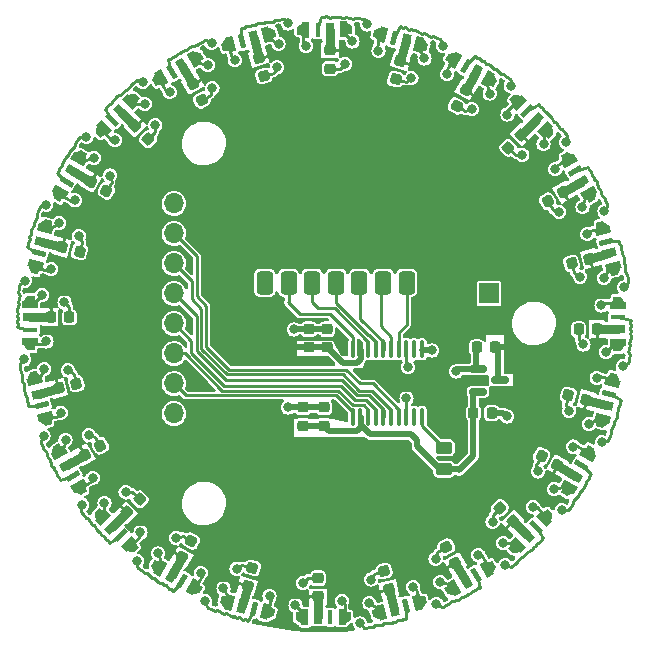
<source format=gbr>
G04 #@! TF.GenerationSoftware,KiCad,Pcbnew,7.0.2-0*
G04 #@! TF.CreationDate,2023-06-19T13:03:14-04:00*
G04 #@! TF.ProjectId,speed_joystick,73706565-645f-46a6-9f79-737469636b2e,rev?*
G04 #@! TF.SameCoordinates,Original*
G04 #@! TF.FileFunction,Copper,L1,Top*
G04 #@! TF.FilePolarity,Positive*
%FSLAX46Y46*%
G04 Gerber Fmt 4.6, Leading zero omitted, Abs format (unit mm)*
G04 Created by KiCad (PCBNEW 7.0.2-0) date 2023-06-19 13:03:14*
%MOMM*%
%LPD*%
G01*
G04 APERTURE LIST*
G04 Aperture macros list*
%AMRoundRect*
0 Rectangle with rounded corners*
0 $1 Rounding radius*
0 $2 $3 $4 $5 $6 $7 $8 $9 X,Y pos of 4 corners*
0 Add a 4 corners polygon primitive as box body*
4,1,4,$2,$3,$4,$5,$6,$7,$8,$9,$2,$3,0*
0 Add four circle primitives for the rounded corners*
1,1,$1+$1,$2,$3*
1,1,$1+$1,$4,$5*
1,1,$1+$1,$6,$7*
1,1,$1+$1,$8,$9*
0 Add four rect primitives between the rounded corners*
20,1,$1+$1,$2,$3,$4,$5,0*
20,1,$1+$1,$4,$5,$6,$7,0*
20,1,$1+$1,$6,$7,$8,$9,0*
20,1,$1+$1,$8,$9,$2,$3,0*%
%AMRotRect*
0 Rectangle, with rotation*
0 The origin of the aperture is its center*
0 $1 length*
0 $2 width*
0 $3 Rotation angle, in degrees counterclockwise*
0 Add horizontal line*
21,1,$1,$2,0,0,$3*%
%AMFreePoly0*
4,1,27,0.535355,0.635355,0.550000,0.600000,0.550000,-0.600000,0.535355,-0.635355,0.500000,-0.650000,-0.050000,-0.650000,-0.085355,-0.635355,-0.100000,-0.600000,-0.100000,-0.486441,-0.207708,-0.454816,-0.327430,-0.377875,-0.420627,-0.270320,-0.429907,-0.250000,-0.500000,-0.250000,-0.535356,-0.235355,-0.550000,-0.200000,-0.550001,0.350000,-0.535355,0.385355,-0.500000,0.400000,-0.293003,0.400000,
-0.207707,0.454816,-0.100000,0.486441,-0.100000,0.600000,-0.085355,0.635355,-0.050000,0.650000,0.500000,0.650000,0.535355,0.635355,0.535355,0.635355,$1*%
%AMFreePoly1*
4,1,27,0.085355,0.635355,0.100000,0.600000,0.100000,0.486441,0.207708,0.454816,0.293003,0.400000,0.500000,0.400000,0.535355,0.385355,0.550000,0.350000,0.550000,-0.200000,0.535355,-0.235355,0.500000,-0.250000,0.429908,-0.250000,0.420627,-0.270320,0.327430,-0.377875,0.207707,-0.454816,0.100000,-0.486441,0.100000,-0.600000,0.085355,-0.635355,0.050000,-0.650000,-0.500000,-0.650000,
-0.535355,-0.635355,-0.550000,-0.600000,-0.550000,0.600000,-0.535355,0.635355,-0.500000,0.650000,0.050000,0.650000,0.085355,0.635355,0.085355,0.635355,$1*%
G04 Aperture macros list end*
G04 #@! TA.AperFunction,SMDPad,CuDef*
%ADD10FreePoly0,255.000000*%
G04 #@! TD*
G04 #@! TA.AperFunction,SMDPad,CuDef*
%ADD11RotRect,0.700000X1.200000X255.000000*%
G04 #@! TD*
G04 #@! TA.AperFunction,SMDPad,CuDef*
%ADD12RotRect,0.450000X1.200000X255.000000*%
G04 #@! TD*
G04 #@! TA.AperFunction,SMDPad,CuDef*
%ADD13FreePoly1,255.000000*%
G04 #@! TD*
G04 #@! TA.AperFunction,SMDPad,CuDef*
%ADD14FreePoly0,165.000000*%
G04 #@! TD*
G04 #@! TA.AperFunction,SMDPad,CuDef*
%ADD15RotRect,0.700000X1.200000X165.000000*%
G04 #@! TD*
G04 #@! TA.AperFunction,SMDPad,CuDef*
%ADD16RotRect,0.450000X1.200000X165.000000*%
G04 #@! TD*
G04 #@! TA.AperFunction,SMDPad,CuDef*
%ADD17FreePoly1,165.000000*%
G04 #@! TD*
G04 #@! TA.AperFunction,SMDPad,CuDef*
%ADD18RoundRect,0.225000X-0.225000X-0.250000X0.225000X-0.250000X0.225000X0.250000X-0.225000X0.250000X0*%
G04 #@! TD*
G04 #@! TA.AperFunction,SMDPad,CuDef*
%ADD19FreePoly0,30.000000*%
G04 #@! TD*
G04 #@! TA.AperFunction,SMDPad,CuDef*
%ADD20RotRect,0.700000X1.200000X30.000000*%
G04 #@! TD*
G04 #@! TA.AperFunction,SMDPad,CuDef*
%ADD21RotRect,0.450000X1.200000X30.000000*%
G04 #@! TD*
G04 #@! TA.AperFunction,SMDPad,CuDef*
%ADD22FreePoly1,30.000000*%
G04 #@! TD*
G04 #@! TA.AperFunction,SMDPad,CuDef*
%ADD23RoundRect,0.225000X0.250000X-0.225000X0.250000X0.225000X-0.250000X0.225000X-0.250000X-0.225000X0*%
G04 #@! TD*
G04 #@! TA.AperFunction,SMDPad,CuDef*
%ADD24RoundRect,0.225000X0.225000X0.250000X-0.225000X0.250000X-0.225000X-0.250000X0.225000X-0.250000X0*%
G04 #@! TD*
G04 #@! TA.AperFunction,SMDPad,CuDef*
%ADD25RoundRect,0.150000X-0.587500X-0.150000X0.587500X-0.150000X0.587500X0.150000X-0.587500X0.150000X0*%
G04 #@! TD*
G04 #@! TA.AperFunction,SMDPad,CuDef*
%ADD26FreePoly0,300.000000*%
G04 #@! TD*
G04 #@! TA.AperFunction,SMDPad,CuDef*
%ADD27RotRect,0.700000X1.200000X300.000000*%
G04 #@! TD*
G04 #@! TA.AperFunction,SMDPad,CuDef*
%ADD28RotRect,0.450000X1.200000X300.000000*%
G04 #@! TD*
G04 #@! TA.AperFunction,SMDPad,CuDef*
%ADD29FreePoly1,300.000000*%
G04 #@! TD*
G04 #@! TA.AperFunction,SMDPad,CuDef*
%ADD30FreePoly0,150.000000*%
G04 #@! TD*
G04 #@! TA.AperFunction,SMDPad,CuDef*
%ADD31RotRect,0.700000X1.200000X150.000000*%
G04 #@! TD*
G04 #@! TA.AperFunction,SMDPad,CuDef*
%ADD32RotRect,0.450000X1.200000X150.000000*%
G04 #@! TD*
G04 #@! TA.AperFunction,SMDPad,CuDef*
%ADD33FreePoly1,150.000000*%
G04 #@! TD*
G04 #@! TA.AperFunction,SMDPad,CuDef*
%ADD34RoundRect,0.225000X0.152629X0.299716X-0.282038X0.183247X-0.152629X-0.299716X0.282038X-0.183247X0*%
G04 #@! TD*
G04 #@! TA.AperFunction,SMDPad,CuDef*
%ADD35RoundRect,0.225000X0.183247X-0.282038X0.299716X0.152629X-0.183247X0.282038X-0.299716X-0.152629X0*%
G04 #@! TD*
G04 #@! TA.AperFunction,SMDPad,CuDef*
%ADD36RoundRect,0.225000X-0.152629X-0.299716X0.282038X-0.183247X0.152629X0.299716X-0.282038X0.183247X0*%
G04 #@! TD*
G04 #@! TA.AperFunction,SMDPad,CuDef*
%ADD37RoundRect,0.100000X0.100000X-0.637500X0.100000X0.637500X-0.100000X0.637500X-0.100000X-0.637500X0*%
G04 #@! TD*
G04 #@! TA.AperFunction,SMDPad,CuDef*
%ADD38FreePoly0,315.000000*%
G04 #@! TD*
G04 #@! TA.AperFunction,SMDPad,CuDef*
%ADD39RotRect,0.700000X1.200000X315.000000*%
G04 #@! TD*
G04 #@! TA.AperFunction,SMDPad,CuDef*
%ADD40RotRect,0.450000X1.200000X315.000000*%
G04 #@! TD*
G04 #@! TA.AperFunction,SMDPad,CuDef*
%ADD41FreePoly1,315.000000*%
G04 #@! TD*
G04 #@! TA.AperFunction,SMDPad,CuDef*
%ADD42FreePoly0,105.000000*%
G04 #@! TD*
G04 #@! TA.AperFunction,SMDPad,CuDef*
%ADD43RotRect,0.700000X1.200000X105.000000*%
G04 #@! TD*
G04 #@! TA.AperFunction,SMDPad,CuDef*
%ADD44RotRect,0.450000X1.200000X105.000000*%
G04 #@! TD*
G04 #@! TA.AperFunction,SMDPad,CuDef*
%ADD45FreePoly1,105.000000*%
G04 #@! TD*
G04 #@! TA.AperFunction,SMDPad,CuDef*
%ADD46FreePoly0,135.000000*%
G04 #@! TD*
G04 #@! TA.AperFunction,SMDPad,CuDef*
%ADD47RotRect,0.700000X1.200000X135.000000*%
G04 #@! TD*
G04 #@! TA.AperFunction,SMDPad,CuDef*
%ADD48RotRect,0.450000X1.200000X135.000000*%
G04 #@! TD*
G04 #@! TA.AperFunction,SMDPad,CuDef*
%ADD49FreePoly1,135.000000*%
G04 #@! TD*
G04 #@! TA.AperFunction,SMDPad,CuDef*
%ADD50FreePoly0,330.000000*%
G04 #@! TD*
G04 #@! TA.AperFunction,SMDPad,CuDef*
%ADD51RotRect,0.700000X1.200000X330.000000*%
G04 #@! TD*
G04 #@! TA.AperFunction,SMDPad,CuDef*
%ADD52RotRect,0.450000X1.200000X330.000000*%
G04 #@! TD*
G04 #@! TA.AperFunction,SMDPad,CuDef*
%ADD53FreePoly1,330.000000*%
G04 #@! TD*
G04 #@! TA.AperFunction,SMDPad,CuDef*
%ADD54FreePoly0,195.000000*%
G04 #@! TD*
G04 #@! TA.AperFunction,SMDPad,CuDef*
%ADD55RotRect,0.700000X1.200000X195.000000*%
G04 #@! TD*
G04 #@! TA.AperFunction,SMDPad,CuDef*
%ADD56RotRect,0.450000X1.200000X195.000000*%
G04 #@! TD*
G04 #@! TA.AperFunction,SMDPad,CuDef*
%ADD57FreePoly1,195.000000*%
G04 #@! TD*
G04 #@! TA.AperFunction,SMDPad,CuDef*
%ADD58FreePoly0,0.000000*%
G04 #@! TD*
G04 #@! TA.AperFunction,SMDPad,CuDef*
%ADD59R,0.700000X1.200000*%
G04 #@! TD*
G04 #@! TA.AperFunction,SMDPad,CuDef*
%ADD60R,0.450000X1.200000*%
G04 #@! TD*
G04 #@! TA.AperFunction,SMDPad,CuDef*
%ADD61FreePoly1,0.000000*%
G04 #@! TD*
G04 #@! TA.AperFunction,SMDPad,CuDef*
%ADD62RoundRect,0.225000X-0.183247X0.282038X-0.299716X-0.152629X0.183247X-0.282038X0.299716X0.152629X0*%
G04 #@! TD*
G04 #@! TA.AperFunction,SMDPad,CuDef*
%ADD63FreePoly0,90.000000*%
G04 #@! TD*
G04 #@! TA.AperFunction,SMDPad,CuDef*
%ADD64R,1.200000X0.700000*%
G04 #@! TD*
G04 #@! TA.AperFunction,SMDPad,CuDef*
%ADD65R,1.200000X0.450000*%
G04 #@! TD*
G04 #@! TA.AperFunction,SMDPad,CuDef*
%ADD66FreePoly1,90.000000*%
G04 #@! TD*
G04 #@! TA.AperFunction,SMDPad,CuDef*
%ADD67RoundRect,0.225000X-0.329006X0.069856X-0.104006X-0.319856X0.329006X-0.069856X0.104006X0.319856X0*%
G04 #@! TD*
G04 #@! TA.AperFunction,SMDPad,CuDef*
%ADD68RoundRect,0.225000X-0.299716X0.152629X-0.183247X-0.282038X0.299716X-0.152629X0.183247X0.282038X0*%
G04 #@! TD*
G04 #@! TA.AperFunction,SMDPad,CuDef*
%ADD69RoundRect,0.225000X-0.319856X-0.104006X0.069856X-0.329006X0.319856X0.104006X-0.069856X0.329006X0*%
G04 #@! TD*
G04 #@! TA.AperFunction,SMDPad,CuDef*
%ADD70FreePoly0,210.000000*%
G04 #@! TD*
G04 #@! TA.AperFunction,SMDPad,CuDef*
%ADD71RotRect,0.700000X1.200000X210.000000*%
G04 #@! TD*
G04 #@! TA.AperFunction,SMDPad,CuDef*
%ADD72RotRect,0.450000X1.200000X210.000000*%
G04 #@! TD*
G04 #@! TA.AperFunction,SMDPad,CuDef*
%ADD73FreePoly1,210.000000*%
G04 #@! TD*
G04 #@! TA.AperFunction,SMDPad,CuDef*
%ADD74FreePoly0,240.000000*%
G04 #@! TD*
G04 #@! TA.AperFunction,SMDPad,CuDef*
%ADD75RotRect,0.700000X1.200000X240.000000*%
G04 #@! TD*
G04 #@! TA.AperFunction,SMDPad,CuDef*
%ADD76RotRect,0.450000X1.200000X240.000000*%
G04 #@! TD*
G04 #@! TA.AperFunction,SMDPad,CuDef*
%ADD77FreePoly1,240.000000*%
G04 #@! TD*
G04 #@! TA.AperFunction,SMDPad,CuDef*
%ADD78FreePoly0,345.000000*%
G04 #@! TD*
G04 #@! TA.AperFunction,SMDPad,CuDef*
%ADD79RotRect,0.700000X1.200000X345.000000*%
G04 #@! TD*
G04 #@! TA.AperFunction,SMDPad,CuDef*
%ADD80RotRect,0.450000X1.200000X345.000000*%
G04 #@! TD*
G04 #@! TA.AperFunction,SMDPad,CuDef*
%ADD81FreePoly1,345.000000*%
G04 #@! TD*
G04 #@! TA.AperFunction,SMDPad,CuDef*
%ADD82RoundRect,0.225000X0.069856X0.329006X-0.319856X0.104006X-0.069856X-0.329006X0.319856X-0.104006X0*%
G04 #@! TD*
G04 #@! TA.AperFunction,SMDPad,CuDef*
%ADD83RoundRect,0.225000X0.104006X-0.319856X0.329006X0.069856X-0.104006X0.319856X-0.329006X-0.069856X0*%
G04 #@! TD*
G04 #@! TA.AperFunction,ComponentPad*
%ADD84RoundRect,0.350000X-0.350000X-0.650000X0.350000X-0.650000X0.350000X0.650000X-0.350000X0.650000X0*%
G04 #@! TD*
G04 #@! TA.AperFunction,SMDPad,CuDef*
%ADD85FreePoly0,15.000000*%
G04 #@! TD*
G04 #@! TA.AperFunction,SMDPad,CuDef*
%ADD86RotRect,0.700000X1.200000X15.000000*%
G04 #@! TD*
G04 #@! TA.AperFunction,SMDPad,CuDef*
%ADD87RotRect,0.450000X1.200000X15.000000*%
G04 #@! TD*
G04 #@! TA.AperFunction,SMDPad,CuDef*
%ADD88FreePoly1,15.000000*%
G04 #@! TD*
G04 #@! TA.AperFunction,SMDPad,CuDef*
%ADD89FreePoly0,285.000000*%
G04 #@! TD*
G04 #@! TA.AperFunction,SMDPad,CuDef*
%ADD90RotRect,0.700000X1.200000X285.000000*%
G04 #@! TD*
G04 #@! TA.AperFunction,SMDPad,CuDef*
%ADD91RotRect,0.450000X1.200000X285.000000*%
G04 #@! TD*
G04 #@! TA.AperFunction,SMDPad,CuDef*
%ADD92FreePoly1,285.000000*%
G04 #@! TD*
G04 #@! TA.AperFunction,SMDPad,CuDef*
%ADD93RoundRect,0.225000X-0.250000X0.225000X-0.250000X-0.225000X0.250000X-0.225000X0.250000X0.225000X0*%
G04 #@! TD*
G04 #@! TA.AperFunction,SMDPad,CuDef*
%ADD94FreePoly0,120.000000*%
G04 #@! TD*
G04 #@! TA.AperFunction,SMDPad,CuDef*
%ADD95RotRect,0.700000X1.200000X120.000000*%
G04 #@! TD*
G04 #@! TA.AperFunction,SMDPad,CuDef*
%ADD96RotRect,0.450000X1.200000X120.000000*%
G04 #@! TD*
G04 #@! TA.AperFunction,SMDPad,CuDef*
%ADD97FreePoly1,120.000000*%
G04 #@! TD*
G04 #@! TA.AperFunction,SMDPad,CuDef*
%ADD98RoundRect,0.225000X0.335876X0.017678X0.017678X0.335876X-0.335876X-0.017678X-0.017678X-0.335876X0*%
G04 #@! TD*
G04 #@! TA.AperFunction,SMDPad,CuDef*
%ADD99FreePoly0,45.000000*%
G04 #@! TD*
G04 #@! TA.AperFunction,SMDPad,CuDef*
%ADD100RotRect,0.700000X1.200000X45.000000*%
G04 #@! TD*
G04 #@! TA.AperFunction,SMDPad,CuDef*
%ADD101RotRect,0.450000X1.200000X45.000000*%
G04 #@! TD*
G04 #@! TA.AperFunction,SMDPad,CuDef*
%ADD102FreePoly1,45.000000*%
G04 #@! TD*
G04 #@! TA.AperFunction,ComponentPad*
%ADD103R,1.700000X1.700000*%
G04 #@! TD*
G04 #@! TA.AperFunction,ComponentPad*
%ADD104O,1.700000X1.700000*%
G04 #@! TD*
G04 #@! TA.AperFunction,SMDPad,CuDef*
%ADD105RoundRect,0.225000X-0.104006X0.319856X-0.329006X-0.069856X0.104006X-0.319856X0.329006X0.069856X0*%
G04 #@! TD*
G04 #@! TA.AperFunction,SMDPad,CuDef*
%ADD106FreePoly0,225.000000*%
G04 #@! TD*
G04 #@! TA.AperFunction,SMDPad,CuDef*
%ADD107RotRect,0.700000X1.200000X225.000000*%
G04 #@! TD*
G04 #@! TA.AperFunction,SMDPad,CuDef*
%ADD108RotRect,0.450000X1.200000X225.000000*%
G04 #@! TD*
G04 #@! TA.AperFunction,SMDPad,CuDef*
%ADD109FreePoly1,225.000000*%
G04 #@! TD*
G04 #@! TA.AperFunction,SMDPad,CuDef*
%ADD110RoundRect,0.225000X0.282038X0.183247X-0.152629X0.299716X-0.282038X-0.183247X0.152629X-0.299716X0*%
G04 #@! TD*
G04 #@! TA.AperFunction,SMDPad,CuDef*
%ADD111FreePoly0,180.000000*%
G04 #@! TD*
G04 #@! TA.AperFunction,SMDPad,CuDef*
%ADD112FreePoly1,180.000000*%
G04 #@! TD*
G04 #@! TA.AperFunction,SMDPad,CuDef*
%ADD113RoundRect,0.225000X-0.335876X-0.017678X-0.017678X-0.335876X0.335876X0.017678X0.017678X0.335876X0*%
G04 #@! TD*
G04 #@! TA.AperFunction,SMDPad,CuDef*
%ADD114RoundRect,0.250000X0.450000X-0.262500X0.450000X0.262500X-0.450000X0.262500X-0.450000X-0.262500X0*%
G04 #@! TD*
G04 #@! TA.AperFunction,SMDPad,CuDef*
%ADD115RoundRect,0.225000X0.329006X-0.069856X0.104006X0.319856X-0.329006X0.069856X-0.104006X-0.319856X0*%
G04 #@! TD*
G04 #@! TA.AperFunction,SMDPad,CuDef*
%ADD116RoundRect,0.225000X-0.282038X-0.183247X0.152629X-0.299716X0.282038X0.183247X-0.152629X0.299716X0*%
G04 #@! TD*
G04 #@! TA.AperFunction,SMDPad,CuDef*
%ADD117FreePoly0,75.000000*%
G04 #@! TD*
G04 #@! TA.AperFunction,SMDPad,CuDef*
%ADD118RotRect,0.700000X1.200000X75.000000*%
G04 #@! TD*
G04 #@! TA.AperFunction,SMDPad,CuDef*
%ADD119RotRect,0.450000X1.200000X75.000000*%
G04 #@! TD*
G04 #@! TA.AperFunction,SMDPad,CuDef*
%ADD120FreePoly1,75.000000*%
G04 #@! TD*
G04 #@! TA.AperFunction,SMDPad,CuDef*
%ADD121RoundRect,0.225000X0.319856X0.104006X-0.069856X0.329006X-0.319856X-0.104006X0.069856X-0.329006X0*%
G04 #@! TD*
G04 #@! TA.AperFunction,SMDPad,CuDef*
%ADD122RoundRect,0.225000X0.017678X-0.335876X0.335876X-0.017678X-0.017678X0.335876X-0.335876X0.017678X0*%
G04 #@! TD*
G04 #@! TA.AperFunction,SMDPad,CuDef*
%ADD123FreePoly0,270.000000*%
G04 #@! TD*
G04 #@! TA.AperFunction,SMDPad,CuDef*
%ADD124FreePoly1,270.000000*%
G04 #@! TD*
G04 #@! TA.AperFunction,SMDPad,CuDef*
%ADD125RoundRect,0.225000X0.299716X-0.152629X0.183247X0.282038X-0.299716X0.152629X-0.183247X-0.282038X0*%
G04 #@! TD*
G04 #@! TA.AperFunction,SMDPad,CuDef*
%ADD126RoundRect,0.225000X-0.069856X-0.329006X0.319856X-0.104006X0.069856X0.329006X-0.319856X0.104006X0*%
G04 #@! TD*
G04 #@! TA.AperFunction,SMDPad,CuDef*
%ADD127RoundRect,0.225000X-0.017678X0.335876X-0.335876X0.017678X0.017678X-0.335876X0.335876X-0.017678X0*%
G04 #@! TD*
G04 #@! TA.AperFunction,SMDPad,CuDef*
%ADD128FreePoly0,60.000000*%
G04 #@! TD*
G04 #@! TA.AperFunction,SMDPad,CuDef*
%ADD129RotRect,0.700000X1.200000X60.000000*%
G04 #@! TD*
G04 #@! TA.AperFunction,SMDPad,CuDef*
%ADD130RotRect,0.450000X1.200000X60.000000*%
G04 #@! TD*
G04 #@! TA.AperFunction,SMDPad,CuDef*
%ADD131FreePoly1,60.000000*%
G04 #@! TD*
G04 #@! TA.AperFunction,ViaPad*
%ADD132C,0.800000*%
G04 #@! TD*
G04 #@! TA.AperFunction,Conductor*
%ADD133C,0.250000*%
G04 #@! TD*
G04 #@! TA.AperFunction,Conductor*
%ADD134C,0.500000*%
G04 #@! TD*
G04 #@! TA.AperFunction,Conductor*
%ADD135C,0.800000*%
G04 #@! TD*
G04 APERTURE END LIST*
D10*
X-23562940Y8237214D03*
D11*
X-23887231Y6926485D03*
D12*
X-24152521Y5936411D03*
D13*
X-24469574Y4753152D03*
D14*
X8237214Y23562940D03*
D15*
X6926485Y23887231D03*
D16*
X5936411Y24152521D03*
D17*
X4753152Y24469574D03*
D18*
X12646500Y-7576000D03*
X14196500Y-7576000D03*
D19*
X10836925Y-22486104D03*
D20*
X11993060Y-21788588D03*
D21*
X12880736Y-21276088D03*
D22*
X13941617Y-20663588D03*
D23*
X254000Y-2032000D03*
X254000Y-482000D03*
D24*
X23114000Y-508000D03*
X21564000Y-508000D03*
D25*
X13032500Y-3876000D03*
X13032500Y-5776000D03*
X14907500Y-4826000D03*
D23*
X0Y-8649000D03*
X0Y-7099000D03*
D26*
X-22486104Y-10836925D03*
D27*
X-21788588Y-11993060D03*
D28*
X-21276088Y-12880736D03*
D29*
X-20663588Y-13941617D03*
D30*
X14055075Y20628104D03*
D31*
X12872940Y21280588D03*
D32*
X11985264Y21793088D03*
D33*
X10924383Y22405588D03*
D34*
X22457890Y5491653D03*
X20960704Y5090483D03*
D35*
X-6473034Y-22194930D03*
X-6071864Y-20697744D03*
D23*
X-1283000Y-2032000D03*
X-1283000Y-482000D03*
D36*
X-22457890Y-5491653D03*
X-20960704Y-5090483D03*
D37*
X2430400Y-7909400D03*
X3080400Y-7909400D03*
X3730400Y-7909400D03*
X4380400Y-7909400D03*
X5030400Y-7909400D03*
X5680400Y-7909400D03*
X6330400Y-7909400D03*
X6980400Y-7909400D03*
X7630400Y-7909400D03*
X8280400Y-7909400D03*
X8280400Y-2184400D03*
X7630400Y-2184400D03*
X6980400Y-2184400D03*
X6330400Y-2184400D03*
X5680400Y-2184400D03*
X5030400Y-2184400D03*
X4380400Y-2184400D03*
X3730400Y-2184400D03*
X3080400Y-2184400D03*
X2430400Y-2184400D03*
D38*
X-18915107Y-16287497D03*
D39*
X-17942128Y-17223707D03*
D40*
X-17217343Y-17948491D03*
D41*
X-16351137Y-18814697D03*
D42*
X24524711Y4647833D03*
D43*
X24150192Y5945104D03*
D44*
X23884902Y6935178D03*
D45*
X23567849Y8118437D03*
D46*
X18915107Y16287497D03*
D47*
X17942128Y17223707D03*
D48*
X17217343Y17948491D03*
D49*
X16351137Y18814697D03*
D23*
X-508000Y-23114000D03*
X-508000Y-21564000D03*
D50*
X-14055075Y-20628104D03*
D51*
X-12872940Y-21280588D03*
D52*
X-11985264Y-21793088D03*
D53*
X-10924383Y-22405588D03*
D54*
X-4647833Y24524711D03*
D55*
X-5945104Y24150192D03*
D56*
X-6935178Y23884902D03*
D57*
X-8118437Y23567849D03*
D58*
X-1858000Y-24892000D03*
D59*
X-508000Y-24866000D03*
D60*
X517000Y-24866000D03*
D61*
X1742000Y-24866000D03*
D62*
X6473034Y22194930D03*
X6071864Y20697744D03*
D63*
X24892000Y-1858000D03*
D64*
X24866000Y-508000D03*
D65*
X24866000Y517000D03*
D66*
X24866000Y1742000D03*
D67*
X-11117059Y20271311D03*
X-10342059Y18928971D03*
D18*
X-23114000Y508000D03*
X-21564000Y508000D03*
D68*
X-5491653Y22457890D03*
X-5090483Y20960704D03*
D69*
X-19763311Y11996941D03*
X-18420971Y11221941D03*
D70*
X-10836925Y22486104D03*
D71*
X-11993060Y21788588D03*
D72*
X-12880736Y21276088D03*
D73*
X-13941617Y20663588D03*
D74*
X-20628104Y14055075D03*
D75*
X-21280588Y12872940D03*
D76*
X-21793088Y11985264D03*
D77*
X-22405588Y10924383D03*
D78*
X-8237214Y-23562940D03*
D79*
X-6926485Y-23887231D03*
D80*
X-5936411Y-24152521D03*
D81*
X-4753152Y-24469574D03*
D82*
X20271311Y11117059D03*
X18928971Y10342059D03*
D23*
X-1778000Y-8649000D03*
X-1778000Y-7099000D03*
D83*
X-11996941Y-19763311D03*
X-11221941Y-18420971D03*
D84*
X-7000000Y3450000D03*
X-5000000Y3450000D03*
X-3000000Y3450000D03*
X-1000000Y3450000D03*
X1000000Y3450000D03*
X3000000Y3450000D03*
X5000000Y3450000D03*
X7000000Y3450000D03*
D85*
X4647833Y-24524711D03*
D86*
X5945104Y-24150192D03*
D87*
X6935178Y-23884902D03*
D88*
X8118437Y-23567849D03*
D89*
X-24524711Y-4647833D03*
D90*
X-24150192Y-5945104D03*
D91*
X-23884902Y-6935178D03*
D92*
X-23567849Y-8118437D03*
D93*
X508000Y23114000D03*
X508000Y21564000D03*
D94*
X22486104Y10836925D03*
D95*
X21788588Y11993060D03*
D96*
X21276088Y12880736D03*
D97*
X20663588Y13941617D03*
D98*
X15984856Y-16703277D03*
X14888840Y-15607261D03*
D99*
X16287497Y-18915107D03*
D100*
X17223707Y-17942128D03*
D101*
X17948491Y-17217343D03*
D102*
X18814697Y-16351137D03*
D103*
X-12700000Y-10160000D03*
D104*
X-12700000Y-7620000D03*
X-12700000Y-5080000D03*
X-12700000Y-2540000D03*
X-12700000Y0D03*
X-12700000Y2540000D03*
X-12700000Y5080000D03*
X-12700000Y7620000D03*
X-12700000Y10160000D03*
D105*
X11996941Y19763311D03*
X11221941Y18420971D03*
D106*
X-16287497Y18915107D03*
D107*
X-17223707Y17942128D03*
D108*
X-17948491Y17217343D03*
D109*
X-18814697Y16351137D03*
D110*
X22194930Y-6473034D03*
X20697744Y-6071864D03*
D111*
X1858000Y24892000D03*
D59*
X508000Y24866000D03*
D60*
X-517000Y24866000D03*
D112*
X-1742000Y24866000D03*
D113*
X-15984856Y16703277D03*
X-14888840Y15607261D03*
D114*
X10160000Y-12342500D03*
X10160000Y-10517500D03*
D115*
X11117059Y-20271311D03*
X10342059Y-18928971D03*
D103*
X13970000Y2540000D03*
D116*
X-22194930Y6473034D03*
X-20697744Y6071864D03*
D117*
X23562940Y-8237214D03*
D118*
X23887231Y-6926485D03*
D119*
X24152521Y-5936411D03*
D120*
X24469574Y-4753152D03*
D24*
X14491000Y-2032000D03*
X12941000Y-2032000D03*
D121*
X19763311Y-11996941D03*
X18420971Y-11221941D03*
D122*
X-16703277Y-15984856D03*
X-15607261Y-14888840D03*
D123*
X-24892000Y1858000D03*
D64*
X-24866000Y508000D03*
D65*
X-24866000Y-517000D03*
D124*
X-24866000Y-1742000D03*
D125*
X5491653Y-22457890D03*
X5090483Y-20960704D03*
D126*
X-20271311Y-11117059D03*
X-18928971Y-10342059D03*
D127*
X16703277Y15984856D03*
X15607261Y14888840D03*
D128*
X20628104Y-14055075D03*
D129*
X21280588Y-12872940D03*
D130*
X21793088Y-11985264D03*
D131*
X22405588Y-10924383D03*
D132*
X15805251Y20115774D03*
X18589130Y15176633D03*
X21883723Y9848281D03*
X20473045Y15339645D03*
X3048000Y-25400000D03*
X-2413000Y-23876000D03*
X3848785Y-23686975D03*
X9518146Y-23745636D03*
X9848281Y-21883723D03*
X15339645Y-20473045D03*
X20115774Y-15805251D03*
X15176633Y-18589130D03*
X23521045Y-10060355D03*
X19470723Y-14027719D03*
X22437915Y-8510343D03*
X25323396Y-3629862D03*
X25400000Y3048000D03*
X23876000Y-2413000D03*
X23745636Y9518146D03*
X23686975Y3848785D03*
X10060355Y23521045D03*
X14027719Y19470723D03*
X3629862Y25323396D03*
X8510343Y22437915D03*
X-3048000Y25400000D03*
X2413000Y23876000D03*
X-9518146Y23745636D03*
X-3848785Y23686975D03*
X-9848281Y21883723D03*
X-15339645Y20473045D03*
X-20115774Y15805251D03*
X-15176633Y18589130D03*
X-19470723Y14027719D03*
X-23521045Y10060355D03*
X-22437915Y8510343D03*
X-25323396Y3629862D03*
X-23876000Y2413000D03*
X-25400000Y-3048000D03*
X-23745636Y-9518146D03*
X-23686975Y-3848785D03*
X-20473045Y-15339645D03*
X-21883723Y-9848281D03*
X-18589130Y-15176633D03*
X-15805251Y-20115774D03*
X-14027719Y-19470723D03*
X-10060355Y-23521045D03*
X7112000Y-3683000D03*
X-8510343Y-22437915D03*
X6985000Y-6350000D03*
X21971000Y-1778000D03*
X1778000Y21971000D03*
X-9445707Y19916444D03*
X14278607Y-16793079D03*
X-16793079Y-14278607D03*
X-15535843Y-17691105D03*
X22299987Y7553024D03*
X4608883Y23088868D03*
X23495000Y1524000D03*
X-19916444Y-9445707D03*
X16793079Y14278607D03*
X-14278607Y16793079D03*
X11176000Y-4064000D03*
X-21109267Y10427677D03*
X-17691105Y15535843D03*
X-1778000Y-21971000D03*
X-22299987Y-7553024D03*
X21682537Y3969097D03*
X-1524000Y23495000D03*
X-7553024Y22299987D03*
X-20762176Y7403929D03*
X-23495000Y-1524000D03*
X-12525293Y-18138444D03*
X13067323Y-19585267D03*
X23088868Y-4608883D03*
X-21682537Y-3969097D03*
X-23088868Y4608883D03*
X-4608883Y-23088868D03*
X-7403929Y-20762176D03*
X17691105Y-15535843D03*
X20762176Y-7403929D03*
X19916444Y9445707D03*
X15535843Y17691105D03*
X-3969097Y21682537D03*
X-10427677Y-21109267D03*
X7403929Y20762176D03*
X15494000Y-7874000D03*
X3969097Y-21682537D03*
X12525293Y18138444D03*
X-2540000Y-508000D03*
X18138444Y-12525293D03*
X-13067323Y19585267D03*
X19585267Y13067323D03*
X-21971000Y1778000D03*
X21109267Y-10427677D03*
X1524000Y-23495000D03*
X9445707Y-19916444D03*
X7553024Y-22299987D03*
X10427677Y21109267D03*
X-18138444Y12525293D03*
X-3048000Y-7112000D03*
X-19585267Y-13067323D03*
X9144000Y-2286000D03*
D133*
X13380582Y22181233D02*
X13111174Y22450641D01*
X15805251Y20115774D02*
X15805251Y20623618D01*
X14548015Y21552615D02*
X14368410Y21552615D01*
X13111174Y22450640D02*
X12931569Y22450640D01*
X15185845Y21103602D02*
X14997028Y21103602D01*
X15805251Y20623618D02*
X15715448Y20713421D01*
X14031503Y21889521D02*
X13860584Y22001627D01*
X12931569Y22450640D02*
X12751964Y22630245D01*
X15509776Y20872571D02*
X15185845Y21103602D01*
X13560187Y22181233D02*
X13380582Y22181233D01*
X14368410Y21552615D02*
X14031503Y21889522D01*
X15715448Y20713420D02*
X15509775Y20872571D01*
X13739792Y22001627D02*
X13560187Y22181232D01*
X14997028Y21103602D02*
X14548015Y21552615D01*
X18589130Y15961521D02*
X18589130Y15176632D01*
X13860584Y22001627D02*
X13739792Y22001627D01*
X12751964Y22630245D02*
X11943741Y21822022D01*
X20130414Y16454128D02*
X19948030Y16502998D01*
X20604485Y15830185D02*
X20540985Y15940170D01*
X20540985Y15940170D02*
X20383512Y16147130D01*
X19082736Y17664557D02*
X18966060Y17695820D01*
X18475075Y18292232D02*
X18301590Y18338717D01*
X22086867Y10606425D02*
X21883723Y9848281D01*
X18839060Y17915791D02*
X18665575Y17962276D01*
X19457045Y17099409D02*
X19218816Y17512034D01*
X18665575Y17962276D02*
X18475075Y18292232D01*
X19630530Y17052924D02*
X19457045Y17099409D01*
X18966060Y17695820D02*
X18839060Y17915790D01*
X20383512Y16147130D02*
X20130414Y16454128D01*
X18174590Y18558687D02*
X17184723Y17987187D01*
X20473045Y15339645D02*
X20604485Y15830185D01*
X19218816Y17512034D02*
X19082736Y17664557D01*
X18301590Y18338717D02*
X18174590Y18558687D01*
X19948030Y16502998D02*
X19630530Y17052924D01*
X-1858000Y-24431000D02*
X-2413000Y-23876000D01*
X6731000Y-25019000D02*
X6985000Y-25019000D01*
X4318000Y-25527000D02*
X4953000Y-25527000D01*
X4953000Y-25527000D02*
X5080000Y-25400000D01*
X6985000Y-25019000D02*
X6985000Y-23876000D01*
X3048000Y-25400000D02*
X3407100Y-25759100D01*
X5080000Y-25400000D02*
X5556458Y-25400000D01*
X4184486Y-25660514D02*
X4318000Y-25527000D01*
X5756587Y-25358413D02*
X5842000Y-25273000D01*
X6223000Y-25146000D02*
X6604000Y-25146000D01*
X6096000Y-25273000D02*
X6223000Y-25146000D01*
X5842000Y-25273000D02*
X6096000Y-25273000D01*
X6604000Y-25146000D02*
X6731000Y-25019000D01*
X3407100Y-25759100D02*
X3534100Y-25759100D01*
X3792069Y-25726204D02*
X4184486Y-25660514D01*
X3534100Y-25759100D02*
X3792069Y-25726204D01*
X5556458Y-25400000D02*
X5756587Y-25358413D01*
X10683333Y-23703129D02*
X10777742Y-23539608D01*
X10321289Y-23868145D02*
X10683333Y-23703128D01*
X11480907Y-23219715D02*
X11941130Y-23096399D01*
X10777741Y-23539608D02*
X11391104Y-23375258D01*
X12184072Y-22899823D02*
X12429417Y-22834083D01*
X4528518Y-24079420D02*
X3848785Y-23686976D01*
X9957952Y-23999558D02*
X10080625Y-23966688D01*
X12429418Y-22834083D02*
X12519221Y-22678540D01*
X11391104Y-23375258D02*
X11480907Y-23219715D01*
X11941130Y-23096399D02*
X12123676Y-23004432D01*
X13222386Y-22358647D02*
X12926556Y-21254594D01*
X12123676Y-23004432D02*
X12184072Y-22899823D01*
X10080624Y-23966688D02*
X10321289Y-23868146D01*
X12519220Y-22678540D02*
X12887238Y-22579930D01*
X12887238Y-22579930D02*
X12977041Y-22424387D01*
X9518146Y-23745636D02*
X9957952Y-23999558D01*
X12977040Y-22424387D02*
X13222385Y-22358647D01*
X15339645Y-20473045D02*
X15830185Y-20604485D01*
X17099409Y-19457045D02*
X17512034Y-19218816D01*
X17962276Y-18665575D02*
X18292232Y-18475075D01*
X15940170Y-20540985D02*
X16147130Y-20383512D01*
X18558687Y-18174590D02*
X17987187Y-17184723D01*
X17664557Y-19082736D02*
X17695820Y-18966060D01*
X18292232Y-18475075D02*
X18338717Y-18301590D01*
X16147130Y-20383512D02*
X16454128Y-20130414D01*
X17512034Y-19218816D02*
X17664557Y-19082736D01*
X15830185Y-20604485D02*
X15940170Y-20540985D01*
X17052924Y-19630530D02*
X17099409Y-19457045D01*
X17695820Y-18966060D02*
X17915790Y-18839060D01*
X16502998Y-19948030D02*
X17052924Y-19630530D01*
X10606425Y-22086867D02*
X9848281Y-21883723D01*
X18338717Y-18301590D02*
X18558687Y-18174590D01*
X16454128Y-20130414D02*
X16502998Y-19948030D01*
X17915791Y-18839060D02*
X17962276Y-18665575D01*
X20872571Y-15509776D02*
X21103602Y-15185845D01*
X20713420Y-15715448D02*
X20872571Y-15509775D01*
X22630245Y-12751964D02*
X21822022Y-11943741D01*
X22181233Y-13380582D02*
X22450641Y-13111174D01*
X22450640Y-12931569D02*
X22630245Y-12751964D01*
X21103602Y-15185845D02*
X21103602Y-14997028D01*
X21103602Y-14997028D02*
X21552615Y-14548015D01*
X21552615Y-14548015D02*
X21552615Y-14368410D01*
X15961521Y-18589130D02*
X15176632Y-18589130D01*
X20115774Y-15805251D02*
X20623618Y-15805251D01*
X22181233Y-13560187D02*
X22181233Y-13380582D01*
X21889521Y-14031503D02*
X22001627Y-13860584D01*
X22001627Y-13860584D02*
X22001627Y-13739792D01*
X22001627Y-13739792D02*
X22181232Y-13560187D01*
X20623618Y-15805251D02*
X20713421Y-15715448D01*
X22450640Y-13111174D02*
X22450640Y-12931569D01*
X21552615Y-14368410D02*
X21889522Y-14031503D01*
X25032590Y-6680283D02*
X25159590Y-6460313D01*
X23521045Y-10060355D02*
X24011585Y-9928915D01*
X24888575Y-7183724D02*
X25079075Y-6853768D01*
X24175581Y-9579074D02*
X24314900Y-9206386D01*
X24314900Y-9206386D02*
X24266030Y-9024002D01*
X25079075Y-6853768D02*
X25032590Y-6680283D01*
X24583530Y-8474076D02*
X24537045Y-8300591D01*
X24011585Y-9928915D02*
X24075085Y-9818930D01*
X25159590Y-6460313D02*
X24169723Y-5888813D01*
X24808060Y-7577180D02*
X24935060Y-7357210D01*
X24537045Y-8300591D02*
X24775274Y-7887966D01*
X24839323Y-7693856D02*
X24808060Y-7577180D01*
X24266030Y-9024002D02*
X24583530Y-8474076D01*
X24935060Y-7357209D02*
X24888575Y-7183724D01*
X24075085Y-9818930D02*
X24175581Y-9579074D01*
X24775274Y-7887966D02*
X24839323Y-7693856D01*
X20228867Y-13824575D02*
X19470723Y-14027719D01*
X25831065Y-2995574D02*
X25869178Y-2599526D01*
X25998412Y-129290D02*
X25908609Y26253D01*
X23117648Y-8117898D02*
X22437915Y-8510342D01*
X25849317Y-1667101D02*
X25972633Y-1206878D01*
X25939119Y-1822643D02*
X25849316Y-1667100D01*
X25908609Y26253D02*
X25974349Y271598D01*
X25774769Y-2436006D02*
X25939119Y-1822643D01*
X25796072Y-3253267D02*
X25831064Y-2995574D01*
X25989604Y-652850D02*
X25899801Y-497307D01*
X25923864Y-898195D02*
X25989604Y-652850D01*
X25899802Y-497307D02*
X25998412Y-129289D01*
X25972633Y-1206877D02*
X25984260Y-1002804D01*
X25974349Y271598D02*
X24870296Y567428D01*
X25984260Y-1002804D02*
X25923864Y-898195D01*
X25323396Y-3629862D02*
X25763202Y-3375940D01*
X25869178Y-2599527D02*
X25774769Y-2436006D01*
X25763202Y-3375940D02*
X25796072Y-3253267D01*
X25400000Y5556458D02*
X25358413Y5756587D01*
X25019000Y6731000D02*
X25019000Y6985000D01*
X25527000Y4953000D02*
X25400000Y5080000D01*
X25759100Y3534100D02*
X25726204Y3792069D01*
X25527000Y4318000D02*
X25527000Y4953000D01*
X25759100Y3407100D02*
X25759100Y3534100D01*
X24431000Y-1858000D02*
X23876000Y-2413000D01*
X25660514Y4184486D02*
X25527000Y4318000D01*
X25400000Y5080000D02*
X25400000Y5556458D01*
X25358413Y5756587D02*
X25273000Y5842000D01*
X25273000Y6096000D02*
X25146000Y6223000D01*
X25019000Y6985000D02*
X23876000Y6985000D01*
X25273000Y5842000D02*
X25273000Y6096000D01*
X25146000Y6604000D02*
X25019000Y6731000D01*
X25726204Y3792069D02*
X25660514Y4184486D01*
X25146000Y6223000D02*
X25146000Y6604000D01*
X25400000Y3048000D02*
X25759100Y3407100D01*
X23375258Y11391104D02*
X23219715Y11480907D01*
X22899823Y12184072D02*
X22834083Y12429417D01*
X22678540Y12519220D02*
X22579930Y12887238D01*
X23868145Y10321289D02*
X23703128Y10683333D01*
X22834083Y12429418D02*
X22678540Y12519221D01*
X23539608Y10777741D02*
X23375258Y11391104D01*
X23096399Y11941130D02*
X23004432Y12123676D01*
X23966688Y10080624D02*
X23868146Y10321289D01*
X23999558Y9957952D02*
X23966688Y10080625D01*
X24079420Y4528518D02*
X23686976Y3848785D01*
X22579930Y12887238D02*
X22424387Y12977041D01*
X23004432Y12123676D02*
X22899823Y12184072D01*
X22424387Y12977040D02*
X22358647Y13222385D01*
X22358647Y13222386D02*
X21254594Y12926556D01*
X23219715Y11480907D02*
X23096399Y11941130D01*
X23745636Y9518146D02*
X23999558Y9957952D01*
X23703129Y10683333D02*
X23539608Y10777742D01*
X13824575Y20228867D02*
X14027719Y19470723D01*
X10060355Y23521045D02*
X9928915Y24011585D01*
X9818930Y24075085D02*
X9579074Y24175581D01*
X8300591Y24537045D02*
X7887966Y24775274D01*
X9928915Y24011585D02*
X9818930Y24075085D01*
X7357209Y24935060D02*
X7183724Y24888575D01*
X7693856Y24839323D02*
X7577180Y24808060D01*
X7183724Y24888575D02*
X6853768Y25079075D01*
X7577180Y24808060D02*
X7357210Y24935060D01*
X6680283Y25032590D02*
X6460313Y25159590D01*
X7887966Y24775274D02*
X7693856Y24839323D01*
X8474076Y24583530D02*
X8300591Y24537045D01*
X9579074Y24175581D02*
X9206386Y24314900D01*
X6853768Y25079075D02*
X6680283Y25032590D01*
X9024002Y24266030D02*
X8474076Y24583530D01*
X6460313Y25159590D02*
X5888813Y24169723D01*
X9206386Y24314900D02*
X9024002Y24266030D01*
X2995574Y25831065D02*
X2599526Y25869178D01*
X8117898Y23117648D02*
X8510342Y22437915D01*
X3629862Y25323396D02*
X3375940Y25763202D01*
X2436006Y25774769D02*
X1822643Y25939119D01*
X898195Y25923864D02*
X652850Y25989604D01*
X2599527Y25869178D02*
X2436006Y25774769D01*
X652850Y25989604D02*
X497307Y25899801D01*
X3253267Y25796072D02*
X2995574Y25831064D01*
X1002804Y25984260D02*
X898195Y25923864D01*
X3375940Y25763202D02*
X3253267Y25796072D01*
X497307Y25899802D02*
X129289Y25998412D01*
X1822643Y25939119D02*
X1667100Y25849316D01*
X129290Y25998412D02*
X-26253Y25908609D01*
X1667101Y25849317D02*
X1206878Y25972633D01*
X-271598Y25974349D02*
X-567428Y24870296D01*
X-26253Y25908609D02*
X-271598Y25974349D01*
X1206877Y25972633D02*
X1002804Y25984260D01*
X-6731000Y25019000D02*
X-6985000Y25019000D01*
X-5756587Y25358413D02*
X-5842000Y25273000D01*
X-3048000Y25400000D02*
X-3407100Y25759100D01*
X-3407100Y25759100D02*
X-3534100Y25759100D01*
X-4953000Y25527000D02*
X-5080000Y25400000D01*
X-5080000Y25400000D02*
X-5556458Y25400000D01*
X-4318000Y25527000D02*
X-4953000Y25527000D01*
X-3792069Y25726204D02*
X-4184486Y25660514D01*
X-3534100Y25759100D02*
X-3792069Y25726204D01*
X-5556458Y25400000D02*
X-5756587Y25358413D01*
X-4184486Y25660514D02*
X-4318000Y25527000D01*
X1858000Y24431000D02*
X2413000Y23876000D01*
X-6096000Y25273000D02*
X-6223000Y25146000D01*
X-6604000Y25146000D02*
X-6731000Y25019000D01*
X-6985000Y25019000D02*
X-6985000Y23876000D01*
X-5842000Y25273000D02*
X-6096000Y25273000D01*
X-6223000Y25146000D02*
X-6604000Y25146000D01*
X-10777741Y23539608D02*
X-11391104Y23375258D01*
X-11480907Y23219715D02*
X-11941130Y23096399D01*
X-9518146Y23745636D02*
X-9957952Y23999558D01*
X-4528518Y24079420D02*
X-3848785Y23686976D01*
X-13222386Y22358647D02*
X-12926556Y21254594D01*
X-10683333Y23703129D02*
X-10777742Y23539608D01*
X-12123676Y23004432D02*
X-12184072Y22899823D01*
X-10080624Y23966688D02*
X-10321289Y23868146D01*
X-12519220Y22678540D02*
X-12887238Y22579930D01*
X-9957952Y23999558D02*
X-10080625Y23966688D01*
X-11391104Y23375258D02*
X-11480907Y23219715D01*
X-12184072Y22899823D02*
X-12429417Y22834083D01*
X-10321289Y23868145D02*
X-10683333Y23703128D01*
X-12887238Y22579930D02*
X-12977041Y22424387D01*
X-11941130Y23096399D02*
X-12123676Y23004432D01*
X-12429418Y22834083D02*
X-12519221Y22678540D01*
X-12977040Y22424387D02*
X-13222385Y22358647D01*
X-15830185Y20604485D02*
X-15940170Y20540985D01*
X-18558687Y18174590D02*
X-17987187Y17184723D01*
X-10606425Y22086867D02*
X-9848281Y21883723D01*
X-17512034Y19218816D02*
X-17664557Y19082736D01*
X-17664557Y19082736D02*
X-17695820Y18966060D01*
X-17052924Y19630530D02*
X-17099409Y19457045D01*
X-18292232Y18475075D02*
X-18338717Y18301590D01*
X-17099409Y19457045D02*
X-17512034Y19218816D01*
X-17915791Y18839060D02*
X-17962276Y18665575D01*
X-16502998Y19948030D02*
X-17052924Y19630530D01*
X-15339645Y20473045D02*
X-15830185Y20604485D01*
X-18338717Y18301590D02*
X-18558687Y18174590D01*
X-16454128Y20130414D02*
X-16502998Y19948030D01*
X-16147130Y20383512D02*
X-16454128Y20130414D01*
X-15940170Y20540985D02*
X-16147130Y20383512D01*
X-17962276Y18665575D02*
X-18292232Y18475075D01*
X-17695820Y18966060D02*
X-17915790Y18839060D01*
X-21552615Y14368410D02*
X-21889522Y14031503D01*
X-22181233Y13560187D02*
X-22181233Y13380582D01*
X-21552615Y14548015D02*
X-21552615Y14368410D01*
X-22001627Y13860584D02*
X-22001627Y13739792D01*
X-22450640Y12931569D02*
X-22630245Y12751964D01*
X-22181233Y13380582D02*
X-22450641Y13111174D01*
X-20713420Y15715448D02*
X-20872571Y15509775D01*
X-21103602Y14997028D02*
X-21552615Y14548015D01*
X-20115774Y15805251D02*
X-20623618Y15805251D01*
X-22630245Y12751964D02*
X-21822022Y11943741D01*
X-20872571Y15509776D02*
X-21103602Y15185845D01*
X-21103602Y15185845D02*
X-21103602Y14997028D01*
X-22001627Y13739792D02*
X-22181232Y13560187D01*
X-20623618Y15805251D02*
X-20713421Y15715448D01*
X-22450640Y13111174D02*
X-22450640Y12931569D01*
X-15961521Y18589130D02*
X-15176632Y18589130D01*
X-21889521Y14031503D02*
X-22001627Y13860584D01*
X-24537045Y8300591D02*
X-24775274Y7887966D01*
X-24266030Y9024002D02*
X-24583530Y8474076D01*
X-24175581Y9579074D02*
X-24314900Y9206386D01*
X-24775274Y7887966D02*
X-24839323Y7693856D01*
X-25079075Y6853768D02*
X-25032590Y6680283D01*
X-25032590Y6680283D02*
X-25159590Y6460313D01*
X-23521045Y10060355D02*
X-24011585Y9928915D01*
X-24314900Y9206386D02*
X-24266030Y9024002D01*
X-24011585Y9928915D02*
X-24075085Y9818930D01*
X-24935060Y7357209D02*
X-24888575Y7183724D01*
X-24888575Y7183724D02*
X-25079075Y6853768D01*
X-24808060Y7577180D02*
X-24935060Y7357210D01*
X-25159590Y6460313D02*
X-24169723Y5888813D01*
X-20228867Y13824575D02*
X-19470723Y14027719D01*
X-24075085Y9818930D02*
X-24175581Y9579074D01*
X-24583530Y8474076D02*
X-24537045Y8300591D01*
X-24839323Y7693856D02*
X-24808060Y7577180D01*
X-25796072Y3253267D02*
X-25831064Y2995574D01*
X-25323396Y3629862D02*
X-25763202Y3375940D01*
X-25849317Y1667101D02*
X-25972633Y1206878D01*
X-25869178Y2599527D02*
X-25774769Y2436006D01*
X-25989604Y652850D02*
X-25899801Y497307D01*
X-25763202Y3375940D02*
X-25796072Y3253267D01*
X-25923864Y898195D02*
X-25989604Y652850D01*
X-25774769Y2436006D02*
X-25939119Y1822643D01*
X-25974349Y-271598D02*
X-24870296Y-567428D01*
X-25908609Y-26253D02*
X-25974349Y-271598D01*
X-25972633Y1206877D02*
X-25984260Y1002804D01*
X-25899802Y497307D02*
X-25998412Y129289D01*
X-25998412Y129290D02*
X-25908609Y-26253D01*
X-23117648Y8117898D02*
X-22437915Y8510342D01*
X-25831065Y2995574D02*
X-25869178Y2599526D01*
X-25939119Y1822643D02*
X-25849316Y1667100D01*
X-25984260Y1002804D02*
X-25923864Y898195D01*
X-25759100Y-3407100D02*
X-25759100Y-3534100D01*
X-25273000Y-6096000D02*
X-25146000Y-6223000D01*
X-25358413Y-5756587D02*
X-25273000Y-5842000D01*
X-24431000Y1858000D02*
X-23876000Y2413000D01*
X-25527000Y-4318000D02*
X-25527000Y-4953000D01*
X-25726204Y-3792069D02*
X-25660514Y-4184486D01*
X-25660514Y-4184486D02*
X-25527000Y-4318000D01*
X-25400000Y-5556458D02*
X-25358413Y-5756587D01*
X-25146000Y-6604000D02*
X-25019000Y-6731000D01*
X-25019000Y-6731000D02*
X-25019000Y-6985000D01*
X-25759100Y-3534100D02*
X-25726204Y-3792069D01*
X-25527000Y-4953000D02*
X-25400000Y-5080000D01*
X-25019000Y-6985000D02*
X-23876000Y-6985000D01*
X-25400000Y-5080000D02*
X-25400000Y-5556458D01*
X-25400000Y-3048000D02*
X-25759100Y-3407100D01*
X-25146000Y-6223000D02*
X-25146000Y-6604000D01*
X-25273000Y-5842000D02*
X-25273000Y-6096000D01*
X-23539608Y-10777741D02*
X-23375258Y-11391104D01*
X-22579930Y-12887238D02*
X-22424387Y-12977041D01*
X-23375258Y-11391104D02*
X-23219715Y-11480907D01*
X-24079420Y-4528518D02*
X-23686976Y-3848785D01*
X-23999558Y-9957952D02*
X-23966688Y-10080625D01*
X-22834083Y-12429418D02*
X-22678540Y-12519221D01*
X-23745636Y-9518146D02*
X-23999558Y-9957952D01*
X-22424387Y-12977040D02*
X-22358647Y-13222385D01*
X-23096399Y-11941130D02*
X-23004432Y-12123676D01*
X-22358647Y-13222386D02*
X-21254594Y-12926556D01*
X-22678540Y-12519220D02*
X-22579930Y-12887238D01*
X-23868145Y-10321289D02*
X-23703128Y-10683333D01*
X-23703129Y-10683333D02*
X-23539608Y-10777742D01*
X-23219715Y-11480907D02*
X-23096399Y-11941130D01*
X-22899823Y-12184072D02*
X-22834083Y-12429417D01*
X-23966688Y-10080624D02*
X-23868146Y-10321289D01*
X-23004432Y-12123676D02*
X-22899823Y-12184072D01*
X-20130414Y-16454128D02*
X-19948030Y-16502998D01*
X-20604485Y-15830185D02*
X-20540985Y-15940170D01*
X-19218816Y-17512034D02*
X-19082736Y-17664557D01*
X-19630530Y-17052924D02*
X-19457045Y-17099409D01*
X-19948030Y-16502998D02*
X-19630530Y-17052924D01*
X-18839060Y-17915791D02*
X-18665575Y-17962276D01*
X-19082736Y-17664557D02*
X-18966060Y-17695820D01*
X-20473045Y-15339645D02*
X-20604485Y-15830185D01*
X-18966060Y-17695820D02*
X-18839060Y-17915790D01*
X-20540985Y-15940170D02*
X-20383512Y-16147130D01*
X-18665575Y-17962276D02*
X-18475075Y-18292232D01*
X-18301590Y-18338717D02*
X-18174590Y-18558687D01*
X-19457045Y-17099409D02*
X-19218816Y-17512034D01*
X-20383512Y-16147130D02*
X-20130414Y-16454128D01*
X-18174590Y-18558687D02*
X-17184723Y-17987187D01*
X-22086867Y-10606425D02*
X-21883723Y-9848281D01*
X-18475075Y-18292232D02*
X-18301590Y-18338717D01*
X-18589130Y-15961521D02*
X-18589130Y-15176632D01*
X-13380582Y-22181233D02*
X-13111174Y-22450641D01*
X-15805251Y-20115774D02*
X-15805251Y-20623618D01*
X-14997028Y-21103602D02*
X-14548015Y-21552615D01*
X-13739792Y-22001627D02*
X-13560187Y-22181232D01*
X-14548015Y-21552615D02*
X-14368410Y-21552615D01*
X-14031503Y-21889521D02*
X-13860584Y-22001627D01*
X-13860584Y-22001627D02*
X-13739792Y-22001627D01*
X-15805251Y-20623618D02*
X-15715448Y-20713421D01*
X-15715448Y-20713420D02*
X-15509775Y-20872571D01*
X-12751964Y-22630245D02*
X-11943741Y-21822022D01*
X-15509776Y-20872571D02*
X-15185845Y-21103602D01*
X-13111174Y-22450640D02*
X-12931569Y-22450640D01*
X-14368410Y-21552615D02*
X-14031503Y-21889522D01*
X-12931569Y-22450640D02*
X-12751964Y-22630245D01*
X-13560187Y-22181233D02*
X-13380582Y-22181233D01*
X-15185845Y-21103602D02*
X-14997028Y-21103602D01*
X-7693856Y-24839323D02*
X-7577180Y-24808060D01*
X-10060355Y-23521045D02*
X-9928915Y-24011585D01*
X-7577180Y-24808060D02*
X-7357210Y-24935060D01*
X-6680283Y-25032590D02*
X-6460313Y-25159590D01*
X-9206386Y-24314900D02*
X-9024002Y-24266030D01*
X-13824575Y-20228867D02*
X-14027719Y-19470723D01*
X-7357209Y-24935060D02*
X-7183724Y-24888575D01*
X-9579074Y-24175581D02*
X-9206386Y-24314900D01*
X-7887966Y-24775274D02*
X-7693856Y-24839323D01*
X-9928915Y-24011585D02*
X-9818930Y-24075085D01*
X-9024002Y-24266030D02*
X-8474076Y-24583530D01*
X-8300591Y-24537045D02*
X-7887966Y-24775274D01*
X-8474076Y-24583530D02*
X-8300591Y-24537045D01*
X-6853768Y-25079075D02*
X-6680283Y-25032590D01*
X-6460313Y-25159590D02*
X-5888813Y-24169723D01*
X-9818930Y-24075085D02*
X-9579074Y-24175581D01*
X-7183724Y-24888575D02*
X-6853768Y-25079075D01*
X6980400Y-2184400D02*
X6980400Y-3551400D01*
X6980400Y-3551400D02*
X7112000Y-3683000D01*
X-8117898Y-23117648D02*
X-8510342Y-22437915D01*
X6350000Y-762000D02*
X6350000Y-2217500D01*
X7000000Y3450000D02*
X7000000Y-112000D01*
X7000000Y-112000D02*
X6350000Y-762000D01*
X5700000Y-2217500D02*
X5700000Y-1128000D01*
X4826000Y3276000D02*
X5000000Y3450000D01*
X4826000Y-254000D02*
X4826000Y3276000D01*
X5700000Y-1128000D02*
X4826000Y-254000D01*
X3059064Y405408D02*
X3059064Y3390936D01*
X5050000Y-2217500D02*
X5050000Y-1585528D01*
X3059064Y3390936D02*
X3000000Y3450000D01*
X5050000Y-1585528D02*
X3059064Y405408D01*
X3830472Y-1016000D02*
X3760300Y-1016000D01*
X1000000Y1744300D02*
X1000000Y3450000D01*
X3760300Y-1016000D02*
X1000000Y1744300D01*
X4400000Y-2217500D02*
X4400000Y-1585528D01*
X4400000Y-1585528D02*
X3830472Y-1016000D01*
X-1016000Y1778000D02*
X-1000000Y1794000D01*
X3750000Y-1585528D02*
X894472Y1270000D01*
X-1000000Y1794000D02*
X-1000000Y3450000D01*
X894472Y1270000D02*
X-508000Y1270000D01*
X3750000Y-2217500D02*
X3750000Y-1585528D01*
X-508000Y1270000D02*
X-1016000Y1778000D01*
X-3000000Y1826000D02*
X-3000000Y3450000D01*
X2450000Y-2217500D02*
X2450000Y-1180000D01*
X2450000Y-1180000D02*
X508000Y762000D01*
X-2032000Y762000D02*
X-3048000Y1778000D01*
X508000Y762000D02*
X-2032000Y762000D01*
X-3048000Y1778000D02*
X-3000000Y1826000D01*
D134*
X3100000Y-8574472D02*
X3100000Y-8382000D01*
X3100000Y-7942500D02*
X3100000Y-8382000D01*
X12646500Y-7576000D02*
X12646500Y-5986500D01*
X3100000Y-8382000D02*
X3100000Y-8751249D01*
X10160000Y-12342500D02*
X9802500Y-12342500D01*
X441000Y-9090000D02*
X0Y-8649000D01*
X12646500Y-11229500D02*
X11430000Y-12446000D01*
X0Y-8649000D02*
X-1778000Y-8649000D01*
X12646500Y-7576000D02*
X12646500Y-11229500D01*
X7366000Y-9398000D02*
X3923528Y-9398000D01*
X3100000Y-8751249D02*
X2761249Y-9090000D01*
X11326500Y-12342500D02*
X10160000Y-12342500D01*
X7874000Y-10414000D02*
X7874000Y-9906000D01*
X3923528Y-9398000D02*
X3100000Y-8574472D01*
X9802500Y-12342500D02*
X7874000Y-10414000D01*
X2761249Y-9090000D02*
X441000Y-9090000D01*
X12646500Y-5986500D02*
X12857000Y-5776000D01*
X11430000Y-12446000D02*
X11326500Y-12342500D01*
X7874000Y-9906000D02*
X7366000Y-9398000D01*
D133*
X6980400Y-6354600D02*
X6985000Y-6350000D01*
X6980400Y-7909400D02*
X6980400Y-6354600D01*
X8300000Y-7942500D02*
X8300000Y-8657500D01*
X8300000Y-8657500D02*
X10160000Y-10517500D01*
D135*
X-12872941Y-21280588D02*
X-11996941Y-19763311D01*
D133*
X15984856Y-16703276D02*
X15446041Y-17242091D01*
D135*
X-6926485Y-23887232D02*
X-6473034Y-22194930D01*
X24866000Y-508000D02*
X23114000Y-508000D01*
D133*
X22810652Y4665815D02*
X22775297Y4604578D01*
X-11117059Y20271311D02*
X-10457148Y20652311D01*
X4665815Y-22810652D02*
X4604578Y-22775297D01*
X-17421697Y-15446041D02*
X-17421697Y-15375330D01*
X-22194929Y6473034D02*
X-21997709Y7209069D01*
X-19428796Y12830337D02*
X-19360495Y12848638D01*
X-22810652Y-4665815D02*
X-22775297Y-4604578D01*
X20271311Y11117059D02*
X20652311Y10457148D01*
X12656852Y19382311D02*
X12830337Y19428796D01*
X23114000Y-1270000D02*
X23241000Y-1397000D01*
X-20825796Y-10410663D02*
X-20807495Y-10342362D01*
D135*
X17223707Y-17942127D02*
X15984856Y-16703276D01*
D133*
X5491653Y-22457890D02*
X4755618Y-22655110D01*
X10457148Y-20652311D02*
X10410663Y-20825796D01*
X-23114000Y1270000D02*
X-23241000Y1397000D01*
D134*
X3100000Y-3026249D02*
X2761249Y-3365000D01*
D135*
X24150192Y5945104D02*
X22457890Y5491653D01*
D133*
X-10457148Y20652311D02*
X-10410663Y20825796D01*
D135*
X-24150192Y-5945104D02*
X-22457890Y-5491653D01*
D133*
X7364612Y22087512D02*
X7399967Y22026275D01*
X23114000Y-508000D02*
X23114000Y-1270000D01*
D135*
X508000Y24866000D02*
X508000Y23114000D01*
D133*
X-4665815Y22810652D02*
X-4604578Y22775297D01*
D135*
X5945104Y-24150192D02*
X5491653Y-22457890D01*
D133*
X-7364612Y-22087512D02*
X-7399967Y-22026275D01*
X23241000Y-1397000D02*
X23191000Y-1447000D01*
X1397000Y23241000D02*
X1447000Y23191000D01*
X-12656852Y-19382311D02*
X-12830337Y-19428796D01*
X-15446041Y17421697D02*
X-15375330Y17421697D01*
X11996941Y19763311D02*
X12656852Y19382311D01*
X-508000Y-23114000D02*
X-1270000Y-23114000D01*
X508000Y23114000D02*
X1270000Y23114000D01*
X-23114000Y508000D02*
X-23114000Y1270000D01*
D135*
X-11993059Y21788588D02*
X-11117059Y20271311D01*
D133*
X-10410663Y20825796D02*
X-10342362Y20807495D01*
X1270000Y23114000D02*
X1397000Y23241000D01*
D135*
X21788588Y11993059D02*
X20271311Y11117059D01*
X-21280588Y12872941D02*
X-19763311Y11996941D01*
D133*
X19428796Y-12830337D02*
X19360495Y-12848638D01*
X22087512Y-7364612D02*
X22026275Y-7399967D01*
X22194929Y-6473034D02*
X21997709Y-7209069D01*
X-15446041Y17242092D02*
X-15446041Y17421697D01*
X16703276Y15984856D02*
X17242091Y15446041D01*
D135*
X17942127Y17223707D02*
X16703276Y15984856D01*
X-21788588Y-11993059D02*
X-20271311Y-11117059D01*
D134*
X-1283000Y-2032000D02*
X254000Y-2032000D01*
D133*
X22457890Y5491653D02*
X22655110Y4755618D01*
D134*
X1587000Y-3365000D02*
X254000Y-2032000D01*
D133*
X-12830337Y-19428796D02*
X-12848638Y-19360495D01*
D135*
X12872941Y21280588D02*
X11996941Y19763311D01*
D133*
X-19382311Y12656852D02*
X-19428796Y12830337D01*
X20825796Y10410663D02*
X20807495Y10342362D01*
X4755618Y-22655110D02*
X4665815Y-22810653D01*
D134*
X14732000Y-2269500D02*
X14450500Y-1988000D01*
D135*
X-24866000Y508000D02*
X-23114000Y508000D01*
D134*
X3100000Y-2217500D02*
X3100000Y-3026249D01*
X14732000Y-4826000D02*
X14732000Y-2269500D01*
X14491000Y-2032000D02*
X16002000Y-2032000D01*
D133*
X21997709Y-7209069D02*
X22087512Y-7364612D01*
D135*
X-17223707Y17942127D02*
X-15984856Y16703276D01*
D133*
X-17242092Y-15446041D02*
X-17421697Y-15446041D01*
D135*
X-508000Y-24866000D02*
X-508000Y-23114000D01*
D133*
X19763311Y-11996941D02*
X19382311Y-12656852D01*
X11117059Y-20271311D02*
X10457148Y-20652311D01*
X-22087512Y7364612D02*
X-22026275Y7399967D01*
X15446041Y-17421697D02*
X15375330Y-17421697D01*
X17421697Y15446041D02*
X17421697Y15375330D01*
X-7209069Y-21997709D02*
X-7364612Y-22087512D01*
X-6473034Y-22194929D02*
X-7209069Y-21997709D01*
X-23241000Y1397000D02*
X-23191000Y1447000D01*
X-20652311Y-10457148D02*
X-20825796Y-10410663D01*
D135*
X6926485Y23887232D02*
X6473034Y22194930D01*
D133*
X20652311Y10457148D02*
X20825796Y10410663D01*
X-22457890Y-5491653D02*
X-22655110Y-4755618D01*
X-5491653Y22457890D02*
X-4755618Y22655110D01*
D135*
X-5945104Y24150192D02*
X-5491653Y22457890D01*
D133*
X-15984856Y16703276D02*
X-15446041Y17242091D01*
X19382311Y-12656852D02*
X19428796Y-12830337D01*
X-20271311Y-11117059D02*
X-20652311Y-10457148D01*
D135*
X21280588Y-12872941D02*
X19763311Y-11996941D01*
D133*
X15446041Y-17242092D02*
X15446041Y-17421697D01*
D134*
X2761249Y-3365000D02*
X1587000Y-3365000D01*
D133*
X-11996941Y-19763311D02*
X-12656852Y-19382311D01*
X-21997709Y7209069D02*
X-22087512Y7364612D01*
X-1270000Y-23114000D02*
X-1397000Y-23241000D01*
X7209069Y21997709D02*
X7364612Y22087512D01*
X17242092Y15446041D02*
X17421697Y15446041D01*
X22655110Y4755618D02*
X22810653Y4665815D01*
X-22655110Y-4755618D02*
X-22810653Y-4665815D01*
D135*
X-23887232Y6926485D02*
X-22194930Y6473034D01*
D133*
X-4755618Y22655110D02*
X-4665815Y22810653D01*
X12830337Y19428796D02*
X12848638Y19360495D01*
D135*
X23887232Y-6926485D02*
X22194930Y-6473034D01*
D134*
X-2667000Y-2032000D02*
X-2794000Y-2159000D01*
D133*
X-1397000Y-23241000D02*
X-1447000Y-23191000D01*
D134*
X-1283000Y-2032000D02*
X-2667000Y-2032000D01*
D133*
X10410663Y-20825796D02*
X10342362Y-20807495D01*
X-19763311Y11996941D02*
X-19382311Y12656852D01*
X6473034Y22194929D02*
X7209069Y21997709D01*
X-16703276Y-15984856D02*
X-17242091Y-15446041D01*
D135*
X11993059Y-21788588D02*
X11117059Y-20271311D01*
X-17942127Y-17223707D02*
X-16703276Y-15984856D01*
D133*
X-23713000Y-1742000D02*
X-23495000Y-1524000D01*
X10347884Y21407060D02*
X10427678Y21109266D01*
X9594679Y-19360472D02*
X9445707Y-19916444D01*
X-7820019Y22454136D02*
X-7553025Y22299987D01*
X-4256890Y21184065D02*
X-3969098Y21682536D01*
X-1371000Y-21564000D02*
X-1778000Y-21971000D01*
X-18928972Y-10342059D02*
X-19360472Y-9594679D01*
X-15607261Y-14888840D02*
X-16217494Y-14278607D01*
X-20697744Y6071864D02*
X-20474383Y6905458D01*
X6905458Y20474384D02*
X7403929Y20762176D01*
X-1742000Y23713000D02*
X-1524000Y23495000D01*
X20663588Y13941616D02*
X19665061Y13365116D01*
X23713000Y1742000D02*
X23495000Y1524000D01*
X18420972Y-11221941D02*
X17989472Y-11969321D01*
X17989472Y-11969321D02*
X18138444Y-12525293D01*
X-10347884Y-21407060D02*
X-10427678Y-21109266D01*
X-9594679Y19360472D02*
X-9445707Y19916444D01*
X-23567849Y-8118437D02*
X-22454137Y-7820019D01*
D134*
X254000Y-482000D02*
X-1283000Y-482000D01*
X14196500Y-7576000D02*
X15196000Y-7576000D01*
D133*
X21407060Y-10347884D02*
X21109266Y-10427678D01*
X-19665060Y-13365116D02*
X-19585266Y-13067322D01*
X20960705Y5090484D02*
X21184066Y4256890D01*
X13365116Y-19665060D02*
X13067322Y-19585266D01*
X-15535843Y-17999403D02*
X-15535843Y-17691104D01*
X-16351137Y-18814697D02*
X-15535843Y-17999403D01*
X14888840Y-15607261D02*
X14278607Y-16217494D01*
X-18420972Y11221941D02*
X-17989472Y11969321D01*
X17999403Y-15535843D02*
X17691104Y-15535843D01*
X-11969321Y-17989472D02*
X-12525293Y-18138444D01*
D134*
X-1778000Y-7099000D02*
X-3035000Y-7099000D01*
D133*
X-14278607Y16217494D02*
X-14278607Y16793079D01*
X24469574Y-4753152D02*
X23355862Y-4454734D01*
D134*
X-2514000Y-482000D02*
X-2540000Y-508000D01*
D133*
X23355862Y-4454733D02*
X23088868Y-4608882D01*
X-24866000Y-1742000D02*
X-23713000Y-1742000D01*
X-11221941Y-18420972D02*
X-11969321Y-17989472D01*
X-21564000Y1371000D02*
X-21971000Y1778000D01*
D134*
X8300000Y-2217500D02*
X9075500Y-2217500D01*
D133*
X13941616Y-20663588D02*
X13365116Y-19665061D01*
X-21407060Y10347884D02*
X-21109266Y10427678D01*
X4753152Y24469574D02*
X4454734Y23355862D01*
X-13365116Y19665060D02*
X-13067322Y19585266D01*
X-8118437Y23567849D02*
X-7820019Y22454137D01*
X-24469574Y4753152D02*
X-23355862Y4454734D01*
X-10342059Y18928972D02*
X-9594679Y19360472D01*
X16217494Y14278607D02*
X16793079Y14278607D01*
D134*
X15196000Y-7576000D02*
X15494000Y-7874000D01*
D133*
X18928972Y10342059D02*
X19360472Y9594679D01*
X-20474384Y6905458D02*
X-20762176Y7403929D01*
X-4454733Y-23355862D02*
X-4608882Y-23088868D01*
D134*
X12857000Y-2031500D02*
X12900500Y-1988000D01*
D133*
X22405588Y-10924384D02*
X21407061Y-10347884D01*
X23567849Y8118437D02*
X22454137Y7820019D01*
X21184065Y4256890D02*
X21682536Y3969098D01*
X10924384Y22405588D02*
X10347884Y21407061D01*
X-17989472Y11969321D02*
X-18138444Y12525293D01*
X20697744Y-6071864D02*
X20474383Y-6905458D01*
X-22405588Y10924384D02*
X-21407061Y10347884D01*
X4454733Y23355862D02*
X4608882Y23088868D01*
X-10924384Y-22405588D02*
X-10347884Y-21407061D01*
X-20960705Y-5090484D02*
X-21184066Y-4256890D01*
X1742000Y-23713000D02*
X1524000Y-23495000D01*
X-508000Y-21564000D02*
X-1371000Y-21564000D01*
X-5090484Y20960705D02*
X-4256890Y21184066D01*
X-17999403Y15535843D02*
X-17691104Y15535843D01*
X8118437Y-23567849D02*
X7820019Y-22454137D01*
X14278607Y-16217494D02*
X14278607Y-16793079D01*
D134*
X12857000Y-3876000D02*
X11364000Y-3876000D01*
X-1283000Y-482000D02*
X-2514000Y-482000D01*
D133*
X-21564000Y508000D02*
X-21564000Y1371000D01*
X-6905458Y-20474384D02*
X-7403929Y-20762176D01*
X-19360472Y-9594679D02*
X-19916444Y-9445707D01*
X21564000Y-508000D02*
X21564000Y-1371000D01*
X-16217494Y-14278607D02*
X-16793079Y-14278607D01*
D134*
X12857000Y-3876000D02*
X12857000Y-2031500D01*
D133*
X-22454136Y-7820019D02*
X-22299987Y-7553025D01*
X-13941616Y20663588D02*
X-13365116Y19665061D01*
D134*
X9075500Y-2217500D02*
X9144000Y-2286000D01*
D133*
X1371000Y21564000D02*
X1778000Y21971000D01*
X5090484Y-20960705D02*
X4256890Y-21184066D01*
X-20663588Y-13941616D02*
X-19665061Y-13365116D01*
X-6071864Y-20697744D02*
X-6905458Y-20474383D01*
X-21184065Y-4256890D02*
X-21682536Y-3969098D01*
X19360472Y9594679D02*
X19916444Y9445707D01*
X24866000Y1742000D02*
X23713000Y1742000D01*
D134*
X11364000Y-3876000D02*
X11176000Y-4064000D01*
D133*
X-14888840Y15607261D02*
X-14278607Y16217494D01*
X10342059Y-18928972D02*
X9594679Y-19360472D01*
X21564000Y-1371000D02*
X21971000Y-1778000D01*
X16351137Y18814697D02*
X15535843Y17999403D01*
X-4753152Y-24469574D02*
X-4454734Y-23355862D01*
X11221941Y18420972D02*
X11969321Y17989472D01*
X15607261Y14888840D02*
X16217494Y14278607D01*
X20474384Y-6905458D02*
X20762176Y-7403929D01*
X7820019Y-22454136D02*
X7553025Y-22299987D01*
X6071864Y20697744D02*
X6905458Y20474383D01*
X11969321Y17989472D02*
X12525293Y18138444D01*
X18814697Y-16351137D02*
X17999403Y-15535843D01*
X-23355862Y4454733D02*
X-23088868Y4608882D01*
X15535843Y17999403D02*
X15535843Y17691104D01*
X22454136Y7820019D02*
X22299987Y7553025D01*
X4256890Y-21184065D02*
X3969098Y-21682536D01*
D134*
X0Y-7099000D02*
X-1778000Y-7099000D01*
X-3035000Y-7099000D02*
X-3048000Y-7112000D01*
D133*
X508000Y21564000D02*
X1371000Y21564000D01*
X-1742000Y24866000D02*
X-1742000Y23713000D01*
X1742000Y-24866000D02*
X1742000Y-23713000D01*
X-18814697Y16351137D02*
X-17999403Y15535843D01*
X19665060Y13365116D02*
X19585266Y13067322D01*
X2450000Y-7530000D02*
X1016000Y-6096000D01*
X-11684000Y-6096000D02*
X-12700000Y-5080000D01*
X2450000Y-7942500D02*
X2450000Y-7530000D01*
X1016000Y-6096000D02*
X-11684000Y-6096000D01*
X3750000Y-7310528D02*
X3359472Y-6920000D01*
X3750000Y-7942500D02*
X3750000Y-7310528D01*
X2419828Y-6920000D02*
X1185828Y-5686000D01*
X1185828Y-5686000D02*
X-8602628Y-5686000D01*
X-8602628Y-5686000D02*
X-11748628Y-2540000D01*
X-11748628Y-2540000D02*
X-12700000Y-2540000D01*
X3359472Y-6920000D02*
X2419828Y-6920000D01*
X2796914Y-6093086D02*
X1529828Y-4826000D01*
X-10780886Y-2348086D02*
X-10780886Y620886D01*
X5050000Y-7942500D02*
X5050000Y-7310528D01*
X-10780886Y620886D02*
X-12700000Y2540000D01*
X-8302972Y-4826000D02*
X-10780886Y-2348086D01*
X5050000Y-7310528D02*
X3832558Y-6093086D01*
X1529828Y-4826000D02*
X-8302972Y-4826000D01*
X3832558Y-6093086D02*
X2796914Y-6093086D01*
X4065644Y-5676172D02*
X2959828Y-5676172D01*
X1601656Y-4318000D02*
X-8231144Y-4318000D01*
X-10370886Y1226886D02*
X-11176000Y2032000D01*
X-11176000Y3556000D02*
X-12700000Y5080000D01*
X5700000Y-7942500D02*
X5700000Y-7310528D01*
X-10370886Y-2178258D02*
X-10370886Y1226886D01*
X5700000Y-7310528D02*
X4065644Y-5676172D01*
X2959828Y-5676172D02*
X1601656Y-4318000D01*
X-11176000Y2032000D02*
X-11176000Y3556000D01*
X-8231144Y-4318000D02*
X-10370886Y-2178258D01*
X-8055400Y-3908000D02*
X-9960886Y-2002514D01*
X-10766000Y2286000D02*
X-10766000Y5686000D01*
X-9960886Y-2002514D02*
X-9960886Y1480886D01*
X1876000Y-3908000D02*
X-8055400Y-3908000D01*
X-9960886Y1480886D02*
X-10766000Y2286000D01*
X-10766000Y5686000D02*
X-12700000Y7620000D01*
X6350000Y-7942500D02*
X6350000Y-7310528D01*
X6350000Y-7310528D02*
X4119472Y-5080000D01*
X3048000Y-5080000D02*
X1876000Y-3908000D01*
X4119472Y-5080000D02*
X3048000Y-5080000D01*
X3599471Y-6509999D02*
X2634000Y-6510000D01*
X4400000Y-7942500D02*
X4400000Y-7310528D01*
X-8432800Y-5276000D02*
X-11239500Y-2469300D01*
X-11239500Y-1460500D02*
X-12700000Y0D01*
X2634000Y-6510000D02*
X1399999Y-5275999D01*
X-11239500Y-2469300D02*
X-11239500Y-1460500D01*
X4400000Y-7310528D02*
X3599471Y-6509999D01*
X1399999Y-5275999D02*
X-8432800Y-5276000D01*
G04 #@! TA.AperFunction,Conductor*
G36*
X2966632Y-1282891D02*
G01*
X3017883Y-1313738D01*
X3041551Y-1337406D01*
X3293582Y-1589437D01*
X3327066Y-1650758D01*
X3329900Y-1677116D01*
X3329900Y-2209075D01*
X3329901Y-2670000D01*
X3310217Y-2737039D01*
X3257413Y-2782794D01*
X3205901Y-2794000D01*
X2954900Y-2794000D01*
X2887861Y-2774315D01*
X2842106Y-2721511D01*
X2830900Y-2670000D01*
X2830899Y-1505614D01*
X2830899Y-1505609D01*
X2830899Y-1502036D01*
X2827985Y-1476909D01*
X2816767Y-1451504D01*
X2807696Y-1382228D01*
X2837519Y-1319043D01*
X2896768Y-1282011D01*
X2966632Y-1282891D01*
G37*
G04 #@! TD.AperFunction*
G04 #@! TA.AperFunction,Conductor*
G36*
X2711556Y25531392D02*
G01*
X2919487Y25511382D01*
X2984333Y25485366D01*
X3024819Y25428422D01*
X3030548Y25371767D01*
X3024179Y25323396D01*
X3044818Y25166633D01*
X3105325Y25020555D01*
X3201579Y24895113D01*
X3327021Y24798859D01*
X3473099Y24738352D01*
X3629861Y24717713D01*
X3750148Y24733549D01*
X3786624Y24738352D01*
X3826684Y24754945D01*
X3843972Y24762106D01*
X3913441Y24769574D01*
X3975920Y24738298D01*
X4011572Y24678208D01*
X4011198Y24615451D01*
X3942366Y24358564D01*
X3933804Y24335816D01*
X3929866Y24327830D01*
X3928079Y24300579D01*
X3924647Y24248236D01*
X3929783Y24209213D01*
X3929787Y24209186D01*
X3930053Y24207169D01*
X3930054Y24207164D01*
X3931345Y24203360D01*
X3931348Y24203350D01*
X3955694Y24131632D01*
X4008287Y24071663D01*
X4032612Y24052999D01*
X4041154Y24046444D01*
X4112676Y24011173D01*
X4121572Y24010590D01*
X4145541Y24006631D01*
X4162527Y24002080D01*
X4222188Y23965717D01*
X4252719Y23902871D01*
X4250211Y23850212D01*
X4156818Y23501661D01*
X4135419Y23458268D01*
X4084346Y23391708D01*
X4023839Y23245630D01*
X4003200Y23088868D01*
X4023839Y22932105D01*
X4084346Y22786027D01*
X4180600Y22660585D01*
X4306042Y22564331D01*
X4452120Y22503824D01*
X4608882Y22483185D01*
X4765645Y22503824D01*
X4911723Y22564331D01*
X5037165Y22660585D01*
X5133419Y22786027D01*
X5144447Y22812651D01*
X5193927Y22932106D01*
X5214565Y23088868D01*
X5193927Y23245630D01*
X5140881Y23373692D01*
X5133413Y23443159D01*
X5164688Y23505639D01*
X5202792Y23530289D01*
X5212898Y23539152D01*
X5276279Y23568556D01*
X5345496Y23559026D01*
X5387887Y23527686D01*
X5439340Y23469015D01*
X5492816Y23442643D01*
X5965639Y23315950D01*
X5982884Y23314820D01*
X6048492Y23290791D01*
X6090693Y23235106D01*
X6096090Y23165446D01*
X6062969Y23103925D01*
X6036770Y23083699D01*
X5901348Y23005514D01*
X5607291Y21908078D01*
X5572648Y21778787D01*
X6937927Y21412961D01*
X6997587Y21376597D01*
X7028116Y21313750D01*
X7019821Y21244374D01*
X6981320Y21194812D01*
X6975647Y21190459D01*
X6912240Y21107825D01*
X6855812Y21066622D01*
X6786066Y21062467D01*
X6725146Y21096679D01*
X6706478Y21121310D01*
X6706377Y21121487D01*
X6606213Y21211675D01*
X6514054Y21252707D01*
X5966397Y21399451D01*
X5866070Y21409996D01*
X5866069Y21409995D01*
X5866068Y21409996D01*
X5745870Y21384446D01*
X5734231Y21381972D01*
X5617503Y21314579D01*
X5617502Y21314578D01*
X5527313Y21214414D01*
X5492348Y21135879D01*
X5486283Y21122256D01*
X5469089Y21058089D01*
X5352478Y20622895D01*
X5341935Y20522567D01*
X5369957Y20390730D01*
X5437351Y20274001D01*
X5537515Y20183812D01*
X5629670Y20142782D01*
X6177331Y19996036D01*
X6277659Y19985491D01*
X6409496Y20013515D01*
X6526225Y20080909D01*
X6590070Y20151815D01*
X6649557Y20188463D01*
X6714312Y20188617D01*
X6802267Y20165050D01*
X6812584Y20161797D01*
X6848062Y20148884D01*
X6848063Y20148884D01*
X6885828Y20148884D01*
X6896634Y20148412D01*
X6900548Y20148069D01*
X6935333Y20145026D01*
X6961840Y20148515D01*
X6998331Y20161797D01*
X7008646Y20165049D01*
X7045140Y20174827D01*
X7066575Y20189836D01*
X7132782Y20212162D01*
X7185147Y20202821D01*
X7210403Y20192360D01*
X7247167Y20177132D01*
X7264660Y20174829D01*
X7403929Y20156493D01*
X7560691Y20177132D01*
X7706769Y20237639D01*
X7832211Y20333893D01*
X7928465Y20459335D01*
X7945925Y20501488D01*
X7988973Y20605414D01*
X8009611Y20762176D01*
X7988973Y20918938D01*
X7928465Y21065017D01*
X7832211Y21190458D01*
X7706770Y21286712D01*
X7560691Y21347220D01*
X7403929Y21367858D01*
X7247167Y21347220D01*
X7240558Y21344482D01*
X7171092Y21337014D01*
X7108613Y21368289D01*
X7072960Y21428377D01*
X7073332Y21491135D01*
X7406289Y22733745D01*
X7406288Y22733745D01*
X7415219Y22767074D01*
X7415184Y22772472D01*
X7452572Y22831496D01*
X7515936Y22860937D01*
X7566481Y22858092D01*
X7851086Y22781832D01*
X7910746Y22745467D01*
X7941275Y22682620D01*
X7933554Y22614606D01*
X7925299Y22594677D01*
X7921875Y22568670D01*
X7904660Y22437915D01*
X7925299Y22281152D01*
X7985806Y22135074D01*
X8082060Y22009632D01*
X8207502Y21913378D01*
X8353580Y21852871D01*
X8510342Y21832232D01*
X8667105Y21852871D01*
X8813183Y21913378D01*
X8938625Y22009632D01*
X9034879Y22135074D01*
X9060229Y22196275D01*
X9095387Y22281153D01*
X9116025Y22437915D01*
X9095387Y22594677D01*
X9034879Y22740756D01*
X8938625Y22866197D01*
X8918262Y22881821D01*
X8877059Y22938249D01*
X8872904Y23007995D01*
X8879124Y23025461D01*
X8879325Y23028530D01*
X8879326Y23028532D01*
X8879909Y23037424D01*
X8883867Y23061399D01*
X8885186Y23066322D01*
X9009179Y23529071D01*
X9017745Y23551826D01*
X9020590Y23557594D01*
X9027239Y23564820D01*
X9027239Y23621366D01*
X9027106Y23625398D01*
X9027075Y23625883D01*
X9027074Y23626373D01*
X9027040Y23627440D01*
X9027074Y23626731D01*
X9027073Y23642146D01*
X9027692Y23651579D01*
X9027691Y23651593D01*
X9030024Y23687227D01*
X9013318Y23706504D01*
X9008689Y23718168D01*
X8988501Y23777640D01*
X8985591Y23847449D01*
X9020886Y23907749D01*
X9063510Y23934020D01*
X9081396Y23940530D01*
X9116884Y23953446D01*
X9127195Y23956697D01*
X9151664Y23963253D01*
X9221514Y23961589D01*
X9227176Y23959628D01*
X9422840Y23886484D01*
X9478742Y23844571D01*
X9503111Y23779088D01*
X9493982Y23722883D01*
X9475311Y23677807D01*
X9473527Y23664253D01*
X9454672Y23521045D01*
X9475311Y23364282D01*
X9535818Y23218204D01*
X9632072Y23092762D01*
X9757514Y22996508D01*
X9903592Y22936001D01*
X10060355Y22915362D01*
X10121893Y22923464D01*
X10190929Y22912698D01*
X10243184Y22866318D01*
X10262069Y22799049D01*
X10245465Y22738525D01*
X10112493Y22508210D01*
X10098337Y22488454D01*
X10092462Y22481755D01*
X10091527Y22479000D01*
X10066821Y22406223D01*
X10063785Y22383161D01*
X10061415Y22365157D01*
X10061415Y22365156D01*
X10061547Y22363135D01*
X10061547Y22363130D01*
X10066631Y22285561D01*
X10101907Y22214028D01*
X10107244Y22207073D01*
X10120575Y22189700D01*
X10122982Y22186563D01*
X10127130Y22181157D01*
X10187087Y22128574D01*
X10195532Y22125707D01*
X10217661Y22115679D01*
X10232892Y22106885D01*
X10281107Y22056317D01*
X10294328Y21987710D01*
X10278277Y21937499D01*
X10097853Y21624996D01*
X10065952Y21588620D01*
X9999394Y21537549D01*
X9903140Y21412107D01*
X9842633Y21266029D01*
X9821994Y21109267D01*
X9842633Y20952504D01*
X9903140Y20806426D01*
X9999394Y20680984D01*
X10124836Y20584730D01*
X10270914Y20524223D01*
X10427677Y20503584D01*
X10584439Y20524223D01*
X10730517Y20584730D01*
X10855959Y20680984D01*
X10952213Y20806426D01*
X10965058Y20837437D01*
X11012721Y20952505D01*
X11033359Y21109267D01*
X11015266Y21246695D01*
X11026031Y21315729D01*
X11072411Y21367985D01*
X11115587Y21381930D01*
X11124316Y21386234D01*
X11124317Y21386235D01*
X11127652Y21387880D01*
X11196484Y21399878D01*
X11260876Y21372757D01*
X11293710Y21331513D01*
X11328224Y21261525D01*
X11373056Y21222208D01*
X11796974Y20977459D01*
X11813344Y20971902D01*
X11870497Y20931711D01*
X11896849Y20867001D01*
X11884032Y20798317D01*
X11836116Y20747466D01*
X11805579Y20734710D01*
X11654530Y20694237D01*
X11654529Y20694236D01*
X11654528Y20694236D01*
X11019530Y19594385D01*
X11019530Y19594384D01*
X12243605Y18887664D01*
X12291821Y18837097D01*
X12305044Y18768490D01*
X12279076Y18703625D01*
X12229057Y18665716D01*
X12222452Y18662980D01*
X12175669Y18627082D01*
X12139819Y18599574D01*
X12074650Y18574380D01*
X12006205Y18588418D01*
X11956216Y18637232D01*
X11944558Y18665858D01*
X11944506Y18666051D01*
X11932921Y18683890D01*
X11871097Y18779091D01*
X11792699Y18842577D01*
X11301683Y19126065D01*
X11207504Y19162217D01*
X11072904Y19169271D01*
X10942711Y19134386D01*
X10942709Y19134385D01*
X10829671Y19060978D01*
X10794393Y19017412D01*
X10770339Y18987707D01*
X10766183Y18982575D01*
X10507696Y18534863D01*
X10471545Y18440684D01*
X10464490Y18306084D01*
X10499376Y18175890D01*
X10572784Y18062851D01*
X10651183Y17999364D01*
X11142199Y17715876D01*
X11236377Y17679725D01*
X11370977Y17672670D01*
X11501172Y17707556D01*
X11581193Y17759522D01*
X11648138Y17779526D01*
X11710728Y17762914D01*
X11789579Y17717389D01*
X11798699Y17711579D01*
X11829637Y17689917D01*
X11866121Y17680141D01*
X11876435Y17676889D01*
X11912934Y17663604D01*
X11939443Y17660115D01*
X11971865Y17662951D01*
X11978133Y17663500D01*
X11988940Y17663972D01*
X12026716Y17663972D01*
X12051299Y17672919D01*
X12121028Y17677350D01*
X12169194Y17654773D01*
X12222451Y17613907D01*
X12368530Y17553400D01*
X12525292Y17532761D01*
X12682055Y17553400D01*
X12828133Y17613907D01*
X12953575Y17710161D01*
X13049829Y17835603D01*
X13054909Y17847867D01*
X13110337Y17981682D01*
X13130975Y18138444D01*
X13110337Y18295206D01*
X13049829Y18441285D01*
X12953575Y18566726D01*
X12828134Y18662980D01*
X12682055Y18723488D01*
X12525293Y18744126D01*
X12518204Y18743192D01*
X12449173Y18753956D01*
X12396916Y18800334D01*
X12378028Y18867602D01*
X12394632Y18928131D01*
X12713633Y19480656D01*
X13037853Y20042222D01*
X13037852Y20042222D01*
X13055118Y20072126D01*
X13056484Y20077353D01*
X13107886Y20124677D01*
X13176714Y20136697D01*
X13224770Y20120871D01*
X13479938Y19973550D01*
X13528154Y19922983D01*
X13541377Y19854376D01*
X13516314Y19790676D01*
X13503181Y19773561D01*
X13442675Y19627485D01*
X13422036Y19470723D01*
X13442675Y19313960D01*
X13503182Y19167882D01*
X13599436Y19042440D01*
X13724878Y18946186D01*
X13870956Y18885679D01*
X14027719Y18865040D01*
X14184481Y18885679D01*
X14330559Y18946186D01*
X14456001Y19042440D01*
X14552255Y19167882D01*
X14566505Y19202284D01*
X14612763Y19313961D01*
X14633401Y19470723D01*
X14612763Y19627485D01*
X14552255Y19773564D01*
X14536628Y19793928D01*
X14511434Y19859093D01*
X14525471Y19927538D01*
X14536011Y19942816D01*
X14536997Y19945723D01*
X14536999Y19945725D01*
X14539862Y19954160D01*
X14549889Y19976292D01*
X14791966Y20395582D01*
X14806123Y20415339D01*
X14811999Y20422039D01*
X14817615Y20438585D01*
X14837637Y20497571D01*
X14839041Y20508236D01*
X14843043Y20538630D01*
X14843044Y20538637D01*
X14842689Y20544056D01*
X14836330Y20641037D01*
X14851586Y20709221D01*
X14901283Y20758333D01*
X14949255Y20772679D01*
X14996081Y20776776D01*
X15005840Y20777630D01*
X15016646Y20778102D01*
X15041972Y20778102D01*
X15109011Y20758417D01*
X15113974Y20755056D01*
X15284041Y20633762D01*
X15327191Y20578809D01*
X15333781Y20509251D01*
X15310415Y20457322D01*
X15280714Y20418614D01*
X15220207Y20272536D01*
X15199569Y20115774D01*
X15220207Y19959011D01*
X15280714Y19812933D01*
X15376968Y19687491D01*
X15502410Y19591237D01*
X15648488Y19530730D01*
X15710030Y19522628D01*
X15773926Y19494361D01*
X15812397Y19436037D01*
X15813228Y19366172D01*
X15781525Y19312008D01*
X15593472Y19123955D01*
X15574681Y19108533D01*
X15567277Y19103586D01*
X15522962Y19037265D01*
X15522961Y19037262D01*
X15507110Y18998996D01*
X15491548Y18920765D01*
X15507108Y18842533D01*
X15518846Y18814198D01*
X15522968Y18804248D01*
X15567272Y18737943D01*
X15574684Y18732991D01*
X15593468Y18717574D01*
X15605897Y18705145D01*
X15639382Y18643822D01*
X15634398Y18574130D01*
X15605897Y18529783D01*
X15350740Y18274626D01*
X15310511Y18247746D01*
X15233002Y18215641D01*
X15107560Y18119387D01*
X15011306Y17993945D01*
X14950799Y17847867D01*
X14930160Y17691105D01*
X14950799Y17534342D01*
X15011306Y17388264D01*
X15107560Y17262822D01*
X15233002Y17166568D01*
X15379080Y17106061D01*
X15535842Y17085422D01*
X15692605Y17106061D01*
X15838683Y17166568D01*
X15964125Y17262822D01*
X16060379Y17388264D01*
X16099416Y17482508D01*
X16120887Y17534343D01*
X16138979Y17671768D01*
X16167245Y17735665D01*
X16225570Y17774136D01*
X16270878Y17776430D01*
X16284081Y17779057D01*
X16353673Y17772830D01*
X16408850Y17729966D01*
X16429890Y17681630D01*
X16445113Y17605093D01*
X16478241Y17555513D01*
X16824365Y17209389D01*
X16838738Y17199786D01*
X16883543Y17146173D01*
X16892250Y17076848D01*
X16862095Y17013821D01*
X16802652Y16977102D01*
X16769847Y16972684D01*
X16613474Y16972684D01*
X16613473Y16972683D01*
X15715447Y16074657D01*
X16714901Y15075204D01*
X16748386Y15013881D01*
X16743402Y14944189D01*
X16701530Y14888256D01*
X16643407Y14864584D01*
X16636317Y14863651D01*
X16540088Y14823791D01*
X16470620Y14816323D01*
X16408141Y14847598D01*
X16372489Y14907687D01*
X16368637Y14938353D01*
X16368637Y14938555D01*
X16349638Y14997027D01*
X16326986Y15066743D01*
X16267690Y15148357D01*
X15866778Y15549269D01*
X15785164Y15608565D01*
X15656976Y15650216D01*
X15522190Y15650216D01*
X15394003Y15608565D01*
X15394002Y15608564D01*
X15394001Y15608564D01*
X15312388Y15549269D01*
X14946831Y15183712D01*
X14887536Y15102099D01*
X14845885Y14973911D01*
X14845885Y14839124D01*
X14887536Y14710935D01*
X14946831Y14629322D01*
X15347743Y14228410D01*
X15429356Y14169115D01*
X15557546Y14127464D01*
X15692333Y14127464D01*
X15783076Y14156948D01*
X15852917Y14158943D01*
X15909075Y14126698D01*
X15973452Y14062321D01*
X15980758Y14054348D01*
X16005038Y14025413D01*
X16037758Y14006521D01*
X16046874Y14000713D01*
X16078687Y13978438D01*
X16103393Y13968204D01*
X16141642Y13961459D01*
X16152198Y13959119D01*
X16188687Y13949342D01*
X16214751Y13951622D01*
X16283250Y13937854D01*
X16323931Y13903581D01*
X16364795Y13850325D01*
X16490238Y13754070D01*
X16636316Y13693563D01*
X16793078Y13672924D01*
X16949841Y13693563D01*
X17095919Y13754070D01*
X17221361Y13850324D01*
X17317615Y13975766D01*
X17338179Y14025413D01*
X17378123Y14121845D01*
X17398761Y14278607D01*
X17378123Y14435369D01*
X17317615Y14581448D01*
X17221361Y14706889D01*
X17095920Y14803143D01*
X16949841Y14863651D01*
X16942751Y14864584D01*
X16878855Y14892850D01*
X16840384Y14951174D01*
X16839552Y15021039D01*
X16871256Y15075204D01*
X17805309Y16009256D01*
X17807981Y16013954D01*
X17869875Y16046372D01*
X17939470Y16040181D01*
X17981811Y16012448D01*
X18190155Y15804103D01*
X18223640Y15742780D01*
X18218656Y15673088D01*
X18177961Y15618046D01*
X18160848Y15604915D01*
X18160847Y15604913D01*
X18160846Y15604913D01*
X18064593Y15479473D01*
X18004086Y15333395D01*
X17983448Y15176633D01*
X18004086Y15019870D01*
X18064593Y14873792D01*
X18160847Y14748350D01*
X18286289Y14652096D01*
X18432367Y14591589D01*
X18589130Y14570950D01*
X18745892Y14591589D01*
X18891970Y14652096D01*
X19017412Y14748350D01*
X19113666Y14873792D01*
X19140408Y14938353D01*
X19174174Y15019871D01*
X19194812Y15176633D01*
X19174174Y15333395D01*
X19164351Y15357107D01*
X19156883Y15426574D01*
X19188157Y15489054D01*
X19202284Y15501076D01*
X19208939Y15511036D01*
X19224361Y15529828D01*
X19566706Y15872174D01*
X19585493Y15887593D01*
X19592905Y15892546D01*
X19637220Y15958869D01*
X19643852Y15974882D01*
X19653070Y15997136D01*
X19668630Y16075367D01*
X19668629Y16075369D01*
X19673088Y16097787D01*
X19705472Y16159698D01*
X19766187Y16194274D01*
X19816241Y16195714D01*
X19872186Y16185848D01*
X19882743Y16183507D01*
X19907197Y16176955D01*
X19966858Y16140591D01*
X19970782Y16136059D01*
X20103660Y15974882D01*
X20131117Y15910633D01*
X20119479Y15841739D01*
X20083469Y15797627D01*
X20062485Y15781525D01*
X20044762Y15767926D01*
X19948508Y15642485D01*
X19888001Y15496407D01*
X19867362Y15339645D01*
X19888001Y15182882D01*
X19948508Y15036804D01*
X20044762Y14911362D01*
X20170203Y14815108D01*
X20227550Y14791355D01*
X20281953Y14747514D01*
X20304018Y14681219D01*
X20286739Y14613520D01*
X20242097Y14569407D01*
X20197720Y14543786D01*
X20077123Y14474159D01*
X20011781Y14436434D01*
X19989638Y14426401D01*
X19981205Y14423539D01*
X19944798Y14391610D01*
X19921235Y14370946D01*
X19896021Y14338087D01*
X19896020Y14338085D01*
X19892309Y14330559D01*
X19860740Y14266546D01*
X19855523Y14186956D01*
X19859527Y14156547D01*
X19860932Y14145874D01*
X19886561Y14070371D01*
X19892442Y14063664D01*
X19906592Y14043913D01*
X19915389Y14028675D01*
X19931859Y13960775D01*
X19909005Y13894749D01*
X19870000Y13859292D01*
X19557494Y13678866D01*
X19511686Y13663317D01*
X19428505Y13652367D01*
X19428502Y13652366D01*
X19412716Y13645827D01*
X19282426Y13591859D01*
X19256921Y13572288D01*
X19156984Y13495605D01*
X19060730Y13370163D01*
X19000223Y13224085D01*
X18979585Y13067323D01*
X19000223Y12910560D01*
X19060730Y12764482D01*
X19156984Y12639040D01*
X19282426Y12542786D01*
X19428504Y12482279D01*
X19585266Y12461640D01*
X19742029Y12482279D01*
X19888107Y12542786D01*
X20013549Y12639040D01*
X20109803Y12764482D01*
X20136168Y12828133D01*
X20162847Y12892542D01*
X20206688Y12946946D01*
X20272982Y12969011D01*
X20317341Y12959500D01*
X20330775Y12958620D01*
X20396383Y12934593D01*
X20438585Y12878909D01*
X20446397Y12826776D01*
X20441293Y12748908D01*
X20460459Y12692445D01*
X20705208Y12268527D01*
X20716607Y12255530D01*
X20746009Y12192148D01*
X20736476Y12122931D01*
X20691036Y12069856D01*
X20624114Y12049774D01*
X20591286Y12053996D01*
X20440237Y12094470D01*
X20440236Y12094469D01*
X20440236Y12094470D01*
X19340385Y11459470D01*
X19340385Y11459469D01*
X20047104Y10235394D01*
X20063577Y10167494D01*
X20040724Y10101467D01*
X19985803Y10058276D01*
X19923528Y10050456D01*
X19916444Y10051389D01*
X19813175Y10037793D01*
X19744144Y10048558D01*
X19691888Y10094938D01*
X19673002Y10162207D01*
X19677219Y10192827D01*
X19677271Y10193021D01*
X19675472Y10227341D01*
X19670217Y10327622D01*
X19634065Y10421801D01*
X19350577Y10912817D01*
X19287091Y10991215D01*
X19174051Y11064624D01*
X19043858Y11099509D01*
X19043857Y11099508D01*
X19043857Y11099509D01*
X19036803Y11099139D01*
X18909258Y11092455D01*
X18815078Y11056303D01*
X18367364Y10797815D01*
X18328304Y10766185D01*
X18288963Y10734328D01*
X18215556Y10621290D01*
X18180670Y10491095D01*
X18187725Y10356495D01*
X18223876Y10262317D01*
X18507364Y9771301D01*
X18570851Y9692902D01*
X18683890Y9619494D01*
X18814084Y9584608D01*
X18909368Y9589602D01*
X18977346Y9573453D01*
X19023244Y9527773D01*
X19068767Y9448926D01*
X19073761Y9439332D01*
X19089725Y9405098D01*
X19116436Y9378386D01*
X19123740Y9370415D01*
X19148704Y9340664D01*
X19169921Y9324384D01*
X19205129Y9307966D01*
X19214720Y9302973D01*
X19247427Y9284090D01*
X19273196Y9279545D01*
X19335797Y9248515D01*
X19366217Y9204886D01*
X19391908Y9142865D01*
X19488161Y9017424D01*
X19613603Y8921170D01*
X19759681Y8860663D01*
X19916444Y8840024D01*
X20073206Y8860663D01*
X20219284Y8921170D01*
X20344726Y9017424D01*
X20440980Y9142866D01*
X20462257Y9194233D01*
X20501488Y9288945D01*
X20522126Y9445707D01*
X20501488Y9602469D01*
X20440980Y9748548D01*
X20344726Y9873989D01*
X20219285Y9970243D01*
X20212679Y9972978D01*
X20158277Y10016818D01*
X20136211Y10083112D01*
X20153489Y10150812D01*
X20198130Y10194925D01*
X21312222Y10838147D01*
X21312221Y10838147D01*
X21342127Y10855413D01*
X21345923Y10859257D01*
X21414101Y10874538D01*
X21479718Y10850534D01*
X21513421Y10812801D01*
X21660743Y10557632D01*
X21677216Y10489732D01*
X21654363Y10423705D01*
X21600808Y10381071D01*
X21580882Y10372817D01*
X21455440Y10276563D01*
X21359186Y10151121D01*
X21298679Y10005043D01*
X21278040Y9848281D01*
X21298679Y9691518D01*
X21359186Y9545440D01*
X21455440Y9419998D01*
X21580882Y9323744D01*
X21726960Y9263237D01*
X21883723Y9242598D01*
X22040485Y9263237D01*
X22186563Y9323744D01*
X22312005Y9419998D01*
X22408259Y9545440D01*
X22419862Y9573453D01*
X22468767Y9691519D01*
X22489405Y9848281D01*
X22486054Y9873730D01*
X22496819Y9942763D01*
X22543198Y9995020D01*
X22559967Y10002982D01*
X22568969Y10010877D01*
X22588732Y10025039D01*
X22869408Y10187087D01*
X23008004Y10267105D01*
X23030143Y10277137D01*
X23038581Y10280001D01*
X23098546Y10332588D01*
X23098547Y10332589D01*
X23098550Y10332592D01*
X23105104Y10341133D01*
X23105106Y10341136D01*
X23123764Y10365450D01*
X23123774Y10365463D01*
X23123776Y10365466D01*
X23169156Y10457496D01*
X23216459Y10508918D01*
X23284054Y10526602D01*
X23332776Y10515039D01*
X23384260Y10491031D01*
X23393856Y10486035D01*
X23415783Y10473375D01*
X23463997Y10422807D01*
X23466613Y10417417D01*
X23553248Y10227341D01*
X23563141Y10158175D01*
X23534069Y10094641D01*
X23487868Y10061352D01*
X23442795Y10042682D01*
X23317353Y9946428D01*
X23221099Y9820986D01*
X23160592Y9674908D01*
X23139954Y9518146D01*
X23160592Y9361383D01*
X23221099Y9215305D01*
X23317353Y9089864D01*
X23366600Y9052075D01*
X23407802Y8995646D01*
X23411956Y8925900D01*
X23377742Y8864980D01*
X23323206Y8833926D01*
X23222024Y8806814D01*
X23066322Y8765094D01*
X23042339Y8761134D01*
X23033452Y8760552D01*
X23033450Y8760551D01*
X23033449Y8760551D01*
X23003185Y8745627D01*
X22961913Y8725275D01*
X22929051Y8700060D01*
X22929046Y8700056D01*
X22907585Y8675583D01*
X22876455Y8640085D01*
X22850816Y8564552D01*
X22846815Y8534158D01*
X22845410Y8523485D01*
X22850626Y8443902D01*
X22854568Y8435908D01*
X22863126Y8413168D01*
X22867677Y8396184D01*
X22866014Y8326334D01*
X22826852Y8268471D01*
X22779997Y8244314D01*
X22431436Y8150918D01*
X22383164Y8147755D01*
X22299987Y8158706D01*
X22299985Y8158705D01*
X22299985Y8158706D01*
X22263511Y8153903D01*
X22143225Y8138068D01*
X22033550Y8092639D01*
X21997146Y8077560D01*
X21871704Y7981306D01*
X21775450Y7855864D01*
X21714943Y7709786D01*
X21694304Y7553024D01*
X21714943Y7396261D01*
X21775450Y7250183D01*
X21871704Y7124741D01*
X21997146Y7028487D01*
X22143224Y6967980D01*
X22299987Y6947341D01*
X22456749Y6967980D01*
X22602827Y7028487D01*
X22728267Y7124740D01*
X22734437Y7132780D01*
X22812651Y7234711D01*
X22869079Y7275913D01*
X22938825Y7280068D01*
X22979207Y7259402D01*
X22991954Y7255076D01*
X23049109Y7214888D01*
X23075464Y7150179D01*
X23069517Y7097796D01*
X23044432Y7023901D01*
X23048331Y6964405D01*
X23175024Y6491582D01*
X23182670Y6476079D01*
X23194665Y6407246D01*
X23167542Y6342856D01*
X23109913Y6303351D01*
X23040074Y6301274D01*
X23009464Y6313846D01*
X22874033Y6392038D01*
X21647307Y6063338D01*
X21647307Y6063337D01*
X22013132Y4698058D01*
X22011469Y4628209D01*
X21972307Y4570346D01*
X21908078Y4542842D01*
X21845905Y4551404D01*
X21839299Y4554141D01*
X21736032Y4567736D01*
X21672136Y4596002D01*
X21633665Y4654327D01*
X21632834Y4724192D01*
X21644832Y4752677D01*
X21644932Y4752850D01*
X21658029Y4814466D01*
X21672956Y4884687D01*
X21670114Y4911723D01*
X21662411Y4985016D01*
X21515667Y5532673D01*
X21474635Y5624832D01*
X21384447Y5724996D01*
X21267719Y5792389D01*
X21135879Y5820412D01*
X21035552Y5809868D01*
X20536192Y5676064D01*
X20514594Y5666448D01*
X20444033Y5635033D01*
X20343869Y5544844D01*
X20276475Y5428115D01*
X20248451Y5296278D01*
X20258996Y5195950D01*
X20405742Y4648289D01*
X20446772Y4556134D01*
X20536961Y4455970D01*
X20653690Y4388576D01*
X20747019Y4368739D01*
X20808501Y4335547D01*
X20841013Y4279542D01*
X20864576Y4191601D01*
X20866917Y4181044D01*
X20873477Y4143843D01*
X20892375Y4111109D01*
X20897366Y4101521D01*
X20913773Y4066335D01*
X20930053Y4045120D01*
X20959814Y4020146D01*
X20967783Y4012844D01*
X20994485Y3986143D01*
X21018199Y3975085D01*
X21070637Y3928911D01*
X21088730Y3878891D01*
X21097493Y3812335D01*
X21158001Y3666255D01*
X21254254Y3540814D01*
X21379696Y3444560D01*
X21525774Y3384053D01*
X21682537Y3363414D01*
X21839299Y3384053D01*
X21985377Y3444560D01*
X22110819Y3540814D01*
X22207073Y3666256D01*
X22217746Y3692023D01*
X22267581Y3812335D01*
X22288219Y3969097D01*
X22267581Y4125859D01*
X22207073Y4271938D01*
X22110819Y4397379D01*
X22105147Y4401730D01*
X22063945Y4458156D01*
X22059788Y4527902D01*
X22093999Y4588823D01*
X22148538Y4619881D01*
X22447445Y4699973D01*
X23424513Y4961777D01*
X23429170Y4964505D01*
X23498980Y4961615D01*
X23556145Y4921442D01*
X23578929Y4876278D01*
X23655187Y4591676D01*
X23653524Y4521826D01*
X23614361Y4463964D01*
X23551597Y4436644D01*
X23530213Y4433829D01*
X23384134Y4373321D01*
X23258692Y4277067D01*
X23162438Y4151625D01*
X23101931Y4005547D01*
X23081292Y3848785D01*
X23101931Y3692022D01*
X23162438Y3545944D01*
X23258692Y3420502D01*
X23384134Y3324248D01*
X23530212Y3263741D01*
X23686975Y3243102D01*
X23843737Y3263741D01*
X23989815Y3324248D01*
X24115257Y3420502D01*
X24211511Y3545944D01*
X24225148Y3578867D01*
X24272019Y3692023D01*
X24275369Y3717472D01*
X24303635Y3781368D01*
X24361959Y3819840D01*
X24380214Y3823189D01*
X24382967Y3824546D01*
X24382968Y3824547D01*
X24390954Y3828485D01*
X24413701Y3837047D01*
X24647529Y3899701D01*
X24881358Y3962355D01*
X24905336Y3966314D01*
X24914227Y3966897D01*
X24970668Y3994732D01*
X24985767Y4002178D01*
X25018625Y4027392D01*
X25086291Y4104550D01*
X25145293Y4141974D01*
X25215162Y4141558D01*
X25259227Y4117779D01*
X25273805Y4105545D01*
X25273806Y4105545D01*
X25299068Y4084347D01*
X25302742Y4081264D01*
X25310715Y4073957D01*
X25328617Y4056055D01*
X25362102Y3994732D01*
X25363234Y3988846D01*
X25397721Y3782822D01*
X25389375Y3713453D01*
X25344850Y3659608D01*
X25291610Y3639412D01*
X25243238Y3633044D01*
X25105041Y3575801D01*
X25097159Y3572536D01*
X24971717Y3476282D01*
X24875463Y3350840D01*
X24814956Y3204762D01*
X24794317Y3048000D01*
X24814956Y2891237D01*
X24875462Y2745161D01*
X24888793Y2727787D01*
X24913251Y2695912D01*
X24938445Y2630746D01*
X24924407Y2562301D01*
X24875593Y2512311D01*
X24814875Y2496428D01*
X24548926Y2496428D01*
X24524735Y2498810D01*
X24516002Y2500548D01*
X24437771Y2484988D01*
X24437764Y2484985D01*
X24401527Y2469976D01*
X24401521Y2469973D01*
X24399502Y2469137D01*
X24399498Y2469135D01*
X24333177Y2424820D01*
X24333176Y2424818D01*
X24333175Y2424818D01*
X24306241Y2384506D01*
X24288863Y2358498D01*
X24280388Y2338036D01*
X24277132Y2330174D01*
X24273010Y2320224D01*
X24257452Y2242004D01*
X24259190Y2233263D01*
X24261572Y2209075D01*
X24261572Y2191500D01*
X24241887Y2124461D01*
X24189083Y2078706D01*
X24137572Y2067500D01*
X23776723Y2067500D01*
X23729271Y2076939D01*
X23707743Y2085856D01*
X23651762Y2109044D01*
X23495000Y2129682D01*
X23338238Y2109044D01*
X23228867Y2063741D01*
X23192159Y2048536D01*
X23066717Y1952282D01*
X22970463Y1826840D01*
X22909956Y1680762D01*
X22889317Y1524000D01*
X22909956Y1367237D01*
X22970463Y1221159D01*
X23066717Y1095717D01*
X23192159Y999463D01*
X23338237Y938956D01*
X23495000Y918317D01*
X23651762Y938956D01*
X23797840Y999463D01*
X23907810Y1083845D01*
X23972979Y1109039D01*
X24041424Y1095000D01*
X24075079Y1064588D01*
X24086279Y1057105D01*
X24131082Y1003492D01*
X24139788Y934167D01*
X24120487Y885114D01*
X24077132Y820230D01*
X24065500Y761748D01*
X24065500Y272249D01*
X24068872Y255297D01*
X24062645Y185705D01*
X24019781Y130528D01*
X23953891Y107284D01*
X23885895Y123352D01*
X23859581Y143418D01*
X23749000Y254000D01*
X22479000Y254000D01*
X22478999Y-1159440D01*
X22459314Y-1226480D01*
X22406510Y-1272234D01*
X22337352Y-1282178D01*
X22279513Y-1257816D01*
X22273841Y-1253464D01*
X22263824Y-1249315D01*
X22177613Y-1213605D01*
X22123210Y-1169764D01*
X22101145Y-1103470D01*
X22118424Y-1035771D01*
X22137388Y-1011360D01*
X22137528Y-1011220D01*
X22198719Y-891126D01*
X22207779Y-833925D01*
X22214500Y-791490D01*
X22214500Y-224509D01*
X22201657Y-143425D01*
X22198719Y-124874D01*
X22137528Y-4780D01*
X22137527Y-4778D01*
X22042221Y90527D01*
X22042220Y90528D01*
X21922126Y151719D01*
X21872307Y159609D01*
X21822490Y167500D01*
X21822488Y167500D01*
X21305512Y167500D01*
X21305510Y167500D01*
X21239086Y156979D01*
X21205874Y151719D01*
X21110519Y103133D01*
X21085778Y90527D01*
X20990472Y-4778D01*
X20929280Y-124875D01*
X20913500Y-224509D01*
X20913500Y-791490D01*
X20929280Y-891124D01*
X20990472Y-1011221D01*
X21085778Y-1106527D01*
X21085780Y-1106528D01*
X21170795Y-1149845D01*
X21221590Y-1197817D01*
X21238500Y-1260329D01*
X21238500Y-1351372D01*
X21238028Y-1362180D01*
X21234735Y-1399807D01*
X21244512Y-1436296D01*
X21246853Y-1446852D01*
X21253599Y-1485107D01*
X21263829Y-1509803D01*
X21264446Y-1510684D01*
X21286112Y-1541627D01*
X21291915Y-1550736D01*
X21310806Y-1583455D01*
X21330846Y-1600271D01*
X21369548Y-1658442D01*
X21374079Y-1711444D01*
X21365317Y-1777998D01*
X21385956Y-1934762D01*
X21446463Y-2080840D01*
X21542717Y-2206282D01*
X21607822Y-2256238D01*
X21668159Y-2302536D01*
X21814238Y-2363044D01*
X21971000Y-2383682D01*
X22127762Y-2363044D01*
X22273841Y-2302536D01*
X22399282Y-2206282D01*
X22495536Y-2080841D01*
X22556044Y-1934762D01*
X22576682Y-1778000D01*
X22556044Y-1621238D01*
X22495536Y-1475159D01*
X22491184Y-1469487D01*
X22465989Y-1404318D01*
X22480027Y-1335874D01*
X22528840Y-1285883D01*
X22589559Y-1270000D01*
X23910543Y-1270000D01*
X23915754Y-1268569D01*
X23982437Y-1289430D01*
X24027255Y-1343031D01*
X24037572Y-1392550D01*
X24037572Y-1687194D01*
X24017887Y-1754233D01*
X23965083Y-1799988D01*
X23897388Y-1810133D01*
X23876001Y-1807317D01*
X23719237Y-1827956D01*
X23573159Y-1888463D01*
X23447717Y-1984717D01*
X23351463Y-2110159D01*
X23290956Y-2256237D01*
X23270317Y-2413000D01*
X23290956Y-2569762D01*
X23351463Y-2715840D01*
X23447717Y-2841282D01*
X23513673Y-2891891D01*
X23573159Y-2937536D01*
X23719238Y-2998044D01*
X23876000Y-3018682D01*
X24032762Y-2998044D01*
X24178841Y-2937536D01*
X24304282Y-2841282D01*
X24400536Y-2715841D01*
X24410358Y-2692126D01*
X24454197Y-2637725D01*
X24520491Y-2615659D01*
X24538982Y-2617147D01*
X24541995Y-2616547D01*
X24541997Y-2616548D01*
X24549016Y-2615152D01*
X24550736Y-2614810D01*
X24574924Y-2612428D01*
X25059077Y-2612428D01*
X25083265Y-2614810D01*
X25084874Y-2615130D01*
X25092004Y-2616548D01*
X25170235Y-2600985D01*
X25177211Y-2598094D01*
X25180172Y-2596868D01*
X25180176Y-2596868D01*
X25208498Y-2585137D01*
X25208502Y-2585135D01*
X25274823Y-2540820D01*
X25274823Y-2540819D01*
X25293830Y-2528119D01*
X25360507Y-2507240D01*
X25427887Y-2525724D01*
X25464298Y-2560098D01*
X25496876Y-2606626D01*
X25502684Y-2615742D01*
X25515348Y-2637677D01*
X25531822Y-2705575D01*
X25531392Y-2711556D01*
X25511382Y-2919487D01*
X25485366Y-2984333D01*
X25428422Y-3024819D01*
X25371767Y-3030548D01*
X25323396Y-3024179D01*
X25166633Y-3044818D01*
X25020555Y-3105325D01*
X24895113Y-3201579D01*
X24798859Y-3327021D01*
X24738352Y-3473099D01*
X24717713Y-3629861D01*
X24725991Y-3692736D01*
X24738352Y-3786624D01*
X24753498Y-3823189D01*
X24762106Y-3843972D01*
X24769574Y-3913441D01*
X24738298Y-3975920D01*
X24678208Y-4011572D01*
X24615451Y-4011198D01*
X24358564Y-3942366D01*
X24335816Y-3933804D01*
X24327830Y-3929866D01*
X24248237Y-3924647D01*
X24248236Y-3924647D01*
X24209213Y-3929783D01*
X24209186Y-3929787D01*
X24207169Y-3930053D01*
X24207164Y-3930054D01*
X24203360Y-3931345D01*
X24203350Y-3931348D01*
X24131632Y-3955694D01*
X24071663Y-4008287D01*
X24052999Y-4032612D01*
X24046444Y-4041154D01*
X24011173Y-4112676D01*
X24010590Y-4121572D01*
X24006631Y-4145541D01*
X24002080Y-4162527D01*
X23965717Y-4222188D01*
X23902871Y-4252719D01*
X23850212Y-4250211D01*
X23501661Y-4156818D01*
X23458268Y-4135419D01*
X23391708Y-4084346D01*
X23245630Y-4023839D01*
X23088868Y-4003200D01*
X22932105Y-4023839D01*
X22786027Y-4084346D01*
X22660585Y-4180600D01*
X22564331Y-4306042D01*
X22503824Y-4452120D01*
X22483185Y-4608882D01*
X22503824Y-4765645D01*
X22564331Y-4911723D01*
X22660585Y-5037165D01*
X22732940Y-5092684D01*
X22786027Y-5133419D01*
X22932106Y-5193927D01*
X23088868Y-5214565D01*
X23245630Y-5193927D01*
X23373692Y-5140881D01*
X23443159Y-5133413D01*
X23505639Y-5164688D01*
X23530289Y-5202792D01*
X23539152Y-5212898D01*
X23568556Y-5276279D01*
X23559026Y-5345496D01*
X23527685Y-5387887D01*
X23471394Y-5437254D01*
X23469015Y-5439340D01*
X23442643Y-5492816D01*
X23315950Y-5965639D01*
X23314820Y-5982884D01*
X23290791Y-6048492D01*
X23235106Y-6090693D01*
X23165446Y-6096090D01*
X23103925Y-6062969D01*
X23083699Y-6036770D01*
X23005514Y-5901348D01*
X21778787Y-5572648D01*
X21415728Y-6927606D01*
X21412962Y-6937927D01*
X21376597Y-6997587D01*
X21313750Y-7028116D01*
X21244374Y-7019821D01*
X21194812Y-6981320D01*
X21190459Y-6975647D01*
X21107825Y-6912240D01*
X21066622Y-6855812D01*
X21062467Y-6786066D01*
X21096679Y-6725146D01*
X21121310Y-6706478D01*
X21121487Y-6706377D01*
X21211675Y-6606213D01*
X21252707Y-6514054D01*
X21399451Y-5966397D01*
X21409996Y-5866070D01*
X21406088Y-5847687D01*
X21381972Y-5734231D01*
X21344601Y-5669503D01*
X21314579Y-5617503D01*
X21249405Y-5558819D01*
X21214414Y-5527313D01*
X21122259Y-5486284D01*
X21122257Y-5486283D01*
X21122256Y-5486283D01*
X21016733Y-5458008D01*
X20622895Y-5352478D01*
X20541649Y-5343940D01*
X20522569Y-5341935D01*
X20522568Y-5341935D01*
X20522567Y-5341935D01*
X20390730Y-5369957D01*
X20274001Y-5437351D01*
X20183812Y-5537515D01*
X20142782Y-5629670D01*
X19996036Y-6177331D01*
X19985491Y-6277659D01*
X20013515Y-6409496D01*
X20080909Y-6526225D01*
X20151815Y-6590070D01*
X20188463Y-6649557D01*
X20188617Y-6714312D01*
X20165050Y-6802267D01*
X20161797Y-6812584D01*
X20148884Y-6848062D01*
X20148884Y-6885827D01*
X20148412Y-6896634D01*
X20145025Y-6935337D01*
X20148515Y-6961839D01*
X20161797Y-6998331D01*
X20165049Y-7008646D01*
X20174827Y-7045140D01*
X20189836Y-7066575D01*
X20212162Y-7132782D01*
X20202821Y-7185147D01*
X20199620Y-7192875D01*
X20178099Y-7244834D01*
X20177132Y-7247168D01*
X20156493Y-7403929D01*
X20177132Y-7560691D01*
X20237639Y-7706769D01*
X20333893Y-7832211D01*
X20428313Y-7904661D01*
X20459335Y-7928465D01*
X20605414Y-7988973D01*
X20762176Y-8009611D01*
X20918938Y-7988973D01*
X21065017Y-7928465D01*
X21190458Y-7832211D01*
X21286712Y-7706770D01*
X21347220Y-7560691D01*
X21367858Y-7403929D01*
X21347220Y-7247167D01*
X21344482Y-7240558D01*
X21337014Y-7171092D01*
X21368289Y-7108613D01*
X21428377Y-7072960D01*
X21491135Y-7073332D01*
X22733745Y-7406289D01*
X22733745Y-7406288D01*
X22767074Y-7415219D01*
X22772472Y-7415184D01*
X22831496Y-7452572D01*
X22860937Y-7515936D01*
X22858092Y-7566481D01*
X22781832Y-7851086D01*
X22745467Y-7910746D01*
X22682620Y-7941275D01*
X22614606Y-7933554D01*
X22594677Y-7925299D01*
X22562002Y-7920997D01*
X22437915Y-7904660D01*
X22281152Y-7925299D01*
X22135074Y-7985806D01*
X22009632Y-8082060D01*
X21913378Y-8207502D01*
X21852871Y-8353580D01*
X21832232Y-8510342D01*
X21852871Y-8667105D01*
X21913378Y-8813183D01*
X22009632Y-8938625D01*
X22122835Y-9025488D01*
X22135074Y-9034879D01*
X22281153Y-9095387D01*
X22417276Y-9113307D01*
X22437914Y-9116025D01*
X22437914Y-9116024D01*
X22437915Y-9116025D01*
X22594677Y-9095387D01*
X22740756Y-9034879D01*
X22866197Y-8938625D01*
X22881821Y-8918262D01*
X22938249Y-8877059D01*
X23007995Y-8872904D01*
X23025461Y-8879124D01*
X23028530Y-8879325D01*
X23028532Y-8879326D01*
X23037424Y-8879909D01*
X23061395Y-8883866D01*
X23529071Y-9009179D01*
X23551826Y-9017745D01*
X23557594Y-9020590D01*
X23564820Y-9027239D01*
X23621367Y-9027239D01*
X23625395Y-9027106D01*
X23623382Y-9027239D01*
X23623383Y-9027239D01*
X23625882Y-9027075D01*
X23626373Y-9027074D01*
X23627440Y-9027040D01*
X23626731Y-9027074D01*
X23642146Y-9027073D01*
X23651579Y-9027692D01*
X23651593Y-9027691D01*
X23687227Y-9030024D01*
X23706504Y-9013318D01*
X23718168Y-9008689D01*
X23777640Y-8988501D01*
X23847449Y-8985591D01*
X23907749Y-9020886D01*
X23934020Y-9063510D01*
X23940530Y-9081396D01*
X23948125Y-9102265D01*
X23953444Y-9116877D01*
X23956697Y-9127195D01*
X23963253Y-9151664D01*
X23961589Y-9221514D01*
X23959628Y-9227176D01*
X23886484Y-9422840D01*
X23844571Y-9478742D01*
X23779088Y-9503111D01*
X23722883Y-9493982D01*
X23717159Y-9491611D01*
X23677807Y-9475311D01*
X23645132Y-9471009D01*
X23521045Y-9454672D01*
X23364282Y-9475311D01*
X23218204Y-9535818D01*
X23092762Y-9632072D01*
X22996508Y-9757514D01*
X22936001Y-9903592D01*
X22915362Y-10060355D01*
X22923464Y-10121893D01*
X22912698Y-10190929D01*
X22866318Y-10243184D01*
X22799049Y-10262069D01*
X22738525Y-10245465D01*
X22508210Y-10112493D01*
X22488453Y-10098336D01*
X22484578Y-10094938D01*
X22481755Y-10092462D01*
X22443165Y-10079362D01*
X22406223Y-10066821D01*
X22369176Y-10061944D01*
X22369173Y-10061943D01*
X22365157Y-10061415D01*
X22365156Y-10061415D01*
X22363135Y-10061547D01*
X22363130Y-10061547D01*
X22285561Y-10066631D01*
X22214028Y-10101907D01*
X22208190Y-10106387D01*
X22189700Y-10120575D01*
X22184665Y-10124438D01*
X22181157Y-10127130D01*
X22128574Y-10187087D01*
X22125707Y-10195532D01*
X22115679Y-10217661D01*
X22106885Y-10232892D01*
X22056317Y-10281107D01*
X21987710Y-10294328D01*
X21937499Y-10278277D01*
X21624996Y-10097853D01*
X21588620Y-10065952D01*
X21537549Y-9999394D01*
X21412107Y-9903140D01*
X21266029Y-9842633D01*
X21109267Y-9821994D01*
X20952504Y-9842633D01*
X20806426Y-9903140D01*
X20680984Y-9999394D01*
X20584730Y-10124836D01*
X20524223Y-10270914D01*
X20503584Y-10427677D01*
X20524223Y-10584439D01*
X20584730Y-10730517D01*
X20680984Y-10855959D01*
X20773403Y-10926874D01*
X20806426Y-10952213D01*
X20952505Y-11012721D01*
X21088627Y-11030641D01*
X21109266Y-11033359D01*
X21109266Y-11033358D01*
X21109267Y-11033359D01*
X21246695Y-11015266D01*
X21315729Y-11026031D01*
X21367985Y-11072411D01*
X21381930Y-11115587D01*
X21387880Y-11127652D01*
X21399878Y-11196484D01*
X21372757Y-11260876D01*
X21331513Y-11293710D01*
X21261525Y-11328224D01*
X21222208Y-11373056D01*
X20977459Y-11796974D01*
X20971902Y-11813344D01*
X20931711Y-11870497D01*
X20867001Y-11896849D01*
X20798317Y-11884032D01*
X20747466Y-11836116D01*
X20734710Y-11805579D01*
X20694237Y-11654530D01*
X20694236Y-11654529D01*
X20694236Y-11654528D01*
X19594385Y-11019530D01*
X19594384Y-11019530D01*
X18887664Y-12243605D01*
X18837097Y-12291821D01*
X18768490Y-12305044D01*
X18703625Y-12279076D01*
X18665715Y-12229056D01*
X18665013Y-12227361D01*
X18662980Y-12222452D01*
X18599574Y-12139819D01*
X18574380Y-12074650D01*
X18588418Y-12006205D01*
X18637232Y-11956216D01*
X18665858Y-11944558D01*
X18666051Y-11944506D01*
X18693824Y-11926470D01*
X18779091Y-11871097D01*
X18842577Y-11792699D01*
X19126065Y-11301683D01*
X19162217Y-11207504D01*
X19169271Y-11072904D01*
X19134386Y-10942711D01*
X19133212Y-10940903D01*
X19060978Y-10829671D01*
X18990702Y-10772764D01*
X18982578Y-10766185D01*
X18927402Y-10734329D01*
X18534863Y-10507696D01*
X18440684Y-10471545D01*
X18306084Y-10464490D01*
X18175890Y-10499376D01*
X18062851Y-10572784D01*
X17999364Y-10651183D01*
X17715876Y-11142199D01*
X17679725Y-11236377D01*
X17672670Y-11370977D01*
X17707556Y-11501172D01*
X17759522Y-11581193D01*
X17779526Y-11648138D01*
X17762914Y-11710728D01*
X17717389Y-11789579D01*
X17711579Y-11798699D01*
X17689917Y-11829637D01*
X17680141Y-11866121D01*
X17676889Y-11876435D01*
X17663604Y-11912935D01*
X17660114Y-11939442D01*
X17663500Y-11978132D01*
X17663972Y-11988940D01*
X17663972Y-12026716D01*
X17672919Y-12051299D01*
X17677350Y-12121028D01*
X17654773Y-12169194D01*
X17613907Y-12222451D01*
X17553400Y-12368530D01*
X17532761Y-12525292D01*
X17553400Y-12682055D01*
X17613907Y-12828133D01*
X17710161Y-12953575D01*
X17835603Y-13049829D01*
X17981682Y-13110337D01*
X18138444Y-13130975D01*
X18295206Y-13110337D01*
X18441285Y-13049829D01*
X18566726Y-12953575D01*
X18662980Y-12828134D01*
X18723488Y-12682055D01*
X18744126Y-12525293D01*
X18743192Y-12518204D01*
X18753956Y-12449173D01*
X18800334Y-12396916D01*
X18867602Y-12378028D01*
X18928130Y-12394631D01*
X20042222Y-13037853D01*
X20072126Y-13055118D01*
X20077353Y-13056484D01*
X20124677Y-13107886D01*
X20136697Y-13176714D01*
X20120871Y-13224770D01*
X19973550Y-13479938D01*
X19922983Y-13528154D01*
X19854376Y-13541377D01*
X19790677Y-13516314D01*
X19773564Y-13503183D01*
X19773563Y-13503182D01*
X19773561Y-13503181D01*
X19627485Y-13442675D01*
X19470723Y-13422036D01*
X19313960Y-13442675D01*
X19167882Y-13503182D01*
X19042440Y-13599436D01*
X18946186Y-13724878D01*
X18885679Y-13870956D01*
X18865040Y-14027719D01*
X18885679Y-14184481D01*
X18946186Y-14330559D01*
X19042440Y-14456001D01*
X19146538Y-14535877D01*
X19167882Y-14552255D01*
X19313961Y-14612763D01*
X19450084Y-14630683D01*
X19470722Y-14633401D01*
X19470722Y-14633400D01*
X19470723Y-14633401D01*
X19627485Y-14612763D01*
X19773564Y-14552255D01*
X19793928Y-14536628D01*
X19859093Y-14511434D01*
X19927538Y-14525471D01*
X19942816Y-14536011D01*
X19945723Y-14536997D01*
X19945725Y-14536999D01*
X19954160Y-14539862D01*
X19976292Y-14549889D01*
X20395582Y-14791966D01*
X20415337Y-14806121D01*
X20422039Y-14811999D01*
X20497571Y-14837637D01*
X20508236Y-14839041D01*
X20538630Y-14843043D01*
X20538637Y-14843044D01*
X20538639Y-14843043D01*
X20538641Y-14843044D01*
X20641036Y-14836330D01*
X20709220Y-14851586D01*
X20758332Y-14901282D01*
X20772678Y-14949254D01*
X20777630Y-15005844D01*
X20778102Y-15016654D01*
X20778102Y-15041972D01*
X20758417Y-15109011D01*
X20755056Y-15113974D01*
X20633762Y-15284041D01*
X20578809Y-15327191D01*
X20509251Y-15333781D01*
X20457322Y-15310415D01*
X20418614Y-15280714D01*
X20272536Y-15220207D01*
X20115773Y-15199568D01*
X19959011Y-15220207D01*
X19812933Y-15280714D01*
X19687491Y-15376968D01*
X19591237Y-15502410D01*
X19530730Y-15648488D01*
X19522628Y-15710030D01*
X19494361Y-15773926D01*
X19436037Y-15812397D01*
X19366172Y-15813228D01*
X19312008Y-15781525D01*
X19123955Y-15593472D01*
X19108533Y-15574681D01*
X19103586Y-15567277D01*
X19037265Y-15522962D01*
X18998996Y-15507110D01*
X18920765Y-15491548D01*
X18842533Y-15507108D01*
X18833051Y-15511036D01*
X18814197Y-15518846D01*
X18804262Y-15522962D01*
X18804248Y-15522968D01*
X18737943Y-15567272D01*
X18732991Y-15574684D01*
X18717574Y-15593468D01*
X18705145Y-15605897D01*
X18643822Y-15639382D01*
X18574130Y-15634398D01*
X18529783Y-15605897D01*
X18274626Y-15350740D01*
X18247746Y-15310511D01*
X18215641Y-15233002D01*
X18119387Y-15107560D01*
X17993945Y-15011306D01*
X17847867Y-14950799D01*
X17691105Y-14930160D01*
X17534342Y-14950799D01*
X17388264Y-15011306D01*
X17262822Y-15107560D01*
X17166568Y-15233002D01*
X17106061Y-15379080D01*
X17085422Y-15535842D01*
X17106061Y-15692605D01*
X17166568Y-15838683D01*
X17262822Y-15964125D01*
X17361941Y-16040181D01*
X17388264Y-16060379D01*
X17534343Y-16120887D01*
X17671768Y-16138979D01*
X17735665Y-16167245D01*
X17774136Y-16225570D01*
X17776430Y-16270878D01*
X17779057Y-16284081D01*
X17772830Y-16353673D01*
X17729966Y-16408850D01*
X17681630Y-16429890D01*
X17605093Y-16445113D01*
X17555513Y-16478241D01*
X17209389Y-16824365D01*
X17199786Y-16838738D01*
X17146173Y-16883543D01*
X17076848Y-16892250D01*
X17013821Y-16862095D01*
X16977102Y-16802652D01*
X16972684Y-16769847D01*
X16972684Y-16613474D01*
X16074658Y-15715448D01*
X15075204Y-16714901D01*
X15013881Y-16748386D01*
X14944189Y-16743402D01*
X14888256Y-16701530D01*
X14864584Y-16643406D01*
X14863651Y-16636317D01*
X14823791Y-16540088D01*
X14816323Y-16470620D01*
X14847598Y-16408141D01*
X14907687Y-16372489D01*
X14938353Y-16368637D01*
X14938555Y-16368637D01*
X15066743Y-16326986D01*
X15148357Y-16267690D01*
X15549269Y-15866778D01*
X15608565Y-15785164D01*
X15650216Y-15656976D01*
X15650216Y-15522190D01*
X15608565Y-15394003D01*
X15597723Y-15379080D01*
X15549269Y-15312388D01*
X15183712Y-14946831D01*
X15102099Y-14887536D01*
X14973911Y-14845885D01*
X14839125Y-14845885D01*
X14710935Y-14887536D01*
X14629322Y-14946831D01*
X14228410Y-15347743D01*
X14169115Y-15429356D01*
X14127464Y-15557545D01*
X14127464Y-15692332D01*
X14156948Y-15783076D01*
X14158943Y-15852917D01*
X14126698Y-15909075D01*
X14062321Y-15973452D01*
X14054348Y-15980758D01*
X14025413Y-16005038D01*
X14006521Y-16037758D01*
X14000713Y-16046874D01*
X13978438Y-16078687D01*
X13968204Y-16103393D01*
X13961459Y-16141642D01*
X13959119Y-16152198D01*
X13949342Y-16188686D01*
X13951623Y-16214747D01*
X13937857Y-16283247D01*
X13903582Y-16323930D01*
X13850325Y-16364795D01*
X13754070Y-16490238D01*
X13693563Y-16636316D01*
X13672924Y-16793078D01*
X13693563Y-16949841D01*
X13754070Y-17095919D01*
X13850324Y-17221361D01*
X13968168Y-17311785D01*
X13975766Y-17317615D01*
X14121845Y-17378123D01*
X14278607Y-17398761D01*
X14435369Y-17378123D01*
X14581448Y-17317615D01*
X14706889Y-17221361D01*
X14803143Y-17095920D01*
X14863651Y-16949841D01*
X14864584Y-16942751D01*
X14892850Y-16878855D01*
X14951174Y-16840384D01*
X15021039Y-16839552D01*
X15075204Y-16871256D01*
X16009256Y-17805309D01*
X16013954Y-17807981D01*
X16046372Y-17869875D01*
X16040181Y-17939470D01*
X16012448Y-17981811D01*
X15804103Y-18190156D01*
X15742780Y-18223641D01*
X15673088Y-18218657D01*
X15618045Y-18177960D01*
X15604914Y-18160846D01*
X15479473Y-18064593D01*
X15333395Y-18004086D01*
X15176632Y-17983447D01*
X15019870Y-18004086D01*
X14873792Y-18064593D01*
X14748350Y-18160847D01*
X14652096Y-18286289D01*
X14591589Y-18432367D01*
X14570950Y-18589130D01*
X14591589Y-18745892D01*
X14652096Y-18891970D01*
X14748350Y-19017412D01*
X14868763Y-19109807D01*
X14873792Y-19113666D01*
X15019871Y-19174174D01*
X15176633Y-19194812D01*
X15333395Y-19174174D01*
X15357107Y-19164351D01*
X15426574Y-19156883D01*
X15489054Y-19188157D01*
X15501076Y-19202284D01*
X15511036Y-19208939D01*
X15529828Y-19224361D01*
X15872174Y-19566706D01*
X15887593Y-19585493D01*
X15892546Y-19592905D01*
X15958869Y-19637220D01*
X15968814Y-19641339D01*
X15997136Y-19653070D01*
X16075367Y-19668630D01*
X16075368Y-19668629D01*
X16097788Y-19673089D01*
X16159700Y-19705473D01*
X16194275Y-19766189D01*
X16195715Y-19816242D01*
X16185851Y-19872176D01*
X16183510Y-19882735D01*
X16176955Y-19907198D01*
X16140589Y-19966858D01*
X16136059Y-19970781D01*
X15974882Y-20103660D01*
X15910633Y-20131117D01*
X15841740Y-20119480D01*
X15797627Y-20083469D01*
X15767926Y-20044762D01*
X15642485Y-19948508D01*
X15496407Y-19888001D01*
X15339645Y-19867362D01*
X15182882Y-19888001D01*
X15036804Y-19948508D01*
X14911362Y-20044762D01*
X14815108Y-20170203D01*
X14791355Y-20227550D01*
X14747514Y-20281953D01*
X14681219Y-20304018D01*
X14613520Y-20286739D01*
X14569407Y-20242097D01*
X14513363Y-20145026D01*
X14436433Y-20011779D01*
X14426400Y-19989635D01*
X14423539Y-19981205D01*
X14370947Y-19921236D01*
X14363327Y-19915389D01*
X14338087Y-19896021D01*
X14330830Y-19892442D01*
X14266549Y-19860741D01*
X14266547Y-19860740D01*
X14266546Y-19860740D01*
X14186956Y-19855523D01*
X14156547Y-19859527D01*
X14145874Y-19860932D01*
X14070371Y-19886561D01*
X14063664Y-19892442D01*
X14043913Y-19906592D01*
X14028675Y-19915389D01*
X13960775Y-19931859D01*
X13894749Y-19909005D01*
X13859292Y-19870000D01*
X13854057Y-19860932D01*
X13678866Y-19557494D01*
X13663317Y-19511686D01*
X13652367Y-19428505D01*
X13591859Y-19282426D01*
X13558716Y-19239233D01*
X13495605Y-19156984D01*
X13370163Y-19060730D01*
X13224085Y-19000223D01*
X13067322Y-18979584D01*
X12910560Y-19000223D01*
X12764482Y-19060730D01*
X12639040Y-19156984D01*
X12542786Y-19282426D01*
X12482279Y-19428504D01*
X12461640Y-19585266D01*
X12482279Y-19742029D01*
X12542786Y-19888107D01*
X12639040Y-20013549D01*
X12737581Y-20089161D01*
X12764482Y-20109803D01*
X12892542Y-20162847D01*
X12946946Y-20206688D01*
X12969011Y-20272982D01*
X12959500Y-20317341D01*
X12958620Y-20330775D01*
X12934593Y-20396383D01*
X12878909Y-20438585D01*
X12826776Y-20446397D01*
X12748908Y-20441293D01*
X12692445Y-20460459D01*
X12268527Y-20705208D01*
X12255530Y-20716607D01*
X12192148Y-20746009D01*
X12122931Y-20736476D01*
X12069856Y-20691036D01*
X12049774Y-20624114D01*
X12053997Y-20591284D01*
X12064023Y-20553869D01*
X12094470Y-20440237D01*
X12094469Y-20440236D01*
X12094470Y-20440236D01*
X11459470Y-19340385D01*
X11459469Y-19340385D01*
X10235394Y-20047104D01*
X10167494Y-20063577D01*
X10101467Y-20040724D01*
X10058276Y-19985803D01*
X10050456Y-19923528D01*
X10051389Y-19916444D01*
X10037793Y-19813175D01*
X10048558Y-19744144D01*
X10094938Y-19691888D01*
X10162207Y-19673002D01*
X10192827Y-19677219D01*
X10193021Y-19677271D01*
X10193021Y-19677270D01*
X10193022Y-19677271D01*
X10327622Y-19670217D01*
X10421801Y-19634065D01*
X10912817Y-19350577D01*
X10991215Y-19287091D01*
X11064624Y-19174051D01*
X11099509Y-19043858D01*
X11092455Y-18909258D01*
X11056303Y-18815078D01*
X10797815Y-18367364D01*
X10739383Y-18295206D01*
X10734328Y-18288963D01*
X10621290Y-18215556D01*
X10491095Y-18180670D01*
X10356495Y-18187725D01*
X10262317Y-18223876D01*
X9771301Y-18507364D01*
X9692902Y-18570851D01*
X9619494Y-18683890D01*
X9584608Y-18814084D01*
X9589602Y-18909368D01*
X9573453Y-18977346D01*
X9527772Y-19023244D01*
X9448926Y-19068766D01*
X9439332Y-19073760D01*
X9405099Y-19089723D01*
X9378380Y-19116441D01*
X9370409Y-19123745D01*
X9340663Y-19148705D01*
X9324385Y-19169919D01*
X9307968Y-19205125D01*
X9302976Y-19214715D01*
X9284089Y-19247428D01*
X9279546Y-19273193D01*
X9248518Y-19335795D01*
X9204885Y-19366217D01*
X9142867Y-19391906D01*
X9017424Y-19488161D01*
X8921170Y-19613603D01*
X8860663Y-19759681D01*
X8840024Y-19916444D01*
X8860663Y-20073206D01*
X8921170Y-20219284D01*
X9017424Y-20344726D01*
X9139745Y-20438585D01*
X9142866Y-20440980D01*
X9288945Y-20501488D01*
X9425068Y-20519408D01*
X9445706Y-20522126D01*
X9445706Y-20522125D01*
X9445707Y-20522126D01*
X9602469Y-20501488D01*
X9748548Y-20440980D01*
X9873989Y-20344726D01*
X9970243Y-20219285D01*
X9972978Y-20212679D01*
X10016818Y-20158277D01*
X10083112Y-20136211D01*
X10150812Y-20153489D01*
X10194925Y-20198130D01*
X10838147Y-21312222D01*
X10855413Y-21342127D01*
X10859257Y-21345923D01*
X10874538Y-21414101D01*
X10850534Y-21479718D01*
X10812801Y-21513421D01*
X10557632Y-21660743D01*
X10489732Y-21677216D01*
X10423705Y-21654363D01*
X10381071Y-21600808D01*
X10372817Y-21580882D01*
X10276563Y-21455440D01*
X10151121Y-21359186D01*
X10005043Y-21298679D01*
X9848281Y-21278040D01*
X9691518Y-21298679D01*
X9545440Y-21359186D01*
X9419998Y-21455440D01*
X9323744Y-21580882D01*
X9263237Y-21726960D01*
X9242598Y-21883723D01*
X9263237Y-22040485D01*
X9323744Y-22186563D01*
X9419998Y-22312005D01*
X9533741Y-22399282D01*
X9545440Y-22408259D01*
X9691519Y-22468767D01*
X9848281Y-22489405D01*
X9873730Y-22486054D01*
X9942763Y-22496819D01*
X9995020Y-22543198D01*
X10002982Y-22559967D01*
X10010877Y-22568969D01*
X10025039Y-22588732D01*
X10161173Y-22824523D01*
X10250479Y-22979207D01*
X10267105Y-23008003D01*
X10277137Y-23030143D01*
X10280001Y-23038581D01*
X10329082Y-23094548D01*
X10332592Y-23098550D01*
X10341133Y-23105104D01*
X10341136Y-23105106D01*
X10342517Y-23106165D01*
X10342518Y-23106167D01*
X10365450Y-23123764D01*
X10365466Y-23123776D01*
X10457496Y-23169156D01*
X10508918Y-23216459D01*
X10526602Y-23284054D01*
X10515039Y-23332775D01*
X10491029Y-23384264D01*
X10486033Y-23393861D01*
X10473377Y-23415781D01*
X10422809Y-23463996D01*
X10417420Y-23466611D01*
X10227342Y-23553248D01*
X10158176Y-23563141D01*
X10094641Y-23534069D01*
X10061352Y-23487868D01*
X10042682Y-23442795D01*
X9946428Y-23317353D01*
X9820986Y-23221099D01*
X9674908Y-23160592D01*
X9518145Y-23139953D01*
X9361383Y-23160592D01*
X9215305Y-23221099D01*
X9089864Y-23317353D01*
X9052075Y-23366600D01*
X8995646Y-23407802D01*
X8925900Y-23411956D01*
X8864980Y-23377742D01*
X8833926Y-23323206D01*
X8775486Y-23105106D01*
X8765094Y-23066322D01*
X8761134Y-23042337D01*
X8760888Y-23038580D01*
X8760552Y-23033452D01*
X8758920Y-23030143D01*
X8725276Y-22961915D01*
X8725275Y-22961914D01*
X8725275Y-22961913D01*
X8700060Y-22929051D01*
X8700056Y-22929046D01*
X8640085Y-22876455D01*
X8618355Y-22869079D01*
X8564552Y-22850816D01*
X8534158Y-22846815D01*
X8523485Y-22845410D01*
X8523484Y-22845410D01*
X8512530Y-22846128D01*
X8443902Y-22850626D01*
X8435908Y-22854568D01*
X8413168Y-22863126D01*
X8396184Y-22867677D01*
X8326334Y-22866014D01*
X8268471Y-22826852D01*
X8244314Y-22779996D01*
X8150918Y-22431436D01*
X8147755Y-22383164D01*
X8158706Y-22299987D01*
X8156226Y-22281153D01*
X8151801Y-22247539D01*
X8138068Y-22143225D01*
X8077560Y-21997146D01*
X8068529Y-21985377D01*
X7981306Y-21871704D01*
X7855864Y-21775450D01*
X7709786Y-21714943D01*
X7553024Y-21694304D01*
X7396261Y-21714943D01*
X7250183Y-21775450D01*
X7124741Y-21871704D01*
X7028487Y-21997146D01*
X6967980Y-22143224D01*
X6947341Y-22299987D01*
X6967980Y-22456749D01*
X7028487Y-22602827D01*
X7114074Y-22714367D01*
X7124742Y-22728269D01*
X7216985Y-22799049D01*
X7234711Y-22812651D01*
X7275913Y-22869079D01*
X7280068Y-22938825D01*
X7259402Y-22979207D01*
X7255076Y-22991954D01*
X7214888Y-23049109D01*
X7150179Y-23075464D01*
X7097796Y-23069517D01*
X7023901Y-23044432D01*
X6964405Y-23048331D01*
X6491582Y-23175024D01*
X6476079Y-23182670D01*
X6407246Y-23194665D01*
X6342856Y-23167542D01*
X6303351Y-23109913D01*
X6301274Y-23040074D01*
X6313846Y-23009464D01*
X6392038Y-22874033D01*
X6063338Y-21647307D01*
X6063337Y-21647307D01*
X4698058Y-22013132D01*
X4628209Y-22011469D01*
X4570346Y-21972307D01*
X4542842Y-21908078D01*
X4551404Y-21845905D01*
X4554141Y-21839299D01*
X4567736Y-21736032D01*
X4596002Y-21672136D01*
X4654327Y-21633665D01*
X4724192Y-21632834D01*
X4752676Y-21644831D01*
X4752850Y-21644932D01*
X4796796Y-21654273D01*
X4884687Y-21672956D01*
X4884688Y-21672955D01*
X4884689Y-21672956D01*
X4985016Y-21662411D01*
X5532673Y-21515667D01*
X5624832Y-21474635D01*
X5724996Y-21384447D01*
X5792389Y-21267719D01*
X5820412Y-21135879D01*
X5809868Y-21035552D01*
X5676064Y-20536192D01*
X5635033Y-20444033D01*
X5544844Y-20343869D01*
X5515725Y-20327057D01*
X5428115Y-20276475D01*
X5296278Y-20248451D01*
X5195950Y-20258996D01*
X4648289Y-20405742D01*
X4556134Y-20446772D01*
X4455970Y-20536961D01*
X4388576Y-20653690D01*
X4368739Y-20747018D01*
X4335547Y-20808500D01*
X4279543Y-20841012D01*
X4191614Y-20864573D01*
X4181056Y-20866914D01*
X4143844Y-20873476D01*
X4111119Y-20892370D01*
X4101526Y-20897364D01*
X4066335Y-20913774D01*
X4045120Y-20930053D01*
X4020146Y-20959814D01*
X4012844Y-20967783D01*
X3986143Y-20994485D01*
X3975085Y-21018199D01*
X3928911Y-21070637D01*
X3878891Y-21088730D01*
X3812335Y-21097493D01*
X3666255Y-21158001D01*
X3540814Y-21254254D01*
X3444560Y-21379696D01*
X3384053Y-21525774D01*
X3363414Y-21682537D01*
X3384053Y-21839299D01*
X3444560Y-21985377D01*
X3540814Y-22110819D01*
X3632484Y-22181159D01*
X3666256Y-22207073D01*
X3812335Y-22267581D01*
X3969097Y-22288219D01*
X4125859Y-22267581D01*
X4271938Y-22207073D01*
X4397379Y-22110819D01*
X4401730Y-22105147D01*
X4458156Y-22063945D01*
X4527902Y-22059788D01*
X4588823Y-22093999D01*
X4619881Y-22148538D01*
X4695685Y-22431441D01*
X4961777Y-23424513D01*
X4964505Y-23429170D01*
X4961615Y-23498980D01*
X4921442Y-23556145D01*
X4876278Y-23578929D01*
X4591676Y-23655187D01*
X4521826Y-23653524D01*
X4463964Y-23614361D01*
X4436644Y-23551597D01*
X4435876Y-23545763D01*
X4433829Y-23530213D01*
X4373321Y-23384134D01*
X4357529Y-23363553D01*
X4277067Y-23258692D01*
X4151625Y-23162438D01*
X4005547Y-23101931D01*
X3848785Y-23081292D01*
X3692022Y-23101931D01*
X3545944Y-23162438D01*
X3420502Y-23258692D01*
X3324248Y-23384134D01*
X3263741Y-23530212D01*
X3243102Y-23686975D01*
X3263741Y-23843737D01*
X3324248Y-23989815D01*
X3420502Y-24115257D01*
X3515005Y-24187771D01*
X3545944Y-24211511D01*
X3692023Y-24272019D01*
X3717472Y-24275369D01*
X3781368Y-24303635D01*
X3819840Y-24361959D01*
X3823189Y-24380214D01*
X3824546Y-24382967D01*
X3824547Y-24382968D01*
X3828485Y-24390954D01*
X3837047Y-24413701D01*
X3873280Y-24548926D01*
X3947581Y-24826222D01*
X3962355Y-24881357D01*
X3966313Y-24905335D01*
X3966897Y-24914227D01*
X3978297Y-24937342D01*
X4002178Y-24985767D01*
X4008729Y-24994304D01*
X4008730Y-24994305D01*
X4027392Y-25018625D01*
X4057133Y-25044707D01*
X4104550Y-25086292D01*
X4141973Y-25145294D01*
X4141557Y-25215162D01*
X4117778Y-25259227D01*
X4081262Y-25302743D01*
X4073955Y-25310716D01*
X4056055Y-25328616D01*
X3994732Y-25362101D01*
X3988847Y-25363233D01*
X3782823Y-25397722D01*
X3713454Y-25389376D01*
X3659608Y-25344851D01*
X3639412Y-25291610D01*
X3633044Y-25243238D01*
X3572536Y-25097159D01*
X3568579Y-25092002D01*
X3476282Y-24971717D01*
X3350840Y-24875463D01*
X3204762Y-24814956D01*
X3048000Y-24794317D01*
X2891237Y-24814956D01*
X2745159Y-24875463D01*
X2695914Y-24913250D01*
X2630744Y-24938444D01*
X2562300Y-24924405D01*
X2512310Y-24875591D01*
X2496428Y-24814874D01*
X2496428Y-24548926D01*
X2498811Y-24524734D01*
X2499655Y-24520491D01*
X2500548Y-24516002D01*
X2484988Y-24437771D01*
X2469137Y-24399502D01*
X2469135Y-24399498D01*
X2424820Y-24333177D01*
X2424818Y-24333176D01*
X2424818Y-24333175D01*
X2358499Y-24288864D01*
X2358500Y-24288864D01*
X2358498Y-24288863D01*
X2330175Y-24277132D01*
X2324732Y-24274877D01*
X2320224Y-24273010D01*
X2242003Y-24257451D01*
X2233264Y-24259190D01*
X2209076Y-24261572D01*
X2191499Y-24261572D01*
X2124460Y-24241887D01*
X2078705Y-24189083D01*
X2067499Y-24137572D01*
X2067499Y-24002080D01*
X2067499Y-23776717D01*
X2076938Y-23729270D01*
X2109044Y-23651762D01*
X2129682Y-23495000D01*
X2109044Y-23338238D01*
X2048536Y-23192159D01*
X2029647Y-23167542D01*
X1952282Y-23066717D01*
X1826840Y-22970463D01*
X1680762Y-22909956D01*
X1524000Y-22889317D01*
X1367237Y-22909956D01*
X1221159Y-22970463D01*
X1095717Y-23066717D01*
X999463Y-23192159D01*
X938956Y-23338237D01*
X918317Y-23495000D01*
X938956Y-23651762D01*
X999463Y-23797840D01*
X1083845Y-23907810D01*
X1109039Y-23972979D01*
X1095000Y-24041424D01*
X1064588Y-24075079D01*
X1057105Y-24086279D01*
X1003492Y-24131082D01*
X934167Y-24139788D01*
X885114Y-24120487D01*
X820230Y-24077132D01*
X761749Y-24065500D01*
X761748Y-24065500D01*
X272252Y-24065500D01*
X272250Y-24065500D01*
X255297Y-24068872D01*
X185705Y-24062645D01*
X130528Y-24019781D01*
X107284Y-23953891D01*
X123352Y-23885895D01*
X143418Y-23859581D01*
X254000Y-23749000D01*
X254000Y-22479000D01*
X-1159441Y-22479000D01*
X-1226480Y-22459315D01*
X-1272235Y-22406511D01*
X-1282179Y-22337353D01*
X-1257816Y-22279513D01*
X-1253464Y-22273841D01*
X-1213605Y-22177613D01*
X-1169764Y-22123210D01*
X-1103470Y-22101145D01*
X-1035771Y-22118424D01*
X-1011360Y-22137388D01*
X-1011220Y-22137528D01*
X-891126Y-22198719D01*
X-841306Y-22206609D01*
X-791490Y-22214500D01*
X-791488Y-22214500D01*
X-224510Y-22214500D01*
X-158086Y-22203979D01*
X-124874Y-22198719D01*
X-4780Y-22137528D01*
X-4778Y-22137527D01*
X90527Y-22042221D01*
X99645Y-22024326D01*
X151719Y-21922126D01*
X163792Y-21845902D01*
X167500Y-21822490D01*
X167500Y-21305509D01*
X153072Y-21214415D01*
X151719Y-21205874D01*
X90528Y-21085780D01*
X90527Y-21085778D01*
X-4778Y-20990472D01*
X-124875Y-20929280D01*
X-224510Y-20913500D01*
X-224512Y-20913500D01*
X-791488Y-20913500D01*
X-791490Y-20913500D01*
X-891124Y-20929280D01*
X-1011221Y-20990472D01*
X-1106528Y-21085779D01*
X-1149845Y-21170794D01*
X-1197819Y-21221591D01*
X-1260330Y-21238500D01*
X-1351372Y-21238500D01*
X-1362180Y-21238028D01*
X-1399807Y-21234735D01*
X-1436296Y-21244512D01*
X-1446852Y-21246853D01*
X-1485107Y-21253599D01*
X-1509803Y-21263829D01*
X-1510684Y-21264446D01*
X-1541627Y-21286112D01*
X-1550736Y-21291915D01*
X-1583455Y-21310806D01*
X-1600271Y-21330846D01*
X-1658442Y-21369548D01*
X-1711444Y-21374079D01*
X-1777998Y-21365317D01*
X-1934762Y-21385956D01*
X-2080840Y-21446463D01*
X-2206282Y-21542717D01*
X-2289555Y-21651242D01*
X-2302536Y-21668159D01*
X-2363044Y-21814238D01*
X-2383682Y-21971000D01*
X-2363044Y-22127762D01*
X-2302536Y-22273841D01*
X-2206282Y-22399282D01*
X-2080841Y-22495536D01*
X-1934762Y-22556044D01*
X-1778000Y-22576682D01*
X-1621238Y-22556044D01*
X-1475159Y-22495536D01*
X-1469487Y-22491184D01*
X-1404318Y-22465989D01*
X-1335874Y-22480027D01*
X-1285883Y-22528840D01*
X-1270000Y-22589559D01*
X-1270000Y-23910542D01*
X-1268569Y-23915754D01*
X-1289430Y-23982437D01*
X-1343031Y-24027255D01*
X-1392550Y-24037572D01*
X-1687194Y-24037572D01*
X-1754233Y-24017887D01*
X-1799988Y-23965083D01*
X-1810133Y-23897388D01*
X-1807317Y-23876001D01*
X-1827956Y-23719237D01*
X-1888463Y-23573159D01*
X-1984717Y-23447717D01*
X-2110159Y-23351463D01*
X-2256237Y-23290956D01*
X-2413000Y-23270317D01*
X-2569762Y-23290956D01*
X-2715840Y-23351463D01*
X-2841282Y-23447717D01*
X-2920991Y-23551597D01*
X-2937536Y-23573159D01*
X-2998044Y-23719238D01*
X-3018682Y-23876000D01*
X-2998044Y-24032762D01*
X-2937536Y-24178841D01*
X-2841282Y-24304282D01*
X-2715841Y-24400536D01*
X-2692126Y-24410358D01*
X-2637725Y-24454197D01*
X-2615659Y-24520491D01*
X-2617147Y-24538982D01*
X-2614810Y-24550736D01*
X-2612428Y-24574924D01*
X-2612428Y-25059077D01*
X-2614810Y-25083264D01*
X-2616548Y-25092004D01*
X-2600985Y-25170235D01*
X-2599507Y-25173802D01*
X-2596868Y-25180172D01*
X-2596868Y-25180176D01*
X-2585137Y-25208498D01*
X-2585135Y-25208502D01*
X-2540820Y-25274823D01*
X-2474498Y-25319137D01*
X-2436229Y-25334988D01*
X-2436226Y-25334988D01*
X-2424946Y-25339661D01*
X-2425966Y-25342125D01*
X-2379778Y-25366281D01*
X-2372161Y-25374317D01*
X-2343295Y-25407632D01*
X-2299320Y-25445737D01*
X-2200113Y-25509492D01*
X-2154359Y-25562294D01*
X-2152590Y-25566359D01*
X-2146868Y-25580173D01*
X-2146868Y-25580176D01*
X-2135137Y-25608498D01*
X-2135135Y-25608502D01*
X-2090820Y-25674823D01*
X-2024498Y-25719137D01*
X-1986229Y-25734988D01*
X-1986224Y-25734988D01*
X-1986224Y-25734989D01*
X-1908003Y-25750548D01*
X-1899264Y-25748810D01*
X-1875076Y-25746428D01*
X-1390926Y-25746428D01*
X-1366735Y-25748810D01*
X-1358002Y-25750548D01*
X-1279771Y-25734988D01*
X-1254776Y-25724635D01*
X-1243527Y-25719976D01*
X-1243521Y-25719973D01*
X-1241502Y-25719137D01*
X-1241498Y-25719135D01*
X-1175177Y-25674820D01*
X-1175175Y-25674818D01*
X-1154669Y-25661116D01*
X-1152785Y-25663934D01*
X-1133417Y-25647747D01*
X-1064092Y-25639036D01*
X-1032811Y-25654000D01*
X-1016000Y-25654000D01*
X-1Y-25654000D01*
X0Y-25654000D01*
X0Y-25653999D01*
X13145Y-25640854D01*
X74468Y-25607368D01*
X144159Y-25612352D01*
X169717Y-25625432D01*
X213769Y-25654867D01*
X259352Y-25663934D01*
X272251Y-25666500D01*
X272252Y-25666500D01*
X761749Y-25666500D01*
X804646Y-25657967D01*
X820231Y-25654867D01*
X885116Y-25611511D01*
X951791Y-25590633D01*
X1019171Y-25609117D01*
X1057105Y-25645719D01*
X1059180Y-25648823D01*
X1125502Y-25693137D01*
X1163771Y-25708988D01*
X1163774Y-25708988D01*
X1163775Y-25708989D01*
X1241996Y-25724548D01*
X1241996Y-25724547D01*
X1241997Y-25724548D01*
X1246572Y-25723637D01*
X1250736Y-25722810D01*
X1274924Y-25720428D01*
X1759074Y-25720428D01*
X1783264Y-25722810D01*
X1791998Y-25724548D01*
X1870229Y-25708988D01*
X1908498Y-25693137D01*
X1908502Y-25693135D01*
X1974823Y-25648820D01*
X2019137Y-25582498D01*
X2030868Y-25554176D01*
X2030868Y-25554174D01*
X2032653Y-25549865D01*
X2037856Y-25538864D01*
X2043536Y-25528237D01*
X2085853Y-25482374D01*
X2183320Y-25419737D01*
X2227295Y-25381632D01*
X2231210Y-25377112D01*
X2289985Y-25339337D01*
X2359855Y-25339334D01*
X2418635Y-25377107D01*
X2447662Y-25440661D01*
X2447864Y-25442127D01*
X2462956Y-25556762D01*
X2523463Y-25702840D01*
X2605953Y-25810344D01*
X2631147Y-25875513D01*
X2617108Y-25943958D01*
X2568294Y-25993948D01*
X2517186Y-26009457D01*
X1521802Y-26086824D01*
X1517001Y-26087104D01*
X509116Y-26126216D01*
X504308Y-26126309D01*
X-504308Y-26126309D01*
X-509116Y-26126216D01*
X-1517001Y-26087104D01*
X-1521802Y-26086824D01*
X-2527372Y-26008665D01*
X-2532158Y-26008200D01*
X-3533990Y-25891103D01*
X-3538755Y-25890452D01*
X-4535260Y-25734601D01*
X-4539996Y-25733766D01*
X-5529719Y-25539391D01*
X-5534419Y-25538373D01*
X-6048549Y-25416522D01*
X-6109242Y-25381907D01*
X-6141586Y-25319975D01*
X-6135313Y-25250387D01*
X-6127340Y-25233864D01*
X-6127064Y-25233387D01*
X-6021698Y-25050888D01*
X-5971132Y-25002673D01*
X-5906201Y-24989155D01*
X-5847687Y-24992990D01*
X-5847686Y-24992989D01*
X-5847686Y-24992990D01*
X-5773789Y-24967904D01*
X-5703983Y-24964995D01*
X-5643683Y-25000288D01*
X-5616513Y-25045465D01*
X-5615316Y-25048994D01*
X-5562724Y-25108963D01*
X-5550080Y-25118665D01*
X-5529862Y-25134179D01*
X-5458331Y-25169456D01*
X-5449442Y-25170039D01*
X-5425463Y-25173997D01*
X-4957799Y-25299306D01*
X-4935059Y-25307866D01*
X-4927067Y-25311808D01*
X-4847474Y-25317025D01*
X-4814466Y-25312679D01*
X-4808345Y-25312278D01*
X-4806404Y-25311619D01*
X-4806403Y-25311619D01*
X-4730872Y-25285979D01*
X-4670903Y-25233387D01*
X-4652251Y-25209079D01*
X-4655781Y-25214012D01*
X-4652224Y-25209043D01*
X-4647205Y-25202504D01*
X-4644097Y-25198618D01*
X-4639535Y-25193144D01*
X-4582034Y-25154418D01*
X-4470187Y-25118665D01*
X-4417850Y-25093241D01*
X-4417849Y-25093240D01*
X-4417848Y-25093240D01*
X-4381340Y-25068530D01*
X-4321302Y-25049337D01*
X-4321384Y-25048718D01*
X-4317948Y-25048265D01*
X-4314790Y-25047256D01*
X-4310898Y-25047337D01*
X-4309278Y-25047123D01*
X-4309275Y-25047124D01*
X-4275057Y-25042618D01*
X-4268207Y-25041717D01*
X-4192682Y-25016079D01*
X-4172299Y-24998204D01*
X-4132711Y-24963488D01*
X-4132710Y-24963486D01*
X-4132708Y-24963485D01*
X-4114067Y-24939193D01*
X-4114045Y-24939162D01*
X-4107495Y-24930626D01*
X-4099785Y-24914994D01*
X-4095966Y-24907850D01*
X-4083698Y-24886600D01*
X-4079095Y-24873040D01*
X-4072215Y-24859091D01*
X-4071632Y-24850194D01*
X-4067673Y-24826222D01*
X-3942366Y-24358564D01*
X-3933804Y-24335816D01*
X-3929866Y-24327830D01*
X-3924647Y-24248237D01*
X-3927832Y-24224039D01*
X-3929783Y-24209213D01*
X-3929787Y-24209186D01*
X-3930053Y-24207169D01*
X-3930054Y-24207164D01*
X-3931345Y-24203360D01*
X-3931348Y-24203350D01*
X-3955694Y-24131632D01*
X-4008287Y-24071663D01*
X-4032612Y-24052999D01*
X-4041154Y-24046444D01*
X-4112676Y-24011173D01*
X-4121572Y-24010590D01*
X-4145541Y-24006631D01*
X-4162527Y-24002080D01*
X-4222188Y-23965717D01*
X-4252719Y-23902871D01*
X-4250211Y-23850212D01*
X-4156818Y-23501661D01*
X-4135419Y-23458268D01*
X-4084346Y-23391708D01*
X-4023839Y-23245630D01*
X-4003200Y-23088868D01*
X-4023839Y-22932105D01*
X-4084346Y-22786027D01*
X-4180600Y-22660585D01*
X-4306042Y-22564331D01*
X-4452120Y-22503824D01*
X-4608882Y-22483185D01*
X-4765645Y-22503824D01*
X-4911723Y-22564331D01*
X-5037165Y-22660585D01*
X-5128721Y-22779904D01*
X-5133419Y-22786027D01*
X-5193927Y-22932106D01*
X-5214565Y-23088868D01*
X-5193927Y-23245630D01*
X-5140881Y-23373692D01*
X-5133413Y-23443159D01*
X-5164688Y-23505639D01*
X-5202792Y-23530289D01*
X-5212898Y-23539152D01*
X-5276279Y-23568556D01*
X-5345496Y-23559026D01*
X-5387887Y-23527686D01*
X-5439340Y-23469015D01*
X-5492816Y-23442643D01*
X-5965639Y-23315950D01*
X-5982884Y-23314820D01*
X-6048492Y-23290791D01*
X-6090693Y-23235106D01*
X-6096090Y-23165446D01*
X-6062969Y-23103925D01*
X-6036770Y-23083699D01*
X-5901348Y-23005514D01*
X-5572648Y-21778787D01*
X-5910880Y-21688158D01*
X-6937927Y-21412961D01*
X-6997587Y-21376597D01*
X-7028116Y-21313750D01*
X-7019821Y-21244374D01*
X-6981320Y-21194812D01*
X-6975647Y-21190459D01*
X-6912240Y-21107825D01*
X-6855812Y-21066622D01*
X-6786066Y-21062467D01*
X-6725146Y-21096679D01*
X-6706478Y-21121310D01*
X-6706377Y-21121487D01*
X-6606213Y-21211675D01*
X-6514054Y-21252707D01*
X-5966397Y-21399451D01*
X-5866070Y-21409996D01*
X-5866069Y-21409995D01*
X-5866068Y-21409996D01*
X-5734231Y-21381972D01*
X-5712712Y-21369548D01*
X-5617503Y-21314579D01*
X-5616756Y-21313750D01*
X-5527313Y-21214414D01*
X-5486284Y-21122259D01*
X-5486031Y-21121317D01*
X-5447485Y-20977461D01*
X-5352478Y-20622895D01*
X-5341935Y-20522567D01*
X-5369957Y-20390730D01*
X-5437351Y-20274001D01*
X-5537515Y-20183812D01*
X-5629670Y-20142782D01*
X-6177331Y-19996036D01*
X-6277659Y-19985491D01*
X-6409496Y-20013515D01*
X-6526225Y-20080909D01*
X-6590069Y-20151814D01*
X-6649556Y-20188462D01*
X-6714312Y-20188616D01*
X-6802276Y-20165046D01*
X-6812590Y-20161794D01*
X-6848063Y-20148884D01*
X-6885828Y-20148884D01*
X-6896634Y-20148412D01*
X-6900548Y-20148069D01*
X-6935333Y-20145026D01*
X-6961842Y-20148515D01*
X-6998333Y-20161797D01*
X-7008647Y-20165049D01*
X-7045141Y-20174827D01*
X-7066574Y-20189835D01*
X-7132780Y-20212162D01*
X-7185147Y-20202821D01*
X-7222945Y-20187165D01*
X-7247167Y-20177132D01*
X-7265989Y-20174654D01*
X-7403929Y-20156493D01*
X-7560691Y-20177132D01*
X-7706769Y-20237639D01*
X-7832211Y-20333893D01*
X-7894706Y-20415339D01*
X-7928465Y-20459335D01*
X-7988973Y-20605414D01*
X-8009611Y-20762176D01*
X-7988973Y-20918938D01*
X-7928465Y-21065017D01*
X-7832211Y-21190458D01*
X-7706770Y-21286712D01*
X-7560691Y-21347220D01*
X-7403929Y-21367858D01*
X-7247167Y-21347220D01*
X-7240558Y-21344482D01*
X-7171092Y-21337014D01*
X-7108613Y-21368289D01*
X-7072960Y-21428377D01*
X-7073332Y-21491135D01*
X-7405386Y-22730375D01*
X-7415219Y-22767074D01*
X-7415184Y-22772472D01*
X-7452572Y-22831496D01*
X-7515936Y-22860937D01*
X-7566481Y-22858092D01*
X-7851086Y-22781832D01*
X-7910746Y-22745467D01*
X-7941275Y-22682620D01*
X-7933554Y-22614606D01*
X-7925299Y-22594677D01*
X-7912745Y-22499320D01*
X-7904660Y-22437915D01*
X-7925299Y-22281152D01*
X-7985806Y-22135074D01*
X-8082060Y-22009632D01*
X-8207502Y-21913378D01*
X-8353580Y-21852871D01*
X-8510342Y-21832232D01*
X-8667105Y-21852871D01*
X-8813183Y-21913378D01*
X-8938625Y-22009632D01*
X-9029268Y-22127762D01*
X-9034879Y-22135074D01*
X-9095387Y-22281153D01*
X-9116025Y-22437915D01*
X-9095387Y-22594677D01*
X-9034879Y-22740756D01*
X-8938625Y-22866197D01*
X-8925256Y-22876455D01*
X-8918263Y-22881821D01*
X-8877059Y-22938249D01*
X-8872904Y-23007995D01*
X-8879124Y-23025461D01*
X-8879325Y-23028530D01*
X-8879326Y-23028532D01*
X-8879909Y-23037424D01*
X-8883866Y-23061395D01*
X-9009179Y-23529071D01*
X-9017745Y-23551826D01*
X-9020590Y-23557594D01*
X-9027239Y-23564820D01*
X-9027239Y-23621366D01*
X-9027106Y-23625395D01*
X-9027239Y-23623382D01*
X-9027239Y-23623383D01*
X-9027075Y-23625871D01*
X-9027075Y-23625883D01*
X-9027074Y-23626373D01*
X-9027040Y-23627440D01*
X-9027074Y-23626731D01*
X-9027073Y-23642146D01*
X-9027692Y-23651580D01*
X-9027691Y-23651594D01*
X-9030024Y-23687227D01*
X-9013318Y-23706504D01*
X-9008689Y-23718168D01*
X-8988501Y-23777640D01*
X-8985591Y-23847449D01*
X-9020886Y-23907749D01*
X-9063510Y-23934020D01*
X-9081396Y-23940530D01*
X-9116884Y-23953446D01*
X-9127195Y-23956697D01*
X-9151664Y-23963253D01*
X-9221514Y-23961589D01*
X-9227176Y-23959628D01*
X-9422840Y-23886484D01*
X-9478742Y-23844571D01*
X-9503111Y-23779088D01*
X-9493982Y-23722883D01*
X-9481889Y-23693687D01*
X-9475311Y-23677807D01*
X-9468587Y-23626731D01*
X-9454672Y-23521045D01*
X-9475311Y-23364282D01*
X-9535818Y-23218204D01*
X-9632072Y-23092762D01*
X-9757514Y-22996508D01*
X-9903592Y-22936001D01*
X-10060355Y-22915362D01*
X-10121893Y-22923464D01*
X-10190929Y-22912698D01*
X-10243184Y-22866318D01*
X-10262069Y-22799049D01*
X-10245465Y-22738525D01*
X-10112493Y-22508210D01*
X-10098336Y-22488453D01*
X-10096232Y-22486054D01*
X-10092462Y-22481755D01*
X-10077580Y-22437915D01*
X-10066821Y-22406223D01*
X-10061944Y-22369176D01*
X-10061943Y-22369173D01*
X-10061415Y-22365157D01*
X-10061415Y-22365156D01*
X-10061547Y-22363135D01*
X-10061547Y-22363130D01*
X-10066631Y-22285561D01*
X-10101907Y-22214028D01*
X-10115530Y-22196275D01*
X-10120575Y-22189700D01*
X-10124438Y-22184665D01*
X-10127130Y-22181157D01*
X-10187087Y-22128574D01*
X-10195532Y-22125707D01*
X-10217661Y-22115679D01*
X-10232892Y-22106885D01*
X-10281107Y-22056317D01*
X-10294328Y-21987710D01*
X-10278277Y-21937499D01*
X-10097853Y-21624996D01*
X-10065952Y-21588620D01*
X-9999394Y-21537549D01*
X-9903140Y-21412107D01*
X-9842633Y-21266029D01*
X-9821994Y-21109267D01*
X-9842633Y-20952504D01*
X-9903140Y-20806426D01*
X-9999394Y-20680984D01*
X-10124836Y-20584730D01*
X-10270914Y-20524223D01*
X-10427677Y-20503584D01*
X-10584439Y-20524223D01*
X-10730517Y-20584730D01*
X-10855959Y-20680984D01*
X-10927591Y-20774338D01*
X-10952213Y-20806426D01*
X-11012721Y-20952505D01*
X-11033359Y-21109267D01*
X-11015266Y-21246695D01*
X-11026031Y-21315729D01*
X-11072411Y-21367985D01*
X-11115587Y-21381930D01*
X-11124316Y-21386234D01*
X-11124317Y-21386235D01*
X-11127652Y-21387880D01*
X-11196484Y-21399878D01*
X-11260876Y-21372757D01*
X-11293710Y-21331513D01*
X-11328224Y-21261525D01*
X-11373056Y-21222208D01*
X-11796974Y-20977459D01*
X-11813344Y-20971902D01*
X-11870497Y-20931711D01*
X-11896849Y-20867001D01*
X-11884032Y-20798317D01*
X-11836116Y-20747466D01*
X-11805579Y-20734710D01*
X-11654530Y-20694237D01*
X-11654529Y-20694236D01*
X-11654528Y-20694236D01*
X-11019530Y-19594385D01*
X-11019530Y-19594384D01*
X-12243605Y-18887664D01*
X-12291821Y-18837097D01*
X-12305044Y-18768490D01*
X-12279076Y-18703625D01*
X-12229057Y-18665716D01*
X-12222452Y-18662980D01*
X-12173632Y-18625519D01*
X-12139819Y-18599574D01*
X-12074650Y-18574380D01*
X-12006205Y-18588418D01*
X-11956216Y-18637232D01*
X-11944558Y-18665858D01*
X-11944506Y-18666051D01*
X-11871097Y-18779091D01*
X-11792699Y-18842577D01*
X-11301683Y-19126065D01*
X-11207504Y-19162217D01*
X-11072904Y-19169271D01*
X-10942711Y-19134386D01*
X-10942709Y-19134385D01*
X-10829671Y-19060978D01*
X-10784731Y-19005480D01*
X-10766185Y-18982578D01*
X-10755253Y-18963643D01*
X-10507696Y-18534863D01*
X-10471545Y-18440684D01*
X-10464490Y-18306084D01*
X-10499376Y-18175890D01*
X-10572784Y-18062851D01*
X-10651183Y-17999364D01*
X-11142199Y-17715876D01*
X-11236377Y-17679725D01*
X-11370977Y-17672670D01*
X-11501172Y-17707556D01*
X-11581193Y-17759522D01*
X-11648138Y-17779526D01*
X-11710728Y-17762914D01*
X-11789574Y-17717392D01*
X-11798694Y-17711582D01*
X-11829636Y-17689917D01*
X-11866124Y-17680140D01*
X-11876438Y-17676888D01*
X-11912935Y-17663604D01*
X-11939442Y-17660115D01*
X-11971864Y-17662951D01*
X-11978132Y-17663500D01*
X-11988939Y-17663972D01*
X-12026716Y-17663972D01*
X-12051299Y-17672919D01*
X-12121028Y-17677350D01*
X-12169194Y-17654773D01*
X-12222451Y-17613907D01*
X-12368530Y-17553400D01*
X-12525292Y-17532761D01*
X-12682055Y-17553400D01*
X-12828133Y-17613907D01*
X-12953575Y-17710161D01*
X-13026584Y-17805309D01*
X-13049829Y-17835603D01*
X-13110337Y-17981682D01*
X-13130975Y-18138444D01*
X-13110337Y-18295206D01*
X-13049829Y-18441285D01*
X-12953575Y-18566726D01*
X-12828134Y-18662980D01*
X-12682055Y-18723488D01*
X-12525293Y-18744126D01*
X-12518204Y-18743192D01*
X-12449173Y-18753956D01*
X-12396916Y-18800334D01*
X-12378028Y-18867602D01*
X-12394631Y-18928130D01*
X-13021279Y-20013516D01*
X-13055118Y-20072126D01*
X-13056484Y-20077353D01*
X-13107886Y-20124677D01*
X-13176714Y-20136697D01*
X-13224770Y-20120871D01*
X-13479938Y-19973550D01*
X-13528154Y-19922983D01*
X-13541377Y-19854376D01*
X-13516314Y-19790676D01*
X-13503181Y-19773561D01*
X-13442675Y-19627485D01*
X-13422036Y-19470723D01*
X-13442675Y-19313960D01*
X-13503182Y-19167882D01*
X-13599436Y-19042440D01*
X-13724878Y-18946186D01*
X-13870956Y-18885679D01*
X-14027719Y-18865040D01*
X-14184481Y-18885679D01*
X-14330559Y-18946186D01*
X-14456001Y-19042440D01*
X-14547907Y-19162216D01*
X-14552255Y-19167882D01*
X-14612763Y-19313961D01*
X-14633401Y-19470723D01*
X-14612763Y-19627485D01*
X-14552255Y-19773564D01*
X-14536628Y-19793928D01*
X-14511434Y-19859093D01*
X-14525471Y-19927538D01*
X-14536011Y-19942816D01*
X-14536997Y-19945723D01*
X-14536999Y-19945725D01*
X-14539862Y-19954160D01*
X-14549889Y-19976292D01*
X-14789164Y-20390730D01*
X-14791964Y-20395580D01*
X-14806121Y-20415337D01*
X-14811999Y-20422039D01*
X-14837637Y-20497571D01*
X-14839041Y-20508236D01*
X-14841461Y-20526620D01*
X-14843043Y-20538632D01*
X-14843044Y-20538641D01*
X-14836330Y-20641036D01*
X-14851586Y-20709220D01*
X-14901282Y-20758332D01*
X-14949255Y-20772678D01*
X-15005847Y-20777630D01*
X-15016656Y-20778102D01*
X-15041973Y-20778102D01*
X-15109012Y-20758417D01*
X-15113975Y-20755056D01*
X-15284041Y-20633762D01*
X-15327191Y-20578809D01*
X-15333781Y-20509250D01*
X-15310415Y-20457322D01*
X-15280714Y-20418614D01*
X-15220207Y-20272536D01*
X-15199568Y-20115773D01*
X-15220207Y-19959011D01*
X-15280714Y-19812933D01*
X-15376968Y-19687491D01*
X-15502410Y-19591237D01*
X-15648488Y-19530730D01*
X-15710030Y-19522628D01*
X-15773926Y-19494361D01*
X-15812397Y-19436037D01*
X-15813228Y-19366172D01*
X-15781525Y-19312008D01*
X-15593472Y-19123955D01*
X-15574681Y-19108533D01*
X-15567277Y-19103586D01*
X-15522962Y-19037265D01*
X-15507110Y-18998996D01*
X-15491548Y-18920765D01*
X-15498132Y-18887664D01*
X-15507108Y-18842533D01*
X-15518846Y-18814198D01*
X-15522968Y-18804248D01*
X-15567272Y-18737943D01*
X-15574684Y-18732991D01*
X-15593468Y-18717574D01*
X-15605897Y-18705145D01*
X-15639382Y-18643822D01*
X-15634398Y-18574130D01*
X-15605897Y-18529783D01*
X-15350740Y-18274626D01*
X-15310511Y-18247746D01*
X-15233002Y-18215641D01*
X-15107560Y-18119387D01*
X-15011306Y-17993945D01*
X-14950799Y-17847867D01*
X-14930160Y-17691105D01*
X-14950799Y-17534342D01*
X-15011306Y-17388264D01*
X-15107560Y-17262822D01*
X-15233002Y-17166568D01*
X-15379080Y-17106061D01*
X-15535842Y-17085422D01*
X-15692605Y-17106061D01*
X-15838683Y-17166568D01*
X-15964125Y-17262822D01*
X-16050440Y-17375311D01*
X-16060379Y-17388264D01*
X-16120887Y-17534343D01*
X-16137904Y-17663604D01*
X-16138979Y-17671768D01*
X-16167245Y-17735665D01*
X-16225570Y-17774136D01*
X-16270878Y-17776430D01*
X-16284081Y-17779057D01*
X-16353673Y-17772830D01*
X-16408850Y-17729966D01*
X-16429890Y-17681630D01*
X-16445113Y-17605093D01*
X-16478241Y-17555513D01*
X-16824365Y-17209389D01*
X-16838738Y-17199786D01*
X-16883543Y-17146173D01*
X-16892250Y-17076848D01*
X-16862095Y-17013821D01*
X-16802652Y-16977102D01*
X-16769847Y-16972684D01*
X-16613474Y-16972684D01*
X-15715447Y-16074657D01*
X-16714901Y-15075204D01*
X-16748386Y-15013881D01*
X-16743402Y-14944189D01*
X-16701530Y-14888256D01*
X-16643407Y-14864584D01*
X-16636317Y-14863651D01*
X-16540088Y-14823791D01*
X-16470620Y-14816323D01*
X-16408141Y-14847598D01*
X-16372489Y-14907687D01*
X-16368637Y-14938353D01*
X-16368637Y-14938555D01*
X-16326986Y-15066743D01*
X-16267690Y-15148357D01*
X-15866778Y-15549269D01*
X-15785164Y-15608565D01*
X-15656976Y-15650216D01*
X-15522190Y-15650216D01*
X-15394003Y-15608565D01*
X-15394002Y-15608564D01*
X-15394001Y-15608564D01*
X-15312388Y-15549269D01*
X-15070884Y-15307765D01*
X-12014212Y-15307765D01*
X-11984586Y-15577018D01*
X-11916072Y-15839088D01*
X-11810130Y-16088390D01*
X-11669018Y-16319610D01*
X-11495745Y-16527820D01*
X-11294002Y-16708582D01*
X-11068090Y-16858044D01*
X-10887391Y-16942752D01*
X-10822822Y-16973021D01*
X-10648650Y-17025421D01*
X-10563431Y-17051060D01*
X-10295439Y-17090500D01*
X-10295436Y-17090500D01*
X-10094631Y-17090500D01*
X-10092369Y-17090500D01*
X-9905843Y-17076848D01*
X-9889843Y-17075677D01*
X-9779326Y-17051058D01*
X-9625447Y-17016780D01*
X-9372442Y-16920014D01*
X-9136223Y-16787441D01*
X-8962892Y-16653600D01*
X-8921825Y-16621890D01*
X-8872877Y-16571120D01*
X-8733814Y-16426881D01*
X-8576201Y-16206579D01*
X-8452344Y-15965675D01*
X-8451815Y-15964125D01*
X-8364881Y-15709304D01*
X-8315680Y-15442933D01*
X-8305787Y-15172235D01*
X-8335413Y-14902983D01*
X-8403928Y-14640912D01*
X-8509871Y-14391607D01*
X-8650982Y-14160388D01*
X-8824253Y-13952181D01*
X-9025996Y-13771419D01*
X-9251913Y-13621954D01*
X-9497177Y-13506978D01*
X-9756562Y-13428941D01*
X-9773709Y-13426417D01*
X-10024561Y-13389500D01*
X-10227631Y-13389500D01*
X-10229880Y-13389664D01*
X-10229890Y-13389665D01*
X-10430156Y-13404322D01*
X-10694550Y-13463219D01*
X-10694552Y-13463219D01*
X-10694553Y-13463220D01*
X-10947558Y-13559986D01*
X-11183777Y-13692559D01*
X-11259127Y-13750742D01*
X-11398174Y-13858109D01*
X-11398176Y-13858111D01*
X-11398177Y-13858112D01*
X-11586186Y-14053119D01*
X-11743799Y-14273421D01*
X-11867656Y-14514325D01*
X-11934731Y-14710937D01*
X-11955118Y-14770695D01*
X-12004270Y-15036804D01*
X-12004319Y-15037067D01*
X-12014212Y-15307765D01*
X-15070884Y-15307765D01*
X-14946831Y-15183712D01*
X-14887536Y-15102099D01*
X-14845885Y-14973911D01*
X-14845885Y-14839124D01*
X-14887536Y-14710935D01*
X-14946831Y-14629322D01*
X-15347743Y-14228410D01*
X-15429356Y-14169115D01*
X-15557546Y-14127464D01*
X-15692332Y-14127464D01*
X-15692333Y-14127464D01*
X-15783076Y-14156948D01*
X-15852917Y-14158943D01*
X-15909075Y-14126698D01*
X-15973452Y-14062321D01*
X-15980758Y-14054348D01*
X-16005038Y-14025413D01*
X-16037758Y-14006521D01*
X-16046874Y-14000713D01*
X-16078687Y-13978438D01*
X-16103393Y-13968204D01*
X-16141642Y-13961459D01*
X-16152198Y-13959119D01*
X-16188686Y-13949342D01*
X-16214748Y-13951623D01*
X-16283248Y-13937857D01*
X-16323932Y-13903581D01*
X-16364796Y-13850324D01*
X-16490238Y-13754070D01*
X-16636316Y-13693563D01*
X-16793078Y-13672924D01*
X-16949841Y-13693563D01*
X-17095919Y-13754070D01*
X-17221361Y-13850324D01*
X-17315975Y-13973629D01*
X-17317615Y-13975766D01*
X-17378123Y-14121845D01*
X-17398761Y-14278607D01*
X-17378123Y-14435369D01*
X-17317615Y-14581448D01*
X-17221361Y-14706889D01*
X-17095920Y-14803143D01*
X-16949841Y-14863651D01*
X-16942751Y-14864584D01*
X-16878855Y-14892850D01*
X-16840384Y-14951174D01*
X-16839552Y-15021039D01*
X-16871256Y-15075204D01*
X-17805309Y-16009256D01*
X-17807981Y-16013954D01*
X-17869875Y-16046372D01*
X-17939470Y-16040181D01*
X-17981811Y-16012448D01*
X-18190155Y-15804103D01*
X-18223640Y-15742780D01*
X-18218656Y-15673088D01*
X-18177961Y-15618046D01*
X-18165605Y-15608565D01*
X-18160848Y-15604915D01*
X-18152067Y-15593472D01*
X-18064593Y-15479473D01*
X-18004086Y-15333395D01*
X-17983447Y-15176632D01*
X-18004086Y-15019870D01*
X-18064593Y-14873792D01*
X-18160847Y-14748350D01*
X-18286289Y-14652096D01*
X-18432367Y-14591589D01*
X-18589130Y-14570950D01*
X-18745892Y-14591589D01*
X-18891970Y-14652096D01*
X-19017412Y-14748350D01*
X-19111823Y-14871390D01*
X-19113666Y-14873792D01*
X-19174174Y-15019871D01*
X-19194812Y-15176633D01*
X-19174174Y-15333395D01*
X-19164351Y-15357107D01*
X-19156883Y-15426574D01*
X-19188157Y-15489054D01*
X-19202284Y-15501076D01*
X-19208939Y-15511036D01*
X-19224361Y-15529828D01*
X-19566706Y-15872174D01*
X-19585493Y-15887593D01*
X-19592905Y-15892546D01*
X-19637220Y-15958869D01*
X-19641339Y-15968814D01*
X-19653070Y-15997136D01*
X-19668630Y-16075367D01*
X-19668629Y-16075368D01*
X-19673089Y-16097788D01*
X-19705473Y-16159700D01*
X-19766189Y-16194275D01*
X-19816242Y-16195715D01*
X-19872176Y-16185851D01*
X-19882735Y-16183510D01*
X-19907198Y-16176955D01*
X-19966858Y-16140589D01*
X-19970781Y-16136059D01*
X-20103660Y-15974882D01*
X-20131117Y-15910633D01*
X-20119480Y-15841740D01*
X-20083469Y-15797627D01*
X-20064506Y-15783076D01*
X-20044763Y-15767927D01*
X-20009493Y-15721963D01*
X-19948508Y-15642485D01*
X-19888001Y-15496407D01*
X-19867362Y-15339645D01*
X-19888001Y-15182882D01*
X-19948508Y-15036804D01*
X-20044762Y-14911362D01*
X-20170203Y-14815108D01*
X-20227550Y-14791355D01*
X-20281953Y-14747514D01*
X-20304018Y-14681219D01*
X-20286739Y-14613520D01*
X-20242097Y-14569407D01*
X-20094869Y-14484405D01*
X-20011779Y-14436433D01*
X-19989638Y-14426401D01*
X-19981205Y-14423539D01*
X-19921236Y-14370947D01*
X-19921235Y-14370946D01*
X-19896021Y-14338087D01*
X-19892309Y-14330560D01*
X-19860741Y-14266549D01*
X-19860740Y-14266547D01*
X-19860740Y-14266546D01*
X-19855523Y-14186956D01*
X-19859527Y-14156547D01*
X-19860932Y-14145874D01*
X-19886561Y-14070371D01*
X-19892442Y-14063664D01*
X-19906592Y-14043913D01*
X-19915389Y-14028675D01*
X-19931859Y-13960775D01*
X-19909005Y-13894749D01*
X-19870000Y-13859292D01*
X-19557494Y-13678866D01*
X-19511686Y-13663317D01*
X-19428505Y-13652367D01*
X-19428502Y-13652366D01*
X-19364186Y-13625725D01*
X-19282426Y-13591859D01*
X-19230023Y-13551649D01*
X-19156984Y-13495605D01*
X-19060730Y-13370163D01*
X-19000223Y-13224085D01*
X-18979584Y-13067322D01*
X-19000223Y-12910560D01*
X-19060730Y-12764482D01*
X-19156984Y-12639040D01*
X-19282426Y-12542786D01*
X-19428504Y-12482279D01*
X-19585266Y-12461640D01*
X-19742029Y-12482279D01*
X-19888107Y-12542786D01*
X-20013549Y-12639040D01*
X-20097853Y-12748908D01*
X-20109803Y-12764482D01*
X-20159578Y-12884651D01*
X-20162847Y-12892542D01*
X-20206688Y-12946946D01*
X-20272982Y-12969011D01*
X-20317341Y-12959500D01*
X-20330775Y-12958620D01*
X-20396383Y-12934593D01*
X-20438585Y-12878909D01*
X-20446397Y-12826776D01*
X-20441293Y-12748908D01*
X-20460459Y-12692445D01*
X-20705208Y-12268527D01*
X-20716607Y-12255530D01*
X-20746009Y-12192148D01*
X-20736476Y-12122931D01*
X-20691036Y-12069856D01*
X-20624114Y-12049774D01*
X-20591286Y-12053996D01*
X-20440237Y-12094470D01*
X-20440236Y-12094469D01*
X-20440236Y-12094470D01*
X-19340385Y-11459470D01*
X-19340385Y-11459469D01*
X-20047104Y-10235394D01*
X-20063577Y-10167494D01*
X-20040724Y-10101467D01*
X-19985803Y-10058276D01*
X-19923528Y-10050456D01*
X-19916444Y-10051389D01*
X-19813175Y-10037793D01*
X-19744144Y-10048558D01*
X-19691888Y-10094938D01*
X-19673002Y-10162207D01*
X-19677219Y-10192827D01*
X-19677271Y-10193022D01*
X-19670217Y-10327622D01*
X-19634065Y-10421801D01*
X-19350577Y-10912817D01*
X-19287091Y-10991215D01*
X-19174051Y-11064624D01*
X-19043858Y-11099509D01*
X-19043857Y-11099508D01*
X-19043857Y-11099509D01*
X-19036803Y-11099139D01*
X-18909258Y-11092455D01*
X-18815078Y-11056303D01*
X-18367364Y-10797815D01*
X-18323038Y-10761921D01*
X-18288963Y-10734328D01*
X-18215556Y-10621290D01*
X-18180670Y-10491095D01*
X-18187725Y-10356495D01*
X-18223876Y-10262317D01*
X-18507364Y-9771301D01*
X-18570851Y-9692902D01*
X-18683890Y-9619494D01*
X-18814084Y-9584608D01*
X-18909368Y-9589602D01*
X-18977346Y-9573453D01*
X-19023244Y-9527772D01*
X-19068766Y-9448926D01*
X-19073760Y-9439332D01*
X-19089723Y-9405099D01*
X-19116441Y-9378380D01*
X-19123745Y-9370409D01*
X-19148705Y-9340663D01*
X-19169919Y-9324385D01*
X-19205125Y-9307968D01*
X-19214715Y-9302976D01*
X-19247428Y-9284089D01*
X-19273193Y-9279546D01*
X-19335795Y-9248518D01*
X-19366217Y-9204885D01*
X-19391906Y-9142867D01*
X-19488161Y-9017424D01*
X-19613603Y-8921170D01*
X-19759681Y-8860663D01*
X-19916444Y-8840024D01*
X-20073206Y-8860663D01*
X-20219284Y-8921170D01*
X-20344726Y-9017424D01*
X-20406046Y-9097339D01*
X-20440980Y-9142866D01*
X-20501488Y-9288945D01*
X-20512213Y-9370409D01*
X-20521932Y-9444237D01*
X-20522126Y-9445707D01*
X-20501488Y-9602469D01*
X-20440980Y-9748548D01*
X-20344726Y-9873989D01*
X-20219285Y-9970243D01*
X-20212679Y-9972978D01*
X-20158277Y-10016818D01*
X-20136211Y-10083112D01*
X-20153489Y-10150812D01*
X-20198130Y-10194925D01*
X-21312222Y-10838147D01*
X-21312221Y-10838147D01*
X-21342127Y-10855413D01*
X-21345923Y-10859257D01*
X-21414101Y-10874538D01*
X-21479718Y-10850534D01*
X-21513421Y-10812801D01*
X-21660743Y-10557632D01*
X-21677216Y-10489732D01*
X-21654363Y-10423705D01*
X-21600808Y-10381071D01*
X-21580882Y-10372817D01*
X-21455440Y-10276563D01*
X-21359186Y-10151121D01*
X-21298679Y-10005043D01*
X-21278040Y-9848281D01*
X-21298679Y-9691518D01*
X-21359186Y-9545440D01*
X-21455440Y-9419998D01*
X-21580882Y-9323744D01*
X-21726960Y-9263237D01*
X-21883723Y-9242598D01*
X-22040485Y-9263237D01*
X-22186563Y-9323744D01*
X-22312005Y-9419998D01*
X-22357080Y-9478742D01*
X-22408259Y-9545440D01*
X-22468767Y-9691519D01*
X-22489405Y-9848281D01*
X-22486054Y-9873730D01*
X-22496819Y-9942763D01*
X-22543198Y-9995020D01*
X-22559967Y-10002982D01*
X-22568969Y-10010877D01*
X-22588732Y-10025039D01*
X-22840333Y-10170301D01*
X-23002131Y-10263715D01*
X-23008003Y-10267105D01*
X-23030143Y-10277137D01*
X-23038581Y-10280001D01*
X-23098546Y-10332588D01*
X-23098547Y-10332589D01*
X-23098550Y-10332592D01*
X-23105104Y-10341133D01*
X-23105106Y-10341136D01*
X-23123764Y-10365450D01*
X-23123776Y-10365466D01*
X-23169156Y-10457496D01*
X-23216459Y-10508918D01*
X-23284054Y-10526602D01*
X-23332775Y-10515039D01*
X-23384264Y-10491029D01*
X-23393861Y-10486033D01*
X-23415781Y-10473377D01*
X-23463996Y-10422809D01*
X-23466611Y-10417420D01*
X-23553248Y-10227342D01*
X-23563141Y-10158176D01*
X-23534069Y-10094641D01*
X-23487868Y-10061352D01*
X-23442795Y-10042682D01*
X-23317353Y-9946428D01*
X-23221099Y-9820986D01*
X-23160592Y-9674908D01*
X-23139953Y-9518145D01*
X-23160592Y-9361383D01*
X-23221099Y-9215305D01*
X-23317353Y-9089864D01*
X-23366600Y-9052075D01*
X-23407802Y-8995646D01*
X-23411956Y-8925900D01*
X-23377742Y-8864980D01*
X-23323206Y-8833926D01*
X-23085580Y-8770254D01*
X-23066322Y-8765094D01*
X-23042339Y-8761134D01*
X-23033452Y-8760552D01*
X-23033450Y-8760551D01*
X-23033449Y-8760551D01*
X-22961915Y-8725276D01*
X-22961914Y-8725275D01*
X-22961913Y-8725275D01*
X-22929051Y-8700060D01*
X-22929046Y-8700056D01*
X-22876455Y-8640085D01*
X-22876454Y-8640084D01*
X-22850816Y-8564552D01*
X-22846815Y-8534158D01*
X-22845410Y-8523485D01*
X-22850626Y-8443902D01*
X-22854568Y-8435908D01*
X-22863126Y-8413168D01*
X-22867677Y-8396184D01*
X-22866014Y-8326334D01*
X-22826852Y-8268471D01*
X-22779997Y-8244314D01*
X-22431436Y-8150918D01*
X-22383164Y-8147755D01*
X-22299987Y-8158706D01*
X-22299985Y-8158705D01*
X-22299985Y-8158706D01*
X-22263511Y-8153903D01*
X-22143225Y-8138068D01*
X-21997146Y-8077560D01*
X-21986659Y-8069513D01*
X-21871704Y-7981306D01*
X-21775450Y-7855864D01*
X-21714943Y-7709786D01*
X-21703122Y-7620000D01*
X-13755583Y-7620000D01*
X-13735300Y-7825934D01*
X-13675232Y-8023954D01*
X-13577685Y-8206450D01*
X-13446410Y-8366410D01*
X-13286450Y-8497685D01*
X-13103954Y-8595232D01*
X-12905934Y-8655300D01*
X-12700000Y-8675583D01*
X-12494066Y-8655300D01*
X-12296046Y-8595232D01*
X-12113550Y-8497685D01*
X-12033569Y-8432047D01*
X-11953589Y-8366410D01*
X-11861018Y-8253610D01*
X-11822315Y-8206450D01*
X-11726129Y-8026500D01*
X-11724769Y-8023956D01*
X-11723987Y-8021380D01*
X-11683652Y-7888411D01*
X-11664699Y-7825932D01*
X-11644417Y-7620000D01*
X-11664699Y-7414067D01*
X-11724769Y-7216043D01*
X-11822314Y-7033551D01*
X-11953589Y-6873589D01*
X-12113551Y-6742314D01*
X-12296043Y-6644769D01*
X-12494067Y-6584699D01*
X-12699999Y-6564417D01*
X-12700000Y-6564417D01*
X-12722497Y-6566632D01*
X-12905932Y-6584699D01*
X-12976854Y-6606213D01*
X-13103954Y-6644768D01*
X-13286450Y-6742315D01*
X-13317139Y-6767501D01*
X-13446410Y-6873589D01*
X-13497084Y-6935337D01*
X-13577685Y-7033550D01*
X-13675232Y-7216046D01*
X-13735300Y-7414066D01*
X-13755583Y-7620000D01*
X-21703122Y-7620000D01*
X-21694304Y-7553024D01*
X-21714943Y-7396261D01*
X-21775450Y-7250183D01*
X-21871704Y-7124741D01*
X-21997146Y-7028487D01*
X-22143224Y-6967980D01*
X-22299987Y-6947341D01*
X-22456749Y-6967980D01*
X-22602827Y-7028487D01*
X-22728267Y-7124740D01*
X-22728267Y-7124741D01*
X-22728269Y-7124742D01*
X-22798329Y-7216046D01*
X-22812651Y-7234711D01*
X-22869079Y-7275913D01*
X-22938825Y-7280068D01*
X-22979207Y-7259402D01*
X-22991954Y-7255076D01*
X-23049109Y-7214888D01*
X-23075464Y-7150179D01*
X-23069517Y-7097796D01*
X-23044432Y-7023901D01*
X-23048331Y-6964405D01*
X-23175024Y-6491582D01*
X-23182670Y-6476079D01*
X-23194665Y-6407246D01*
X-23167542Y-6342856D01*
X-23109913Y-6303351D01*
X-23040074Y-6301274D01*
X-23009464Y-6313846D01*
X-22874033Y-6392038D01*
X-21647307Y-6063338D01*
X-21649479Y-6055232D01*
X-22013132Y-4698058D01*
X-22011469Y-4628209D01*
X-21972307Y-4570346D01*
X-21908078Y-4542842D01*
X-21845905Y-4551404D01*
X-21839299Y-4554141D01*
X-21736032Y-4567736D01*
X-21672136Y-4596002D01*
X-21633665Y-4654327D01*
X-21632834Y-4724192D01*
X-21644831Y-4752676D01*
X-21644932Y-4752850D01*
X-21647058Y-4762853D01*
X-21671168Y-4876278D01*
X-21672956Y-4884689D01*
X-21662411Y-4985016D01*
X-21515667Y-5532673D01*
X-21474635Y-5624832D01*
X-21384447Y-5724996D01*
X-21267719Y-5792389D01*
X-21135879Y-5820412D01*
X-21035552Y-5809868D01*
X-20536192Y-5676064D01*
X-20444033Y-5635033D01*
X-20343869Y-5544844D01*
X-20315640Y-5495950D01*
X-20276475Y-5428115D01*
X-20248451Y-5296278D01*
X-20258996Y-5195950D01*
X-20290065Y-5080000D01*
X-13755583Y-5080000D01*
X-13735300Y-5285934D01*
X-13675232Y-5483954D01*
X-13577685Y-5666450D01*
X-13446410Y-5826410D01*
X-13286450Y-5957685D01*
X-13103954Y-6055232D01*
X-12905934Y-6115300D01*
X-12700000Y-6135583D01*
X-12494066Y-6115300D01*
X-12296046Y-6055232D01*
X-12296042Y-6055230D01*
X-12284359Y-6051686D01*
X-12283221Y-6055434D01*
X-12236467Y-6045691D01*
X-12171218Y-6070679D01*
X-12158719Y-6081605D01*
X-11928034Y-6312290D01*
X-11920736Y-6320255D01*
X-11896455Y-6349194D01*
X-11863722Y-6368091D01*
X-11854625Y-6373887D01*
X-11823684Y-6395554D01*
X-11823682Y-6395554D01*
X-11822799Y-6396173D01*
X-11798112Y-6406399D01*
X-11797047Y-6406586D01*
X-11797045Y-6406588D01*
X-11759830Y-6413149D01*
X-11749324Y-6415478D01*
X-11712807Y-6425264D01*
X-11675180Y-6421971D01*
X-11664373Y-6421500D01*
X-3499845Y-6421500D01*
X-3432806Y-6441185D01*
X-3387051Y-6493989D01*
X-3377107Y-6563147D01*
X-3406132Y-6626703D01*
X-3424359Y-6643876D01*
X-3476282Y-6683717D01*
X-3543956Y-6771913D01*
X-3572536Y-6809159D01*
X-3633044Y-6955238D01*
X-3653682Y-7112000D01*
X-3633044Y-7268762D01*
X-3572536Y-7414841D01*
X-3476282Y-7540282D01*
X-3350841Y-7636536D01*
X-3204762Y-7697044D01*
X-3048000Y-7717682D01*
X-3047999Y-7717681D01*
X-3047999Y-7717682D01*
X-3027361Y-7714964D01*
X-2891238Y-7697044D01*
X-2745159Y-7636536D01*
X-2665124Y-7575123D01*
X-2599956Y-7549930D01*
X-2589639Y-7549500D01*
X-2455611Y-7549500D01*
X-2388572Y-7569185D01*
X-2367930Y-7585819D01*
X-2319174Y-7634574D01*
X-2281220Y-7672528D01*
X-2161126Y-7733719D01*
X-2111307Y-7741609D01*
X-2061490Y-7749500D01*
X-2061488Y-7749500D01*
X-1494510Y-7749500D01*
X-1428086Y-7738979D01*
X-1394874Y-7733719D01*
X-1274780Y-7672528D01*
X-1274778Y-7672527D01*
X-1188070Y-7585819D01*
X-1126747Y-7552334D01*
X-1100389Y-7549500D01*
X-677611Y-7549500D01*
X-610572Y-7569185D01*
X-589930Y-7585819D01*
X-541174Y-7634574D01*
X-503220Y-7672528D01*
X-383126Y-7733719D01*
X-333307Y-7741609D01*
X-283490Y-7749500D01*
X-283488Y-7749500D01*
X283490Y-7749500D01*
X333307Y-7741609D01*
X383126Y-7733719D01*
X503220Y-7672528D01*
X598528Y-7577220D01*
X659719Y-7457126D01*
X672129Y-7378771D01*
X675500Y-7357490D01*
X675500Y-6840509D01*
X663664Y-6765783D01*
X659719Y-6740874D01*
X598528Y-6620780D01*
X589612Y-6603281D01*
X593516Y-6601291D01*
X577445Y-6571858D01*
X582429Y-6502166D01*
X624301Y-6446233D01*
X689765Y-6421816D01*
X698611Y-6421500D01*
X829812Y-6421500D01*
X896851Y-6441185D01*
X917492Y-6457818D01*
X1993582Y-7533909D01*
X2027066Y-7595230D01*
X2029900Y-7621588D01*
X2029900Y-8192938D01*
X2010215Y-8259977D01*
X1957411Y-8305732D01*
X1888253Y-8315676D01*
X1885515Y-8315251D01*
X762000Y-8128000D01*
X607111Y-8128000D01*
X540072Y-8108315D01*
X519430Y-8091681D01*
X503221Y-8075472D01*
X383124Y-8014280D01*
X283490Y-7998500D01*
X283488Y-7998500D01*
X-283488Y-7998500D01*
X-283490Y-7998500D01*
X-383124Y-8014280D01*
X-503221Y-8075472D01*
X-519430Y-8091681D01*
X-580753Y-8125166D01*
X-607111Y-8128000D01*
X-1170889Y-8128000D01*
X-1237928Y-8108315D01*
X-1258570Y-8091681D01*
X-1274778Y-8075472D01*
X-1394875Y-8014280D01*
X-1494510Y-7998500D01*
X-1494512Y-7998500D01*
X-2061488Y-7998500D01*
X-2061490Y-7998500D01*
X-2161124Y-8014280D01*
X-2281221Y-8075472D01*
X-2297430Y-8091681D01*
X-2358753Y-8125166D01*
X-2385111Y-8128000D01*
X-2540000Y-8128000D01*
X-2540000Y-9652000D01*
X3489062Y-9652000D01*
X3556101Y-9671685D01*
X3576743Y-9688319D01*
X3582162Y-9693738D01*
X3591428Y-9704106D01*
X3613649Y-9731970D01*
X3660864Y-9764161D01*
X3664645Y-9766843D01*
X3715496Y-9804372D01*
X3720104Y-9806698D01*
X3725854Y-9808471D01*
X3725855Y-9808472D01*
X3780529Y-9825336D01*
X3784865Y-9826763D01*
X3838828Y-9845646D01*
X3838830Y-9845646D01*
X3844517Y-9847636D01*
X3849598Y-9848500D01*
X3855626Y-9848500D01*
X3912789Y-9848500D01*
X3917426Y-9848587D01*
X3974538Y-9850724D01*
X3974538Y-9850723D01*
X3980557Y-9850949D01*
X3999163Y-9848500D01*
X7128034Y-9848500D01*
X7195073Y-9868185D01*
X7215715Y-9884819D01*
X7387181Y-10056285D01*
X7420666Y-10117608D01*
X7423500Y-10143966D01*
X7423500Y-10381738D01*
X7422720Y-10395622D01*
X7418729Y-10431034D01*
X7429356Y-10487194D01*
X7430133Y-10491766D01*
X7439550Y-10554248D01*
X7441163Y-10559148D01*
X7470687Y-10615010D01*
X7472777Y-10619150D01*
X7500184Y-10676060D01*
X7503183Y-10680287D01*
X7547846Y-10724950D01*
X7551063Y-10728289D01*
X7594043Y-10774611D01*
X7608930Y-10786034D01*
X8426454Y-11603558D01*
X9223181Y-12400284D01*
X9256666Y-12461607D01*
X9259500Y-12487965D01*
X9259500Y-12659266D01*
X9259769Y-12662139D01*
X9259770Y-12662151D01*
X9262353Y-12689696D01*
X9307207Y-12817884D01*
X9387849Y-12927150D01*
X9497115Y-13007792D01*
X9497118Y-13007793D01*
X9625301Y-13052646D01*
X9655734Y-13055500D01*
X9658627Y-13055500D01*
X10661373Y-13055500D01*
X10664266Y-13055500D01*
X10694699Y-13052646D01*
X10822882Y-13007793D01*
X10822882Y-13007792D01*
X10822884Y-13007792D01*
X10932148Y-12927152D01*
X10932148Y-12927150D01*
X10932150Y-12927150D01*
X10993984Y-12843366D01*
X11049632Y-12801116D01*
X11093755Y-12793000D01*
X11096565Y-12793000D01*
X11163604Y-12812685D01*
X11177448Y-12823011D01*
X11187612Y-12831758D01*
X11190516Y-12833025D01*
X11214569Y-12846912D01*
X11217118Y-12848793D01*
X11260910Y-12864116D01*
X11269544Y-12867504D01*
X11312084Y-12886065D01*
X11315237Y-12886420D01*
X11342309Y-12892599D01*
X11345301Y-12893646D01*
X11391675Y-12895380D01*
X11400905Y-12896072D01*
X11447035Y-12901270D01*
X11450150Y-12900680D01*
X11477844Y-12898605D01*
X11481010Y-12898724D01*
X11525859Y-12886705D01*
X11534842Y-12884655D01*
X11580472Y-12876023D01*
X11583283Y-12874537D01*
X11609125Y-12864395D01*
X11612187Y-12863575D01*
X11651486Y-12838880D01*
X11659492Y-12834258D01*
X11700538Y-12812566D01*
X11702779Y-12810324D01*
X11724498Y-12793005D01*
X11727173Y-12791324D01*
X11727172Y-12791324D01*
X11727175Y-12791323D01*
X11757456Y-12756133D01*
X11763740Y-12749361D01*
X12942244Y-11570857D01*
X12952593Y-11561609D01*
X12980470Y-11539379D01*
X13012691Y-11492118D01*
X13015359Y-11488359D01*
X13049293Y-11442382D01*
X13049294Y-11442377D01*
X13052881Y-11437518D01*
X13055192Y-11432941D01*
X13056970Y-11427175D01*
X13056972Y-11427173D01*
X13073830Y-11372514D01*
X13075275Y-11368126D01*
X13094146Y-11314199D01*
X13094146Y-11314195D01*
X13096137Y-11308506D01*
X13097000Y-11303432D01*
X13097000Y-11240254D01*
X13097087Y-11235616D01*
X13098500Y-11197849D01*
X13099225Y-11178490D01*
X13099224Y-11178489D01*
X13099450Y-11172474D01*
X13097000Y-11153861D01*
X13097000Y-8253610D01*
X13116685Y-8186571D01*
X13133314Y-8165933D01*
X13220028Y-8079220D01*
X13281219Y-7959126D01*
X13297000Y-7859490D01*
X13546000Y-7859490D01*
X13561780Y-7959124D01*
X13622972Y-8079221D01*
X13718278Y-8174527D01*
X13718280Y-8174528D01*
X13838374Y-8235719D01*
X13871586Y-8240979D01*
X13938010Y-8251500D01*
X13938012Y-8251500D01*
X14454990Y-8251500D01*
X14504807Y-8243609D01*
X14554626Y-8235719D01*
X14674720Y-8174528D01*
X14751235Y-8098012D01*
X14812556Y-8064529D01*
X14882248Y-8069513D01*
X14938182Y-8111384D01*
X14953476Y-8138243D01*
X14969463Y-8176840D01*
X15065717Y-8302282D01*
X15167070Y-8380052D01*
X15191159Y-8398536D01*
X15337238Y-8459044D01*
X15473361Y-8476964D01*
X15493999Y-8479682D01*
X15493999Y-8479681D01*
X15494000Y-8479682D01*
X15650762Y-8459044D01*
X15796841Y-8398536D01*
X15922282Y-8302282D01*
X16018536Y-8176841D01*
X16079044Y-8030762D01*
X16099682Y-7874000D01*
X16079044Y-7717238D01*
X16018536Y-7571159D01*
X16004091Y-7552334D01*
X15922282Y-7445717D01*
X15796840Y-7349463D01*
X15650762Y-7288956D01*
X15580276Y-7279676D01*
X15516379Y-7251409D01*
X15509992Y-7244834D01*
X15467768Y-7216046D01*
X15458643Y-7209825D01*
X15454870Y-7207148D01*
X15404035Y-7169629D01*
X15399424Y-7167302D01*
X15339049Y-7148679D01*
X15334644Y-7147230D01*
X15293353Y-7132782D01*
X15280699Y-7128354D01*
X15280698Y-7128353D01*
X15275023Y-7126368D01*
X15269914Y-7125500D01*
X15263902Y-7125500D01*
X15206738Y-7125500D01*
X15202101Y-7125413D01*
X15138970Y-7123050D01*
X15120365Y-7125500D01*
X14872878Y-7125500D01*
X14805839Y-7105815D01*
X14786330Y-7084252D01*
X14783916Y-7086667D01*
X14674721Y-6977472D01*
X14554624Y-6916280D01*
X14454990Y-6900500D01*
X14454988Y-6900500D01*
X13938012Y-6900500D01*
X13938010Y-6900500D01*
X13838375Y-6916280D01*
X13718278Y-6977472D01*
X13622972Y-7072778D01*
X13561780Y-7192875D01*
X13546000Y-7292509D01*
X13546000Y-7859490D01*
X13297000Y-7859490D01*
X13297000Y-7859488D01*
X13297000Y-7292512D01*
X13293933Y-7273149D01*
X13282650Y-7201908D01*
X13281219Y-7192874D01*
X13220028Y-7072780D01*
X13220027Y-7072778D01*
X13133319Y-6986070D01*
X13099834Y-6924747D01*
X13097000Y-6898389D01*
X13097000Y-6400500D01*
X13116685Y-6333461D01*
X13169489Y-6287706D01*
X13221000Y-6276500D01*
X13653263Y-6276500D01*
X13690638Y-6271054D01*
X13721393Y-6266573D01*
X13826483Y-6215198D01*
X13909198Y-6132483D01*
X13960573Y-6027393D01*
X13968140Y-5975457D01*
X13970500Y-5959263D01*
X13970500Y-5592736D01*
X13960573Y-5524607D01*
X13954635Y-5512459D01*
X13942877Y-5443585D01*
X13970221Y-5379289D01*
X14027986Y-5339982D01*
X14066036Y-5334000D01*
X16002000Y-5334000D01*
X16002000Y-4318000D01*
X15364000Y-4318000D01*
X15296961Y-4298315D01*
X15251206Y-4245511D01*
X15240000Y-4194000D01*
X15240000Y-1016000D01*
X13716000Y-1016000D01*
X13715999Y-1430888D01*
X13696314Y-1497928D01*
X13643510Y-1543682D01*
X13574352Y-1553626D01*
X13510796Y-1524601D01*
X13504318Y-1518569D01*
X13419221Y-1433472D01*
X13299124Y-1372280D01*
X13199490Y-1356500D01*
X13199488Y-1356500D01*
X12682512Y-1356500D01*
X12682510Y-1356500D01*
X12582875Y-1372280D01*
X12462778Y-1433472D01*
X12367472Y-1528778D01*
X12306280Y-1648875D01*
X12290500Y-1748509D01*
X12290500Y-2315490D01*
X12306280Y-2415124D01*
X12364718Y-2529816D01*
X12367472Y-2535220D01*
X12370180Y-2537928D01*
X12403665Y-2599248D01*
X12406500Y-2625610D01*
X12406500Y-3277275D01*
X12386815Y-3344314D01*
X12336961Y-3388675D01*
X12287409Y-3412900D01*
X12232948Y-3425500D01*
X11396262Y-3425500D01*
X11382378Y-3424720D01*
X11346963Y-3420729D01*
X11290811Y-3431354D01*
X11286241Y-3432131D01*
X11223759Y-3441549D01*
X11218844Y-3443166D01*
X11214555Y-3445433D01*
X11172809Y-3458737D01*
X11019237Y-3478956D01*
X10873159Y-3539463D01*
X10747717Y-3635717D01*
X10651463Y-3761159D01*
X10590956Y-3907237D01*
X10570317Y-4064000D01*
X10590956Y-4220762D01*
X10651463Y-4366840D01*
X10747717Y-4492282D01*
X10846052Y-4567736D01*
X10873159Y-4588536D01*
X11019238Y-4649044D01*
X11176000Y-4669682D01*
X11332762Y-4649044D01*
X11478841Y-4588536D01*
X11604282Y-4492282D01*
X11641575Y-4443681D01*
X11694265Y-4375014D01*
X11750693Y-4333811D01*
X11792641Y-4326500D01*
X12232948Y-4326500D01*
X12287407Y-4339098D01*
X12343607Y-4366573D01*
X12370860Y-4370543D01*
X12411737Y-4376500D01*
X12411740Y-4376500D01*
X13653263Y-4376500D01*
X13721393Y-4366573D01*
X13791540Y-4332281D01*
X13860413Y-4320521D01*
X13924710Y-4347865D01*
X13964017Y-4405629D01*
X13970000Y-4443681D01*
X13970000Y-5208318D01*
X13950315Y-5275357D01*
X13897511Y-5321112D01*
X13828353Y-5331056D01*
X13791541Y-5319719D01*
X13721392Y-5285426D01*
X13653263Y-5275500D01*
X13653260Y-5275500D01*
X12411740Y-5275500D01*
X12411737Y-5275500D01*
X12343609Y-5285426D01*
X12238515Y-5336802D01*
X12155802Y-5419515D01*
X12104426Y-5524609D01*
X12094500Y-5592736D01*
X12094500Y-5959263D01*
X12104426Y-6027391D01*
X12155802Y-6132483D01*
X12159680Y-6136361D01*
X12193165Y-6197684D01*
X12195999Y-6224042D01*
X12195999Y-6898389D01*
X12176314Y-6965428D01*
X12159681Y-6986070D01*
X12072971Y-7072780D01*
X12011780Y-7192875D01*
X11996000Y-7292509D01*
X11996000Y-7859490D01*
X12011780Y-7959124D01*
X12072972Y-8079221D01*
X12159681Y-8165930D01*
X12193166Y-8227253D01*
X12196000Y-8253611D01*
X12196000Y-10991535D01*
X12176315Y-11058574D01*
X12159681Y-11079216D01*
X11384720Y-11854176D01*
X11323397Y-11887661D01*
X11292405Y-11890408D01*
X11269472Y-11889550D01*
X11250865Y-11892000D01*
X11093755Y-11892000D01*
X11026716Y-11872315D01*
X10993984Y-11841633D01*
X10989912Y-11836116D01*
X10947195Y-11778235D01*
X10932148Y-11757847D01*
X10822884Y-11677207D01*
X10694696Y-11632353D01*
X10667151Y-11629770D01*
X10667139Y-11629769D01*
X10664266Y-11629500D01*
X10661373Y-11629500D01*
X9777966Y-11629500D01*
X9710927Y-11609815D01*
X9690285Y-11593181D01*
X9536908Y-11439804D01*
X9503423Y-11378481D01*
X9508407Y-11308789D01*
X9550279Y-11252856D01*
X9615743Y-11228439D01*
X9636166Y-11228664D01*
X9655734Y-11230500D01*
X9658627Y-11230500D01*
X10661373Y-11230500D01*
X10664266Y-11230500D01*
X10694699Y-11227646D01*
X10822882Y-11182793D01*
X10822882Y-11182792D01*
X10822884Y-11182792D01*
X10932150Y-11102150D01*
X11012792Y-10992884D01*
X11013487Y-10990899D01*
X11057646Y-10864699D01*
X11060500Y-10834266D01*
X11060500Y-10200734D01*
X11057646Y-10170301D01*
X11012793Y-10042118D01*
X11012792Y-10042115D01*
X10932150Y-9932849D01*
X10822884Y-9852207D01*
X10694696Y-9807353D01*
X10667151Y-9804770D01*
X10667139Y-9804769D01*
X10664266Y-9804500D01*
X10661373Y-9804500D01*
X9958689Y-9804500D01*
X9891650Y-9784815D01*
X9871008Y-9768181D01*
X8717218Y-8614391D01*
X8683733Y-8553068D01*
X8680899Y-8526710D01*
X8680899Y-7230614D01*
X8680899Y-7227036D01*
X8677985Y-7201909D01*
X8632606Y-7099135D01*
X8632604Y-7099133D01*
X8632604Y-7099132D01*
X8553167Y-7019695D01*
X8450390Y-6974314D01*
X8428814Y-6971811D01*
X8428801Y-6971810D01*
X8425265Y-6971400D01*
X8421690Y-6971400D01*
X8139114Y-6971400D01*
X8139096Y-6971400D01*
X8135536Y-6971401D01*
X8131992Y-6971811D01*
X8131992Y-6971812D01*
X8110408Y-6974315D01*
X8005486Y-7020643D01*
X7936207Y-7029714D01*
X7905314Y-7020643D01*
X7800390Y-6974314D01*
X7778814Y-6971811D01*
X7778801Y-6971810D01*
X7775265Y-6971400D01*
X7771690Y-6971400D01*
X7516544Y-6971400D01*
X7449505Y-6951715D01*
X7403750Y-6898911D01*
X7393806Y-6829753D01*
X7418166Y-6771916D01*
X7509536Y-6652841D01*
X7570044Y-6506762D01*
X7590682Y-6350000D01*
X7589741Y-6342856D01*
X7586766Y-6320258D01*
X7570044Y-6193238D01*
X7509536Y-6047159D01*
X7492637Y-6025136D01*
X7413282Y-5921717D01*
X7287840Y-5825463D01*
X7141762Y-5764956D01*
X6985000Y-5744317D01*
X6828237Y-5764956D01*
X6682159Y-5825463D01*
X6556717Y-5921717D01*
X6460463Y-6047159D01*
X6399956Y-6193237D01*
X6379317Y-6350000D01*
X6399956Y-6506762D01*
X6439568Y-6602395D01*
X6447037Y-6671864D01*
X6415761Y-6734343D01*
X6355672Y-6769995D01*
X6285847Y-6767501D01*
X6237326Y-6737528D01*
X4363515Y-4863717D01*
X4356206Y-4855741D01*
X4331926Y-4826805D01*
X4299208Y-4807915D01*
X4290099Y-4802112D01*
X4259156Y-4780446D01*
X4258275Y-4779829D01*
X4233579Y-4769599D01*
X4195324Y-4762853D01*
X4184768Y-4760512D01*
X4148279Y-4750735D01*
X4110652Y-4754028D01*
X4099844Y-4754500D01*
X3234189Y-4754500D01*
X3167150Y-4734815D01*
X3146508Y-4718181D01*
X2801648Y-4373321D01*
X2450006Y-4021680D01*
X2416522Y-3960358D01*
X2421506Y-3890667D01*
X2463377Y-3834733D01*
X2528842Y-3810316D01*
X2537688Y-3810000D01*
X3302000Y-3810000D01*
X3450634Y-3215460D01*
X3485989Y-3155199D01*
X3548314Y-3123617D01*
X3585363Y-3122391D01*
X3578401Y-3121781D01*
X3581979Y-3121987D01*
X3585535Y-3122400D01*
X3875264Y-3122399D01*
X3900391Y-3119485D01*
X4003165Y-3074106D01*
X4003166Y-3074104D01*
X4005312Y-3073157D01*
X4074590Y-3064085D01*
X4105485Y-3073157D01*
X4210406Y-3119484D01*
X4210409Y-3119485D01*
X4235535Y-3122400D01*
X4525264Y-3122399D01*
X4550391Y-3119485D01*
X4653165Y-3074106D01*
X4653166Y-3074104D01*
X4655312Y-3073157D01*
X4724590Y-3064085D01*
X4755485Y-3073157D01*
X4860406Y-3119484D01*
X4860409Y-3119485D01*
X4885535Y-3122400D01*
X5175264Y-3122399D01*
X5200391Y-3119485D01*
X5303165Y-3074106D01*
X5303166Y-3074104D01*
X5305312Y-3073157D01*
X5374590Y-3064085D01*
X5405485Y-3073157D01*
X5510406Y-3119484D01*
X5510409Y-3119485D01*
X5535535Y-3122400D01*
X5825264Y-3122399D01*
X5850391Y-3119485D01*
X5953165Y-3074106D01*
X5953166Y-3074104D01*
X5955312Y-3073157D01*
X6024590Y-3064085D01*
X6055485Y-3073157D01*
X6160406Y-3119484D01*
X6160409Y-3119485D01*
X6185535Y-3122400D01*
X6475264Y-3122399D01*
X6500391Y-3119485D01*
X6500393Y-3119484D01*
X6516614Y-3117603D01*
X6585475Y-3129433D01*
X6637009Y-3176613D01*
X6654900Y-3240777D01*
X6654900Y-3250181D01*
X6635215Y-3317220D01*
X6629276Y-3325667D01*
X6587463Y-3380159D01*
X6526956Y-3526237D01*
X6506317Y-3683000D01*
X6526956Y-3839762D01*
X6587463Y-3985840D01*
X6683717Y-4111282D01*
X6802355Y-4202315D01*
X6809159Y-4207536D01*
X6955238Y-4268044D01*
X7112000Y-4288682D01*
X7268762Y-4268044D01*
X7414841Y-4207536D01*
X7540282Y-4111282D01*
X7636536Y-3985841D01*
X7697044Y-3839762D01*
X7717682Y-3683000D01*
X7715477Y-3666255D01*
X7710686Y-3629861D01*
X7697044Y-3526238D01*
X7650098Y-3412900D01*
X7636537Y-3380161D01*
X7636536Y-3380160D01*
X7636536Y-3380159D01*
X7591820Y-3321884D01*
X7566627Y-3256716D01*
X7580665Y-3188272D01*
X7629479Y-3138282D01*
X7690195Y-3122399D01*
X7775264Y-3122399D01*
X7800391Y-3119485D01*
X7903165Y-3074106D01*
X7903166Y-3074104D01*
X7905312Y-3073157D01*
X7974590Y-3064085D01*
X8005485Y-3073157D01*
X8110406Y-3119484D01*
X8110409Y-3119485D01*
X8135535Y-3122400D01*
X8425264Y-3122399D01*
X8450391Y-3119485D01*
X8553165Y-3074106D01*
X8632606Y-2994665D01*
X8677985Y-2891891D01*
X8677985Y-2891889D01*
X8684639Y-2876820D01*
X8729725Y-2823444D01*
X8796511Y-2802916D01*
X8845525Y-2812344D01*
X8987238Y-2871044D01*
X9144000Y-2891682D01*
X9300762Y-2871044D01*
X9446841Y-2810536D01*
X9572282Y-2714282D01*
X9668536Y-2588841D01*
X9729044Y-2442762D01*
X9749682Y-2286000D01*
X9729044Y-2129238D01*
X9668536Y-1983159D01*
X9631400Y-1934762D01*
X9572282Y-1857717D01*
X9446840Y-1761463D01*
X9300762Y-1700956D01*
X9144000Y-1680317D01*
X8987237Y-1700956D01*
X8852351Y-1756827D01*
X8782882Y-1764296D01*
X8720403Y-1733020D01*
X8684751Y-1672931D01*
X8680899Y-1642266D01*
X8680899Y-1505614D01*
X8680899Y-1505609D01*
X8680899Y-1502036D01*
X8677985Y-1476909D01*
X8632606Y-1374135D01*
X8632604Y-1374133D01*
X8632604Y-1374132D01*
X8553167Y-1294695D01*
X8450390Y-1249314D01*
X8428814Y-1246811D01*
X8428801Y-1246810D01*
X8425265Y-1246400D01*
X8421690Y-1246400D01*
X8139114Y-1246400D01*
X8139096Y-1246400D01*
X8135536Y-1246401D01*
X8131992Y-1246811D01*
X8131992Y-1246812D01*
X8110408Y-1249315D01*
X8005486Y-1295643D01*
X7936207Y-1304714D01*
X7905314Y-1295643D01*
X7800390Y-1249314D01*
X7778814Y-1246811D01*
X7778801Y-1246810D01*
X7775265Y-1246400D01*
X7771690Y-1246400D01*
X7489114Y-1246400D01*
X7489096Y-1246400D01*
X7485536Y-1246401D01*
X7481992Y-1246811D01*
X7481992Y-1246812D01*
X7460408Y-1249315D01*
X7355486Y-1295643D01*
X7286207Y-1304714D01*
X7255314Y-1295643D01*
X7150390Y-1249314D01*
X7128814Y-1246811D01*
X7128801Y-1246810D01*
X7125265Y-1246400D01*
X7121690Y-1246400D01*
X6839114Y-1246400D01*
X6839096Y-1246400D01*
X6835536Y-1246401D01*
X6813781Y-1248923D01*
X6744921Y-1237092D01*
X6693389Y-1189909D01*
X6675500Y-1125749D01*
X6675500Y-948187D01*
X6695185Y-881148D01*
X6711815Y-860510D01*
X7216291Y-356033D01*
X7224258Y-348734D01*
X7253192Y-324457D01*
X7253192Y-324456D01*
X7253194Y-324455D01*
X7272091Y-291722D01*
X7277887Y-282625D01*
X7299554Y-251684D01*
X7299554Y-251682D01*
X7300173Y-250799D01*
X7310399Y-226112D01*
X7310586Y-225047D01*
X7310588Y-225045D01*
X7317149Y-187830D01*
X7319478Y-177324D01*
X7329264Y-140807D01*
X7327371Y-119173D01*
X7325972Y-103176D01*
X7325500Y-92369D01*
X7325500Y-67764D01*
X15925787Y-67764D01*
X15955413Y-337016D01*
X15992785Y-479964D01*
X16023928Y-599088D01*
X16116620Y-817210D01*
X16129871Y-848392D01*
X16270982Y-1079611D01*
X16440153Y-1282891D01*
X16444255Y-1287820D01*
X16645998Y-1468582D01*
X16871910Y-1618044D01*
X16966349Y-1662315D01*
X17117177Y-1733021D01*
X17376562Y-1811058D01*
X17376569Y-1811060D01*
X17644561Y-1850500D01*
X17644564Y-1850500D01*
X17845369Y-1850500D01*
X17847631Y-1850500D01*
X18050156Y-1835677D01*
X18314553Y-1776780D01*
X18567558Y-1680014D01*
X18803777Y-1547441D01*
X19018177Y-1381888D01*
X19206186Y-1186881D01*
X19363799Y-966579D01*
X19487656Y-725675D01*
X19575118Y-469305D01*
X19624319Y-202933D01*
X19634212Y67765D01*
X19604586Y337018D01*
X19536072Y599088D01*
X19430130Y848390D01*
X19289018Y1079610D01*
X19115745Y1287820D01*
X18914002Y1468582D01*
X18688090Y1618044D01*
X18442824Y1733020D01*
X18442822Y1733021D01*
X18241502Y1793589D01*
X18183431Y1811060D01*
X17915439Y1850500D01*
X17712369Y1850500D01*
X17531997Y1837298D01*
X17509843Y1835677D01*
X17437425Y1819545D01*
X17245447Y1776780D01*
X16992442Y1680014D01*
X16756223Y1547441D01*
X16654094Y1468580D01*
X16541825Y1381890D01*
X16541823Y1381888D01*
X16353814Y1186881D01*
X16196201Y966579D01*
X16072344Y725675D01*
X16072342Y725671D01*
X16072342Y725670D01*
X15984881Y469304D01*
X15935680Y202933D01*
X15925787Y-67764D01*
X7325500Y-67764D01*
X7325500Y1670251D01*
X12919499Y1670251D01*
X12931132Y1611769D01*
X12975447Y1545447D01*
X13041769Y1501132D01*
X13100251Y1489500D01*
X13100252Y1489500D01*
X14839749Y1489500D01*
X14898230Y1501132D01*
X14964552Y1545447D01*
X15008867Y1611769D01*
X15020500Y1670251D01*
X15020500Y3409748D01*
X15008867Y3468230D01*
X15008867Y3468231D01*
X14964552Y3534552D01*
X14898231Y3578867D01*
X14850331Y3588395D01*
X14839749Y3590500D01*
X14839748Y3590500D01*
X13100252Y3590500D01*
X13100251Y3590500D01*
X13041769Y3578867D01*
X12975447Y3534552D01*
X12931132Y3468230D01*
X12919499Y3409748D01*
X12919499Y1670251D01*
X7325500Y1670251D01*
X7325500Y2131381D01*
X7345185Y2198420D01*
X7397989Y2244175D01*
X7434715Y2254496D01*
X7481563Y2260122D01*
X7622340Y2315638D01*
X7622342Y2315639D01*
X7678865Y2358502D01*
X7742922Y2407077D01*
X7802001Y2484985D01*
X7834361Y2527658D01*
X7868865Y2615153D01*
X7889876Y2668432D01*
X7889876Y2668434D01*
X7889877Y2668436D01*
X7900500Y2756898D01*
X7900500Y4143102D01*
X7889877Y4231564D01*
X7888307Y4235544D01*
X7873955Y4271938D01*
X7834361Y4372342D01*
X7742922Y4492922D01*
X7622342Y4584361D01*
X7490919Y4636188D01*
X7481567Y4639876D01*
X7481566Y4639876D01*
X7481564Y4639877D01*
X7393102Y4650500D01*
X6606898Y4650500D01*
X6518436Y4639877D01*
X6518434Y4639876D01*
X6518432Y4639876D01*
X6467732Y4619882D01*
X6377658Y4584361D01*
X6337807Y4554141D01*
X6257077Y4492922D01*
X6214401Y4436644D01*
X6165639Y4372342D01*
X6165638Y4372340D01*
X6115354Y4244830D01*
X6072448Y4189686D01*
X6006541Y4166493D01*
X5938556Y4182614D01*
X5890080Y4232931D01*
X5884646Y4244830D01*
X5860506Y4306042D01*
X5834361Y4372342D01*
X5742922Y4492922D01*
X5622342Y4584361D01*
X5490919Y4636188D01*
X5481567Y4639876D01*
X5481566Y4639876D01*
X5481564Y4639877D01*
X5393102Y4650500D01*
X4606898Y4650500D01*
X4518436Y4639877D01*
X4518434Y4639876D01*
X4518432Y4639876D01*
X4467732Y4619882D01*
X4377658Y4584361D01*
X4337807Y4554141D01*
X4257077Y4492922D01*
X4214401Y4436644D01*
X4165639Y4372342D01*
X4165638Y4372340D01*
X4115354Y4244830D01*
X4072448Y4189686D01*
X4006541Y4166493D01*
X3938556Y4182614D01*
X3890080Y4232931D01*
X3884646Y4244830D01*
X3860506Y4306042D01*
X3834361Y4372342D01*
X3742922Y4492922D01*
X3622342Y4584361D01*
X3490919Y4636188D01*
X3481567Y4639876D01*
X3481566Y4639876D01*
X3481564Y4639877D01*
X3393102Y4650500D01*
X2606898Y4650500D01*
X2518436Y4639877D01*
X2518434Y4639876D01*
X2518432Y4639876D01*
X2467732Y4619882D01*
X2377658Y4584361D01*
X2337807Y4554141D01*
X2257077Y4492922D01*
X2214401Y4436644D01*
X2165639Y4372342D01*
X2165638Y4372340D01*
X2115354Y4244830D01*
X2072448Y4189686D01*
X2006541Y4166493D01*
X1938556Y4182614D01*
X1890080Y4232931D01*
X1884646Y4244830D01*
X1860506Y4306042D01*
X1834361Y4372342D01*
X1742922Y4492922D01*
X1622342Y4584361D01*
X1490919Y4636188D01*
X1481567Y4639876D01*
X1481566Y4639876D01*
X1481564Y4639877D01*
X1393102Y4650500D01*
X606898Y4650500D01*
X518436Y4639877D01*
X518434Y4639876D01*
X518432Y4639876D01*
X467732Y4619882D01*
X377658Y4584361D01*
X337807Y4554141D01*
X257077Y4492922D01*
X214401Y4436644D01*
X165639Y4372342D01*
X165638Y4372340D01*
X115354Y4244830D01*
X72448Y4189686D01*
X6541Y4166493D01*
X-61444Y4182614D01*
X-109920Y4232931D01*
X-115354Y4244830D01*
X-165638Y4372340D01*
X-165639Y4372342D01*
X-214401Y4436644D01*
X-257077Y4492922D01*
X-337807Y4554141D01*
X-377658Y4584361D01*
X-467732Y4619882D01*
X-518432Y4639876D01*
X-518434Y4639876D01*
X-518436Y4639877D01*
X-606898Y4650500D01*
X-1393102Y4650500D01*
X-1481564Y4639877D01*
X-1481566Y4639876D01*
X-1481567Y4639876D01*
X-1490919Y4636188D01*
X-1622342Y4584361D01*
X-1742922Y4492922D01*
X-1834361Y4372342D01*
X-1860506Y4306042D01*
X-1884646Y4244830D01*
X-1927552Y4189686D01*
X-1993459Y4166493D01*
X-2061444Y4182614D01*
X-2109920Y4232931D01*
X-2115354Y4244830D01*
X-2165638Y4372340D01*
X-2165639Y4372342D01*
X-2214401Y4436644D01*
X-2257077Y4492922D01*
X-2337807Y4554141D01*
X-2377658Y4584361D01*
X-2467732Y4619882D01*
X-2518432Y4639876D01*
X-2518434Y4639876D01*
X-2518436Y4639877D01*
X-2606898Y4650500D01*
X-3393102Y4650500D01*
X-3481564Y4639877D01*
X-3481566Y4639876D01*
X-3481567Y4639876D01*
X-3490919Y4636188D01*
X-3622342Y4584361D01*
X-3742922Y4492922D01*
X-3834361Y4372342D01*
X-3860506Y4306042D01*
X-3884646Y4244830D01*
X-3927552Y4189686D01*
X-3993459Y4166493D01*
X-4061444Y4182614D01*
X-4109920Y4232931D01*
X-4115354Y4244830D01*
X-4165638Y4372340D01*
X-4165639Y4372342D01*
X-4214401Y4436644D01*
X-4257077Y4492922D01*
X-4337807Y4554141D01*
X-4377658Y4584361D01*
X-4467732Y4619882D01*
X-4518432Y4639876D01*
X-4518434Y4639876D01*
X-4518436Y4639877D01*
X-4606898Y4650500D01*
X-5393102Y4650500D01*
X-5481564Y4639877D01*
X-5481566Y4639876D01*
X-5481567Y4639876D01*
X-5490919Y4636188D01*
X-5622342Y4584361D01*
X-5742922Y4492922D01*
X-5834361Y4372342D01*
X-5873955Y4271938D01*
X-5888307Y4235544D01*
X-5889877Y4231564D01*
X-5900500Y4143102D01*
X-5900500Y2756898D01*
X-5889877Y2668436D01*
X-5889876Y2668434D01*
X-5889876Y2668432D01*
X-5868865Y2615153D01*
X-5834361Y2527658D01*
X-5802001Y2484985D01*
X-5742922Y2407077D01*
X-5678865Y2358502D01*
X-5622342Y2315639D01*
X-5622340Y2315638D01*
X-5481567Y2260123D01*
X-5430659Y2254010D01*
X-5393102Y2249500D01*
X-5389401Y2249500D01*
X-4610599Y2249500D01*
X-4606898Y2249500D01*
X-4592175Y2251268D01*
X-4518432Y2260123D01*
X-4377659Y2315638D01*
X-4257077Y2407077D01*
X-4165637Y2527659D01*
X-4115354Y2655169D01*
X-4072448Y2710313D01*
X-4006540Y2733506D01*
X-3938556Y2717385D01*
X-3890080Y2667068D01*
X-3884646Y2655169D01*
X-3834362Y2527659D01*
X-3742922Y2407077D01*
X-3678865Y2358502D01*
X-3622342Y2315639D01*
X-3622340Y2315638D01*
X-3481563Y2260122D01*
X-3434714Y2254496D01*
X-3370500Y2226959D01*
X-3331367Y2169076D01*
X-3325500Y2131386D01*
X-3325500Y2048536D01*
X-3325500Y1988276D01*
X-3345185Y1921237D01*
X-3347543Y1917722D01*
X-3347552Y1917685D01*
X-3347554Y1917684D01*
X-3352229Y1900232D01*
X-3359623Y1879919D01*
X-3367259Y1863546D01*
X-3368834Y1845537D01*
X-3372584Y1824270D01*
X-3377264Y1806807D01*
X-3375688Y1788798D01*
X-3375688Y1767201D01*
X-3377264Y1749193D01*
X-3372584Y1731731D01*
X-3368833Y1710450D01*
X-3367259Y1692453D01*
X-3359623Y1676078D01*
X-3352230Y1655767D01*
X-3347554Y1638316D01*
X-3337186Y1623510D01*
X-3326383Y1604796D01*
X-3318746Y1588418D01*
X-3223355Y1493027D01*
X-3223348Y1493022D01*
X-2276043Y545717D01*
X-2268734Y537741D01*
X-2244454Y508805D01*
X-2211736Y489915D01*
X-2202627Y484112D01*
X-2181478Y469304D01*
X-2170803Y461829D01*
X-2146107Y451599D01*
X-2107852Y444853D01*
X-2097296Y442512D01*
X-2060807Y432735D01*
X-2023180Y436028D01*
X-2012372Y436500D01*
X321812Y436500D01*
X388851Y416815D01*
X409493Y400181D01*
X429493Y380181D01*
X462978Y318858D01*
X457994Y249166D01*
X416122Y193233D01*
X350658Y168816D01*
X341812Y168500D01*
X-29490Y168500D01*
X-79307Y160609D01*
X-129126Y152719D01*
X-249220Y91528D01*
X-249221Y91527D01*
X-335930Y4819D01*
X-397253Y-28666D01*
X-423611Y-31500D01*
X-605389Y-31500D01*
X-672428Y-11815D01*
X-693070Y4819D01*
X-779778Y91527D01*
X-810703Y107284D01*
X-899874Y152719D01*
X-933086Y157979D01*
X-999510Y168500D01*
X-999512Y168500D01*
X-1566488Y168500D01*
X-1566490Y168500D01*
X-1616307Y160609D01*
X-1666126Y152719D01*
X-1786220Y91528D01*
X-1786221Y91527D01*
X-1872930Y4819D01*
X-1934253Y-28666D01*
X-1960611Y-31500D01*
X-2132465Y-31500D01*
X-2199504Y-11815D01*
X-2207939Y-5884D01*
X-2237159Y16536D01*
X-2383238Y77044D01*
X-2540000Y97682D01*
X-2696762Y77044D01*
X-2842841Y16536D01*
X-2897303Y-25254D01*
X-2968282Y-79717D01*
X-3050360Y-186684D01*
X-3064536Y-205159D01*
X-3125044Y-351238D01*
X-3145682Y-508000D01*
X-3125044Y-664762D01*
X-3064536Y-810841D01*
X-2968282Y-936282D01*
X-2842841Y-1032536D01*
X-2696762Y-1093044D01*
X-2540000Y-1113682D01*
X-2383238Y-1093044D01*
X-2237159Y-1032536D01*
X-2193473Y-999015D01*
X-2140183Y-958124D01*
X-2075014Y-932930D01*
X-2064697Y-932500D01*
X-1960611Y-932500D01*
X-1893572Y-952185D01*
X-1872930Y-968819D01*
X-1828500Y-1013248D01*
X-1786220Y-1055528D01*
X-1666126Y-1116719D01*
X-1616307Y-1124609D01*
X-1566490Y-1132500D01*
X-1566488Y-1132500D01*
X-999510Y-1132500D01*
X-933086Y-1121979D01*
X-899874Y-1116719D01*
X-779780Y-1055528D01*
X-779778Y-1055527D01*
X-693070Y-968819D01*
X-631747Y-935334D01*
X-605389Y-932500D01*
X-423611Y-932500D01*
X-356572Y-952185D01*
X-335930Y-968819D01*
X-291500Y-1013248D01*
X-249220Y-1055528D01*
X-129126Y-1116719D01*
X-79307Y-1124609D01*
X-29490Y-1132500D01*
X-29488Y-1132500D01*
X537490Y-1132500D01*
X587307Y-1124609D01*
X637126Y-1116719D01*
X757220Y-1055528D01*
X852528Y-960220D01*
X913719Y-840126D01*
X923842Y-776213D01*
X929500Y-740490D01*
X929500Y-419188D01*
X949185Y-352149D01*
X1001989Y-306394D01*
X1071147Y-296450D01*
X1134703Y-325475D01*
X1141181Y-331507D01*
X2050480Y-1240806D01*
X2083965Y-1302129D01*
X2078981Y-1371821D01*
X2076234Y-1378572D01*
X2032815Y-1476908D01*
X2030311Y-1498485D01*
X2030311Y-1498492D01*
X2029900Y-1502035D01*
X2029900Y-2136046D01*
X2029901Y-2670000D01*
X2010216Y-2737039D01*
X1957413Y-2782794D01*
X1905901Y-2794000D01*
X1594207Y-2794000D01*
X1527168Y-2774315D01*
X1487878Y-2733797D01*
X1480506Y-2721511D01*
X762000Y-1524000D01*
X-2286000Y-1524000D01*
X-2286000Y-2794000D01*
X446000Y-2794000D01*
X513039Y-2813685D01*
X545200Y-2843600D01*
X950575Y-3384100D01*
X975051Y-3449542D01*
X960261Y-3517829D01*
X910900Y-3567279D01*
X851375Y-3582500D01*
X-7869212Y-3582500D01*
X-7936251Y-3562815D01*
X-7956893Y-3546181D01*
X-9599067Y-1904006D01*
X-9632552Y-1842683D01*
X-9635386Y-1816325D01*
X-9635386Y1461266D01*
X-9634914Y1472073D01*
X-9631622Y1509693D01*
X-9641397Y1546174D01*
X-9643738Y1556731D01*
X-9650485Y1594993D01*
X-9660715Y1619689D01*
X-9673758Y1638316D01*
X-9682998Y1651513D01*
X-9688801Y1660622D01*
X-9707692Y1693341D01*
X-9736628Y1717621D01*
X-9744604Y1724930D01*
X-10068210Y2048536D01*
X-10404181Y2384506D01*
X-10437666Y2445829D01*
X-10440500Y2472187D01*
X-10440500Y5666372D01*
X-10440028Y5677180D01*
X-10436735Y5714807D01*
X-10446512Y5751296D01*
X-10448853Y5761852D01*
X-10455599Y5800105D01*
X-10465827Y5824799D01*
X-10466445Y5825682D01*
X-10466446Y5825684D01*
X-10488112Y5856627D01*
X-10493915Y5865736D01*
X-10512806Y5898455D01*
X-10523212Y5907187D01*
X-10541745Y5922737D01*
X-10549718Y5930044D01*
X-11698386Y7078712D01*
X-11731871Y7140035D01*
X-11727293Y7204049D01*
X-11728313Y7204359D01*
X-11726949Y7208854D01*
X-11726887Y7209727D01*
X-11726269Y7211095D01*
X-11664699Y7414067D01*
X-11644417Y7620000D01*
X-11664699Y7825932D01*
X-11713196Y7985806D01*
X-11724768Y8023954D01*
X-11725892Y8026056D01*
X-11822314Y8206448D01*
X-11822315Y8206450D01*
X-11874685Y8270263D01*
X-11953589Y8366410D01*
X-12068212Y8460477D01*
X-12113550Y8497685D01*
X-12296046Y8595232D01*
X-12494066Y8655300D01*
X-12700000Y8675583D01*
X-12905934Y8655300D01*
X-13103954Y8595232D01*
X-13286450Y8497685D01*
X-13446410Y8366410D01*
X-13577685Y8206450D01*
X-13675232Y8023954D01*
X-13735300Y7825934D01*
X-13755583Y7620000D01*
X-13735300Y7414066D01*
X-13675232Y7216046D01*
X-13577685Y7033550D01*
X-13520937Y6964402D01*
X-13446410Y6873589D01*
X-13372081Y6812590D01*
X-13286450Y6742315D01*
X-13103954Y6644768D01*
X-13016983Y6618386D01*
X-12905932Y6584699D01*
X-12722497Y6566632D01*
X-12700000Y6564417D01*
X-12699999Y6564417D01*
X-12494067Y6584699D01*
X-12284359Y6648313D01*
X-12283222Y6644567D01*
X-12236418Y6654303D01*
X-12171179Y6629289D01*
X-12158712Y6618386D01*
X-11127818Y5587492D01*
X-11094333Y5526169D01*
X-11091500Y5499820D01*
X-11091500Y4847474D01*
X-11091500Y4231188D01*
X-11111185Y4164148D01*
X-11163989Y4118394D01*
X-11233147Y4108450D01*
X-11296703Y4137475D01*
X-11303181Y4143507D01*
X-11425985Y4266311D01*
X-11698387Y4538713D01*
X-11731871Y4600035D01*
X-11727293Y4664049D01*
X-11728313Y4664359D01*
X-11726949Y4668854D01*
X-11726887Y4669727D01*
X-11726269Y4671095D01*
X-11664699Y4874067D01*
X-11644417Y5080000D01*
X-11664699Y5285932D01*
X-11710602Y5437254D01*
X-11724768Y5483954D01*
X-11822315Y5666450D01*
X-11909064Y5772155D01*
X-11953589Y5826410D01*
X-12052018Y5907187D01*
X-12113550Y5957685D01*
X-12296046Y6055232D01*
X-12494066Y6115300D01*
X-12700000Y6135583D01*
X-12905934Y6115300D01*
X-13103954Y6055232D01*
X-13286450Y5957685D01*
X-13446410Y5826410D01*
X-13577685Y5666450D01*
X-13675232Y5483954D01*
X-13735300Y5285934D01*
X-13755583Y5080000D01*
X-13735300Y4874066D01*
X-13675232Y4676046D01*
X-13577685Y4493550D01*
X-13528673Y4433828D01*
X-13446410Y4333589D01*
X-13364430Y4266311D01*
X-13286450Y4202315D01*
X-13286448Y4202314D01*
X-13110843Y4108450D01*
X-13103954Y4104768D01*
X-13016980Y4078385D01*
X-12905932Y4044699D01*
X-12700000Y4024417D01*
X-12494067Y4044699D01*
X-12284359Y4108313D01*
X-12283224Y4104571D01*
X-12236369Y4114298D01*
X-12171140Y4089259D01*
X-12158712Y4078385D01*
X-11537819Y3457492D01*
X-11504334Y3396169D01*
X-11501500Y3369811D01*
X-11501500Y3021283D01*
X-11521185Y2954244D01*
X-11573989Y2908489D01*
X-11643147Y2898545D01*
X-11706703Y2927570D01*
X-11734858Y2962830D01*
X-11746352Y2984333D01*
X-11822315Y3126450D01*
X-11883972Y3201580D01*
X-11953589Y3286410D01*
X-12047420Y3363414D01*
X-12113550Y3417685D01*
X-12296046Y3515232D01*
X-12494066Y3575300D01*
X-12700000Y3595583D01*
X-12905934Y3575300D01*
X-13103954Y3515232D01*
X-13286450Y3417685D01*
X-13446410Y3286410D01*
X-13577685Y3126450D01*
X-13675232Y2943954D01*
X-13735300Y2745934D01*
X-13755583Y2540000D01*
X-13735300Y2334066D01*
X-13675232Y2136046D01*
X-13577685Y1953550D01*
X-13524270Y1888463D01*
X-13446410Y1793589D01*
X-13392312Y1749193D01*
X-13286450Y1662315D01*
X-13103954Y1564768D01*
X-13016983Y1538386D01*
X-12905932Y1504699D01*
X-12700000Y1484417D01*
X-12494067Y1504699D01*
X-12284359Y1568313D01*
X-12283222Y1564567D01*
X-12236418Y1574303D01*
X-12171179Y1549289D01*
X-12158712Y1538386D01*
X-11142705Y522379D01*
X-11109220Y461056D01*
X-11106386Y434698D01*
X-11106386Y-833925D01*
X-11126071Y-900964D01*
X-11178875Y-946719D01*
X-11248033Y-956663D01*
X-11311589Y-927638D01*
X-11318067Y-921606D01*
X-11698386Y-541287D01*
X-11731871Y-479964D01*
X-11727293Y-415950D01*
X-11728313Y-415641D01*
X-11726949Y-411146D01*
X-11726887Y-410272D01*
X-11726268Y-408902D01*
X-11664699Y-205932D01*
X-11644417Y0D01*
X-11664699Y205932D01*
X-11704463Y337016D01*
X-11724768Y403954D01*
X-11741347Y434970D01*
X-11822314Y586448D01*
X-11822315Y586450D01*
X-11873608Y648952D01*
X-11953589Y746410D01*
X-12033570Y812047D01*
X-12113550Y877685D01*
X-12296046Y975232D01*
X-12494066Y1035300D01*
X-12700000Y1055583D01*
X-12905934Y1035300D01*
X-13103954Y975232D01*
X-13286450Y877685D01*
X-13446410Y746410D01*
X-13577685Y586450D01*
X-13675232Y403954D01*
X-13735300Y205934D01*
X-13755583Y0D01*
X-13735300Y-205934D01*
X-13675232Y-403954D01*
X-13577685Y-586450D01*
X-13446410Y-746410D01*
X-13286450Y-877685D01*
X-13103954Y-975232D01*
X-12905934Y-1035300D01*
X-12700000Y-1055583D01*
X-12494066Y-1035300D01*
X-12296046Y-975232D01*
X-12296042Y-975230D01*
X-12284359Y-971686D01*
X-12283221Y-975434D01*
X-12236467Y-965691D01*
X-12171218Y-990679D01*
X-12158720Y-1001604D01*
X-11601315Y-1559010D01*
X-11567833Y-1620329D01*
X-11565000Y-1646677D01*
X-11565000Y-1793589D01*
X-11565000Y-1939916D01*
X-11584685Y-2006956D01*
X-11637489Y-2052711D01*
X-11706647Y-2062654D01*
X-11770203Y-2033629D01*
X-11798358Y-1998370D01*
X-11822315Y-1953549D01*
X-11953589Y-1793589D01*
X-12113551Y-1662314D01*
X-12296043Y-1564769D01*
X-12494067Y-1504699D01*
X-12700000Y-1484417D01*
X-12905932Y-1504699D01*
X-12985316Y-1528780D01*
X-13103954Y-1564768D01*
X-13103955Y-1564768D01*
X-13103956Y-1564769D01*
X-13170375Y-1600271D01*
X-13286450Y-1662315D01*
X-13316765Y-1687194D01*
X-13446410Y-1793589D01*
X-13499038Y-1857718D01*
X-13577685Y-1953550D01*
X-13675232Y-2136046D01*
X-13735300Y-2334066D01*
X-13755583Y-2540000D01*
X-13735300Y-2745934D01*
X-13675232Y-2943954D01*
X-13577685Y-3126450D01*
X-13446410Y-3286410D01*
X-13286450Y-3417685D01*
X-13103954Y-3515232D01*
X-12905934Y-3575300D01*
X-12700000Y-3595583D01*
X-12494066Y-3575300D01*
X-12296046Y-3515232D01*
X-12113550Y-3417685D01*
X-12001425Y-3325667D01*
X-11953589Y-3286410D01*
X-11819042Y-3122462D01*
X-11761296Y-3083127D01*
X-11691452Y-3081256D01*
X-11635509Y-3113443D01*
X-9796117Y-4952837D01*
X-9190135Y-5558819D01*
X-9156650Y-5620142D01*
X-9161634Y-5689834D01*
X-9203506Y-5745767D01*
X-9268970Y-5770184D01*
X-9277816Y-5770500D01*
X-11497812Y-5770500D01*
X-11564851Y-5750815D01*
X-11585487Y-5734185D01*
X-11698387Y-5621285D01*
X-11731871Y-5559964D01*
X-11727293Y-5495950D01*
X-11728313Y-5495641D01*
X-11726949Y-5491146D01*
X-11726887Y-5490272D01*
X-11726268Y-5488902D01*
X-11664699Y-5285932D01*
X-11644417Y-5080000D01*
X-11664699Y-4874067D01*
X-11724769Y-4676043D01*
X-11822314Y-4493551D01*
X-11953589Y-4333589D01*
X-12113551Y-4202314D01*
X-12296043Y-4104769D01*
X-12494067Y-4044699D01*
X-12700000Y-4024417D01*
X-12905932Y-4044699D01*
X-12992084Y-4070833D01*
X-13103954Y-4104768D01*
X-13103955Y-4104768D01*
X-13103956Y-4104769D01*
X-13168562Y-4139302D01*
X-13286450Y-4202315D01*
X-13339085Y-4245511D01*
X-13446410Y-4333589D01*
X-13496409Y-4394514D01*
X-13577685Y-4493550D01*
X-13675232Y-4676046D01*
X-13735300Y-4874066D01*
X-13755583Y-5080000D01*
X-20290065Y-5080000D01*
X-20405742Y-4648289D01*
X-20446772Y-4556134D01*
X-20536961Y-4455970D01*
X-20653690Y-4388576D01*
X-20747018Y-4368739D01*
X-20808500Y-4335547D01*
X-20841012Y-4279543D01*
X-20864573Y-4191614D01*
X-20866914Y-4181056D01*
X-20873476Y-4143844D01*
X-20892370Y-4111119D01*
X-20897364Y-4101526D01*
X-20913774Y-4066335D01*
X-20930053Y-4045120D01*
X-20959814Y-4020146D01*
X-20967783Y-4012844D01*
X-20994485Y-3986143D01*
X-21018199Y-3975085D01*
X-21070637Y-3928911D01*
X-21088730Y-3878891D01*
X-21097493Y-3812335D01*
X-21158001Y-3666255D01*
X-21254254Y-3540814D01*
X-21379696Y-3444560D01*
X-21525774Y-3384053D01*
X-21682537Y-3363414D01*
X-21839299Y-3384053D01*
X-21985377Y-3444560D01*
X-22110819Y-3540814D01*
X-22197425Y-3653682D01*
X-22207073Y-3666256D01*
X-22267581Y-3812335D01*
X-22288219Y-3969097D01*
X-22267581Y-4125859D01*
X-22207073Y-4271938D01*
X-22110819Y-4397379D01*
X-22105147Y-4401730D01*
X-22063945Y-4458156D01*
X-22059788Y-4527902D01*
X-22093999Y-4588823D01*
X-22148538Y-4619881D01*
X-22358147Y-4676046D01*
X-23424513Y-4961777D01*
X-23429170Y-4964505D01*
X-23498980Y-4961615D01*
X-23556145Y-4921442D01*
X-23578929Y-4876278D01*
X-23655187Y-4591676D01*
X-23653524Y-4521826D01*
X-23614361Y-4463964D01*
X-23551597Y-4436644D01*
X-23530213Y-4433829D01*
X-23384134Y-4373321D01*
X-23348978Y-4346345D01*
X-23258692Y-4277067D01*
X-23162438Y-4151625D01*
X-23101931Y-4005547D01*
X-23081292Y-3848785D01*
X-23101931Y-3692022D01*
X-23162438Y-3545944D01*
X-23258692Y-3420502D01*
X-23384134Y-3324248D01*
X-23530212Y-3263741D01*
X-23686975Y-3243102D01*
X-23843737Y-3263741D01*
X-23989815Y-3324248D01*
X-24115257Y-3420502D01*
X-24191233Y-3519517D01*
X-24211511Y-3545944D01*
X-24272019Y-3692023D01*
X-24272113Y-3692740D01*
X-24275369Y-3717472D01*
X-24303635Y-3781368D01*
X-24361959Y-3819840D01*
X-24380214Y-3823189D01*
X-24382967Y-3824546D01*
X-24382968Y-3824547D01*
X-24390954Y-3828485D01*
X-24413701Y-3837047D01*
X-24527685Y-3867589D01*
X-24881358Y-3962355D01*
X-24905335Y-3966313D01*
X-24914227Y-3966897D01*
X-24950498Y-3984785D01*
X-24985767Y-4002178D01*
X-24994304Y-4008729D01*
X-24994305Y-4008730D01*
X-25018625Y-4027392D01*
X-25050729Y-4064000D01*
X-25086292Y-4104550D01*
X-25145294Y-4141973D01*
X-25215162Y-4141557D01*
X-25259227Y-4117778D01*
X-25302743Y-4081262D01*
X-25310716Y-4073955D01*
X-25328616Y-4056055D01*
X-25362101Y-3994732D01*
X-25363233Y-3988847D01*
X-25397722Y-3782823D01*
X-25389376Y-3713454D01*
X-25344851Y-3659608D01*
X-25291610Y-3639412D01*
X-25243238Y-3633044D01*
X-25097159Y-3572536D01*
X-25084490Y-3562815D01*
X-24971717Y-3476282D01*
X-24875463Y-3350840D01*
X-24814956Y-3204762D01*
X-24794317Y-3048000D01*
X-24814956Y-2891237D01*
X-24875462Y-2745161D01*
X-24897960Y-2715842D01*
X-24913251Y-2695912D01*
X-24938445Y-2630746D01*
X-24924407Y-2562301D01*
X-24875593Y-2512311D01*
X-24814875Y-2496428D01*
X-24548926Y-2496428D01*
X-24524735Y-2498810D01*
X-24516002Y-2500548D01*
X-24437771Y-2484988D01*
X-24412445Y-2474498D01*
X-24401527Y-2469976D01*
X-24401521Y-2469973D01*
X-24399502Y-2469137D01*
X-24399498Y-2469135D01*
X-24333177Y-2424820D01*
X-24333176Y-2424818D01*
X-24333175Y-2424818D01*
X-24302302Y-2378612D01*
X-24288863Y-2358498D01*
X-24277132Y-2330175D01*
X-24273012Y-2320228D01*
X-24273010Y-2320224D01*
X-24257451Y-2242003D01*
X-24259190Y-2233263D01*
X-24261572Y-2209075D01*
X-24261572Y-2191500D01*
X-24241887Y-2124461D01*
X-24189083Y-2078706D01*
X-24137572Y-2067500D01*
X-23776723Y-2067500D01*
X-23729271Y-2076939D01*
X-23719850Y-2080841D01*
X-23651762Y-2109044D01*
X-23495000Y-2129682D01*
X-23338238Y-2109044D01*
X-23192159Y-2048536D01*
X-23184269Y-2042482D01*
X-23066717Y-1952282D01*
X-22970463Y-1826840D01*
X-22909956Y-1680762D01*
X-22889317Y-1524000D01*
X-22909956Y-1367237D01*
X-22970463Y-1221159D01*
X-23066717Y-1095717D01*
X-23192159Y-999463D01*
X-23338237Y-938956D01*
X-23495000Y-918317D01*
X-23651762Y-938956D01*
X-23797840Y-999463D01*
X-23907810Y-1083845D01*
X-23972979Y-1109039D01*
X-24041424Y-1095000D01*
X-24075079Y-1064588D01*
X-24086279Y-1057105D01*
X-24131082Y-1003492D01*
X-24139788Y-934167D01*
X-24120487Y-885114D01*
X-24077132Y-820230D01*
X-24065500Y-761748D01*
X-24065500Y-272249D01*
X-24068872Y-255297D01*
X-24062645Y-185705D01*
X-24019781Y-130528D01*
X-23953891Y-107284D01*
X-23885895Y-123352D01*
X-23859581Y-143418D01*
X-23749000Y-254000D01*
X-23748999Y-254000D01*
X-22479000Y-254000D01*
X-22478999Y-253999D01*
X-22478999Y1159440D01*
X-22459314Y1226480D01*
X-22406510Y1272234D01*
X-22337352Y1282178D01*
X-22279513Y1257816D01*
X-22273841Y1253464D01*
X-22273839Y1253463D01*
X-22177613Y1213605D01*
X-22123210Y1169764D01*
X-22101145Y1103470D01*
X-22118424Y1035771D01*
X-22137388Y1011360D01*
X-22137528Y1011220D01*
X-22198719Y891126D01*
X-22202902Y864714D01*
X-22214500Y791490D01*
X-22214500Y224509D01*
X-22209546Y193233D01*
X-22198719Y124874D01*
X-22171725Y71896D01*
X-22137527Y4778D01*
X-22086978Y-45770D01*
X-22042220Y-90528D01*
X-21922126Y-151719D01*
X-21872307Y-159609D01*
X-21822490Y-167500D01*
X-21822488Y-167500D01*
X-21305510Y-167500D01*
X-21229696Y-155492D01*
X-21205874Y-151719D01*
X-21085780Y-90528D01*
X-21085778Y-90527D01*
X-20990472Y4778D01*
X-20929280Y124875D01*
X-20913500Y224509D01*
X-20913500Y791490D01*
X-20929280Y891124D01*
X-20990472Y1011221D01*
X-21085778Y1106527D01*
X-21110517Y1119132D01*
X-21170795Y1149845D01*
X-21221590Y1197817D01*
X-21238500Y1260329D01*
X-21238500Y1351372D01*
X-21238028Y1362180D01*
X-21234735Y1399807D01*
X-21244512Y1436296D01*
X-21246853Y1446852D01*
X-21253599Y1485107D01*
X-21263829Y1509803D01*
X-21273770Y1524000D01*
X-21286112Y1541627D01*
X-21291915Y1550736D01*
X-21310806Y1583455D01*
X-21330846Y1600271D01*
X-21369548Y1658442D01*
X-21374079Y1711444D01*
X-21365317Y1777998D01*
X-21385956Y1934762D01*
X-21446463Y2080840D01*
X-21542717Y2206282D01*
X-21668159Y2302536D01*
X-21699790Y2315638D01*
X-21814238Y2363044D01*
X-21971000Y2383682D01*
X-22127762Y2363044D01*
X-22273841Y2302536D01*
X-22399282Y2206282D01*
X-22495536Y2080841D01*
X-22556044Y1934762D01*
X-22576682Y1778000D01*
X-22556044Y1621238D01*
X-22510251Y1510684D01*
X-22495536Y1475159D01*
X-22491184Y1469487D01*
X-22465989Y1404318D01*
X-22480027Y1335874D01*
X-22528840Y1285883D01*
X-22589559Y1270000D01*
X-23910543Y1270000D01*
X-23915754Y1268569D01*
X-23982437Y1289430D01*
X-24027255Y1343031D01*
X-24037572Y1392550D01*
X-24037572Y1687194D01*
X-24017887Y1754233D01*
X-23965083Y1799988D01*
X-23897388Y1810133D01*
X-23876001Y1807317D01*
X-23719237Y1827956D01*
X-23573159Y1888463D01*
X-23447717Y1984717D01*
X-23351463Y2110159D01*
X-23290956Y2256237D01*
X-23270317Y2413000D01*
X-23290956Y2569762D01*
X-23351463Y2715840D01*
X-23447717Y2841282D01*
X-23573159Y2937536D01*
X-23719238Y2998044D01*
X-23876000Y3018682D01*
X-24032762Y2998044D01*
X-24178841Y2937536D01*
X-24304282Y2841282D01*
X-24400536Y2715841D01*
X-24410358Y2692126D01*
X-24454197Y2637725D01*
X-24520491Y2615659D01*
X-24538982Y2617147D01*
X-24541995Y2616547D01*
X-24541997Y2616548D01*
X-24548269Y2615300D01*
X-24550736Y2614810D01*
X-24574924Y2612428D01*
X-25059077Y2612428D01*
X-25083265Y2614810D01*
X-25084990Y2615153D01*
X-25092004Y2616548D01*
X-25170235Y2600985D01*
X-25177211Y2598094D01*
X-25180172Y2596868D01*
X-25180176Y2596868D01*
X-25208498Y2585137D01*
X-25208502Y2585135D01*
X-25274823Y2540820D01*
X-25274823Y2540819D01*
X-25293830Y2528119D01*
X-25360507Y2507240D01*
X-25427887Y2525724D01*
X-25464298Y2560098D01*
X-25496876Y2606626D01*
X-25502686Y2615745D01*
X-25503149Y2616547D01*
X-25515348Y2637677D01*
X-25531822Y2705575D01*
X-25531392Y2711556D01*
X-25511382Y2919487D01*
X-25485366Y2984333D01*
X-25428422Y3024819D01*
X-25371767Y3030548D01*
X-25323396Y3024179D01*
X-25166633Y3044818D01*
X-25020555Y3105325D01*
X-24895113Y3201579D01*
X-24798859Y3327021D01*
X-24738352Y3473099D01*
X-24717714Y3629862D01*
X-24722505Y3666256D01*
X-24738352Y3786624D01*
X-24762106Y3843972D01*
X-24769574Y3913441D01*
X-24738298Y3975920D01*
X-24678208Y4011572D01*
X-24615451Y4011198D01*
X-24358564Y3942366D01*
X-24335816Y3933804D01*
X-24327830Y3929866D01*
X-24248237Y3924647D01*
X-24248236Y3924647D01*
X-24209213Y3929783D01*
X-24209186Y3929787D01*
X-24207169Y3930053D01*
X-24207164Y3930054D01*
X-24203360Y3931345D01*
X-24203350Y3931348D01*
X-24131632Y3955694D01*
X-24071663Y4008287D01*
X-24052999Y4032612D01*
X-24046444Y4041155D01*
X-24011173Y4112676D01*
X-24010590Y4121572D01*
X-24006631Y4145541D01*
X-24002080Y4162527D01*
X-23965717Y4222188D01*
X-23902871Y4252719D01*
X-23850212Y4250211D01*
X-23501661Y4156818D01*
X-23458268Y4135419D01*
X-23391708Y4084346D01*
X-23245630Y4023839D01*
X-23088868Y4003200D01*
X-22932105Y4023839D01*
X-22786027Y4084346D01*
X-22660585Y4180600D01*
X-22564331Y4306042D01*
X-22503824Y4452120D01*
X-22483186Y4608883D01*
X-22503824Y4765645D01*
X-22564331Y4911723D01*
X-22660585Y5037165D01*
X-22786027Y5133419D01*
X-22804044Y5140882D01*
X-22932106Y5193927D01*
X-23088868Y5214565D01*
X-23245630Y5193927D01*
X-23373692Y5140881D01*
X-23443159Y5133413D01*
X-23505639Y5164688D01*
X-23530289Y5202792D01*
X-23539152Y5212898D01*
X-23568556Y5276279D01*
X-23559026Y5345496D01*
X-23527686Y5387887D01*
X-23481815Y5428115D01*
X-23469016Y5439339D01*
X-23469015Y5439339D01*
X-23469015Y5439340D01*
X-23442643Y5492816D01*
X-23315950Y5965639D01*
X-23314820Y5982884D01*
X-23290791Y6048492D01*
X-23235106Y6090693D01*
X-23165446Y6096090D01*
X-23103925Y6062969D01*
X-23083699Y6036770D01*
X-23005514Y5901348D01*
X-21778787Y5572648D01*
X-21412961Y6937927D01*
X-21376597Y6997587D01*
X-21313750Y7028116D01*
X-21244374Y7019821D01*
X-21194812Y6981320D01*
X-21190459Y6975647D01*
X-21107825Y6912240D01*
X-21066622Y6855812D01*
X-21062467Y6786066D01*
X-21096679Y6725146D01*
X-21121310Y6706478D01*
X-21121487Y6706377D01*
X-21211675Y6606213D01*
X-21252707Y6514054D01*
X-21399392Y5966616D01*
X-21399451Y5966396D01*
X-21409996Y5866068D01*
X-21395749Y5799045D01*
X-21381972Y5734231D01*
X-21314780Y5617851D01*
X-21314578Y5617502D01*
X-21214414Y5527313D01*
X-21122259Y5486284D01*
X-21122257Y5486283D01*
X-21122256Y5486283D01*
X-21017938Y5458331D01*
X-20622895Y5352478D01*
X-20541649Y5343940D01*
X-20522569Y5341935D01*
X-20522568Y5341935D01*
X-20522567Y5341935D01*
X-20390730Y5369957D01*
X-20274001Y5437351D01*
X-20183812Y5537515D01*
X-20142782Y5629670D01*
X-19996036Y6177331D01*
X-19985491Y6277659D01*
X-20013515Y6409496D01*
X-20080909Y6526225D01*
X-20151814Y6590069D01*
X-20188462Y6649556D01*
X-20188616Y6714312D01*
X-20165046Y6802276D01*
X-20161794Y6812590D01*
X-20148884Y6848062D01*
X-20148884Y6885827D01*
X-20148412Y6896634D01*
X-20145025Y6935337D01*
X-20148515Y6961841D01*
X-20161797Y6998333D01*
X-20165049Y7008647D01*
X-20174827Y7045141D01*
X-20189835Y7066574D01*
X-20212162Y7132780D01*
X-20202821Y7185147D01*
X-20190023Y7216046D01*
X-20177132Y7247167D01*
X-20174730Y7265404D01*
X-20156493Y7403929D01*
X-20177132Y7560691D01*
X-20237639Y7706769D01*
X-20333893Y7832211D01*
X-20459335Y7928465D01*
X-20500123Y7945360D01*
X-20605414Y7988973D01*
X-20762176Y8009611D01*
X-20918938Y7988973D01*
X-21065017Y7928465D01*
X-21190458Y7832211D01*
X-21286712Y7706770D01*
X-21347220Y7560691D01*
X-21367858Y7403929D01*
X-21347220Y7247167D01*
X-21344482Y7240558D01*
X-21337014Y7171092D01*
X-21368289Y7108613D01*
X-21428377Y7072960D01*
X-21491135Y7073332D01*
X-22733745Y7406289D01*
X-22733745Y7406288D01*
X-22767074Y7415219D01*
X-22772472Y7415184D01*
X-22831496Y7452572D01*
X-22860937Y7515936D01*
X-22858092Y7566481D01*
X-22781832Y7851086D01*
X-22745467Y7910746D01*
X-22682620Y7941275D01*
X-22614606Y7933554D01*
X-22594677Y7925299D01*
X-22562002Y7920997D01*
X-22437915Y7904660D01*
X-22281152Y7925299D01*
X-22135074Y7985806D01*
X-22009632Y8082060D01*
X-21913378Y8207502D01*
X-21852871Y8353580D01*
X-21832233Y8510343D01*
X-21852871Y8667105D01*
X-21913378Y8813183D01*
X-22009632Y8938625D01*
X-22135074Y9034879D01*
X-22190514Y9057843D01*
X-22281153Y9095387D01*
X-22417276Y9113307D01*
X-22437914Y9116025D01*
X-22437914Y9116024D01*
X-22437915Y9116025D01*
X-22594677Y9095387D01*
X-22740756Y9034879D01*
X-22866197Y8938625D01*
X-22881821Y8918263D01*
X-22938249Y8877059D01*
X-23007995Y8872904D01*
X-23025461Y8879124D01*
X-23028530Y8879325D01*
X-23028532Y8879326D01*
X-23037424Y8879909D01*
X-23061395Y8883866D01*
X-23529071Y9009179D01*
X-23551826Y9017745D01*
X-23557594Y9020590D01*
X-23564820Y9027239D01*
X-23621367Y9027239D01*
X-23625395Y9027106D01*
X-23623382Y9027239D01*
X-23623383Y9027239D01*
X-23625871Y9027075D01*
X-23625883Y9027075D01*
X-23626373Y9027074D01*
X-23627440Y9027040D01*
X-23626731Y9027074D01*
X-23642146Y9027073D01*
X-23651580Y9027692D01*
X-23651594Y9027691D01*
X-23687227Y9030024D01*
X-23706504Y9013318D01*
X-23718168Y9008689D01*
X-23777640Y8988501D01*
X-23847449Y8985591D01*
X-23907749Y9020886D01*
X-23934020Y9063510D01*
X-23945622Y9095387D01*
X-23953446Y9116884D01*
X-23956697Y9127195D01*
X-23963253Y9151664D01*
X-23961589Y9221514D01*
X-23959628Y9227176D01*
X-23886484Y9422840D01*
X-23844571Y9478742D01*
X-23779088Y9503111D01*
X-23722883Y9493982D01*
X-23677807Y9475311D01*
X-23645132Y9471009D01*
X-23521045Y9454672D01*
X-23364282Y9475311D01*
X-23218204Y9535818D01*
X-23092762Y9632072D01*
X-22996508Y9757514D01*
X-22936001Y9903592D01*
X-22915362Y10060355D01*
X-22923464Y10121893D01*
X-22912698Y10190929D01*
X-22866318Y10243184D01*
X-22799049Y10262069D01*
X-22738525Y10245465D01*
X-22508210Y10112493D01*
X-22488454Y10098337D01*
X-22481755Y10092462D01*
X-22461308Y10085521D01*
X-22406223Y10066821D01*
X-22369176Y10061944D01*
X-22369173Y10061943D01*
X-22365157Y10061415D01*
X-22365156Y10061415D01*
X-22363135Y10061547D01*
X-22363130Y10061547D01*
X-22285561Y10066631D01*
X-22214028Y10101907D01*
X-22200233Y10112493D01*
X-22189700Y10120575D01*
X-22184147Y10124836D01*
X-22181157Y10127130D01*
X-22128574Y10187087D01*
X-22125707Y10195532D01*
X-22115679Y10217661D01*
X-22106885Y10232892D01*
X-22056317Y10281107D01*
X-21987710Y10294328D01*
X-21937499Y10278277D01*
X-21624996Y10097853D01*
X-21588620Y10065952D01*
X-21537549Y9999394D01*
X-21412107Y9903140D01*
X-21266029Y9842633D01*
X-21109267Y9821994D01*
X-20952504Y9842633D01*
X-20806426Y9903140D01*
X-20680984Y9999394D01*
X-20584730Y10124836D01*
X-20570165Y10160000D01*
X-13755583Y10160000D01*
X-13735300Y9954066D01*
X-13675232Y9756046D01*
X-13577685Y9573550D01*
X-13512386Y9493982D01*
X-13446410Y9413589D01*
X-13380082Y9359156D01*
X-13286450Y9282315D01*
X-13286448Y9282314D01*
X-13113741Y9189999D01*
X-13103954Y9184768D01*
X-13033542Y9163409D01*
X-12905932Y9124699D01*
X-12700000Y9104417D01*
X-12494067Y9124699D01*
X-12296043Y9184769D01*
X-12113551Y9282314D01*
X-11953589Y9413589D01*
X-11822314Y9573551D01*
X-11724769Y9756043D01*
X-11664699Y9954067D01*
X-11644417Y10160000D01*
X-11664699Y10365932D01*
X-11696736Y10471545D01*
X-11724768Y10563954D01*
X-11746194Y10604038D01*
X-11822314Y10746448D01*
X-11822315Y10746450D01*
X-11873609Y10808952D01*
X-11953589Y10906410D01*
X-12056926Y10991215D01*
X-12113550Y11037685D01*
X-12296046Y11135232D01*
X-12494066Y11195300D01*
X-12700000Y11215583D01*
X-12905934Y11195300D01*
X-13103954Y11135232D01*
X-13286450Y11037685D01*
X-13446410Y10906410D01*
X-13577685Y10746450D01*
X-13675232Y10563954D01*
X-13735300Y10365934D01*
X-13755583Y10160000D01*
X-20570165Y10160000D01*
X-20524223Y10270914D01*
X-20503584Y10427677D01*
X-20524223Y10584439D01*
X-20584730Y10730517D01*
X-20680984Y10855959D01*
X-20806426Y10952213D01*
X-20831676Y10962672D01*
X-20952505Y11012721D01*
X-21088627Y11030641D01*
X-21109266Y11033359D01*
X-21109266Y11033358D01*
X-21109267Y11033359D01*
X-21246695Y11015266D01*
X-21315729Y11026031D01*
X-21367985Y11072411D01*
X-21381930Y11115587D01*
X-21387880Y11127652D01*
X-21399878Y11196484D01*
X-21372757Y11260876D01*
X-21331513Y11293710D01*
X-21261525Y11328224D01*
X-21222208Y11373056D01*
X-20977459Y11796974D01*
X-20971902Y11813344D01*
X-20931711Y11870497D01*
X-20867001Y11896849D01*
X-20798317Y11884032D01*
X-20747466Y11836116D01*
X-20734710Y11805579D01*
X-20694237Y11654530D01*
X-20694236Y11654529D01*
X-20694236Y11654528D01*
X-19594385Y11019530D01*
X-19594384Y11019530D01*
X-18887664Y12243605D01*
X-18837097Y12291821D01*
X-18768490Y12305044D01*
X-18703625Y12279076D01*
X-18665716Y12229057D01*
X-18662980Y12222452D01*
X-18662978Y12222450D01*
X-18599574Y12139819D01*
X-18574380Y12074650D01*
X-18588418Y12006205D01*
X-18637232Y11956216D01*
X-18665858Y11944558D01*
X-18666051Y11944506D01*
X-18779091Y11871097D01*
X-18842577Y11792699D01*
X-19126065Y11301683D01*
X-19162217Y11207504D01*
X-19169271Y11072904D01*
X-19136604Y10950987D01*
X-19134385Y10942709D01*
X-19060978Y10829671D01*
X-19009740Y10788180D01*
X-18982578Y10766185D01*
X-18982576Y10766183D01*
X-18982575Y10766183D01*
X-18534863Y10507696D01*
X-18440684Y10471545D01*
X-18306084Y10464490D01*
X-18175890Y10499376D01*
X-18062851Y10572784D01*
X-17999364Y10651183D01*
X-17715876Y11142199D01*
X-17679725Y11236377D01*
X-17672670Y11370977D01*
X-17707556Y11501172D01*
X-17759522Y11581193D01*
X-17779526Y11648138D01*
X-17762914Y11710728D01*
X-17717392Y11789574D01*
X-17711582Y11798694D01*
X-17689917Y11829636D01*
X-17680140Y11866124D01*
X-17676888Y11876438D01*
X-17663604Y11912935D01*
X-17660114Y11939441D01*
X-17663500Y11978131D01*
X-17663972Y11988939D01*
X-17663972Y12026716D01*
X-17672919Y12051299D01*
X-17677350Y12121028D01*
X-17654773Y12169194D01*
X-17613907Y12222451D01*
X-17553400Y12368530D01*
X-17532762Y12525293D01*
X-17553400Y12682055D01*
X-17613907Y12828133D01*
X-17710161Y12953575D01*
X-17835603Y13049829D01*
X-17875597Y13066395D01*
X-17981682Y13110337D01*
X-18138444Y13130975D01*
X-18295206Y13110337D01*
X-18441285Y13049829D01*
X-18566726Y12953575D01*
X-18662980Y12828134D01*
X-18723488Y12682055D01*
X-18744126Y12525293D01*
X-18743192Y12518204D01*
X-18753956Y12449173D01*
X-18800334Y12396916D01*
X-18867602Y12378028D01*
X-18928131Y12394632D01*
X-19676626Y12826776D01*
X-20042222Y13037853D01*
X-20072126Y13055118D01*
X-20077353Y13056484D01*
X-20124677Y13107886D01*
X-20136697Y13176714D01*
X-20120871Y13224770D01*
X-19973550Y13479938D01*
X-19922983Y1352815
... [21754 chars truncated]
</source>
